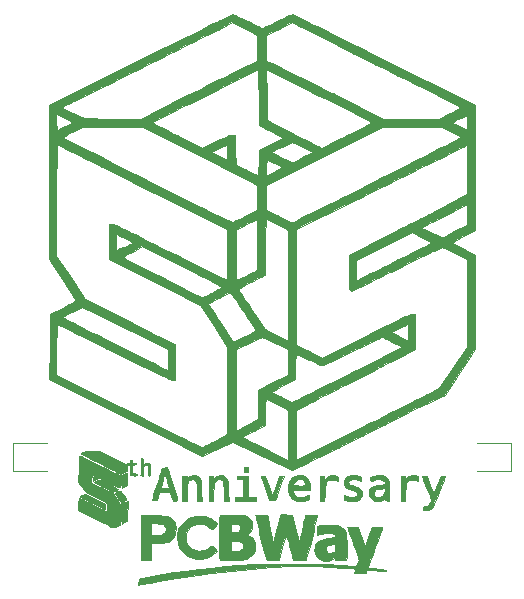
<source format=gbr>
G04 #@! TF.GenerationSoftware,KiCad,Pcbnew,5.0.2+dfsg1-1*
G04 #@! TF.CreationDate,2019-05-16T07:21:41+02:00*
G04 #@! TF.ProjectId,5thpcbway,35746870-6362-4776-9179-2e6b69636164,rev?*
G04 #@! TF.SameCoordinates,Original*
G04 #@! TF.FileFunction,Legend,Top*
G04 #@! TF.FilePolarity,Positive*
%FSLAX46Y46*%
G04 Gerber Fmt 4.6, Leading zero omitted, Abs format (unit mm)*
G04 Created by KiCad (PCBNEW 5.0.2+dfsg1-1) date jue 16 may 2019 07:21:41 CEST*
%MOMM*%
%LPD*%
G01*
G04 APERTURE LIST*
%ADD10C,0.120000*%
%ADD11C,0.010000*%
%ADD12C,0.150000*%
G04 APERTURE END LIST*
D10*
G04 #@! TO.C,D2*
X204800000Y-92160000D02*
X207660000Y-92160000D01*
X207660000Y-92160000D02*
X207660000Y-89800000D01*
X207660000Y-89800000D02*
X204800000Y-89800000D01*
G04 #@! TO.C,D1*
X165540000Y-92200000D02*
X168400000Y-92200000D01*
X165540000Y-89840000D02*
X165540000Y-92200000D01*
X168400000Y-89840000D02*
X165540000Y-89840000D01*
D11*
G04 #@! TO.C,*
G36*
X189176570Y-53526562D02*
X189290898Y-53580845D01*
X189472460Y-53668747D01*
X189716998Y-53788164D01*
X190020257Y-53936993D01*
X190377980Y-54113131D01*
X190785908Y-54314475D01*
X191239786Y-54538921D01*
X191735356Y-54784366D01*
X192268362Y-55048707D01*
X192834546Y-55329842D01*
X193429652Y-55625666D01*
X194049422Y-55934077D01*
X194681801Y-56249084D01*
X195367747Y-56590866D01*
X196062080Y-56936675D01*
X196757991Y-57283127D01*
X197448667Y-57626836D01*
X198127299Y-57964417D01*
X198787076Y-58292486D01*
X199421187Y-58607658D01*
X200022821Y-58906548D01*
X200585169Y-59185772D01*
X201101419Y-59441943D01*
X201564761Y-59671679D01*
X201968384Y-59871593D01*
X202305477Y-60038301D01*
X202408053Y-60088953D01*
X204634327Y-61187739D01*
X204623580Y-66474990D01*
X204612834Y-71762242D01*
X203652814Y-72296121D01*
X203395717Y-72440516D01*
X203165962Y-72572284D01*
X202973088Y-72685730D01*
X202826637Y-72775159D01*
X202736146Y-72834876D01*
X202710517Y-72858676D01*
X202751357Y-72885415D01*
X202857049Y-72945715D01*
X203017370Y-73033995D01*
X203222097Y-73144674D01*
X203461004Y-73272173D01*
X203681120Y-73388449D01*
X204634000Y-73889547D01*
X204634000Y-81892647D01*
X203348865Y-83820067D01*
X202063729Y-85747487D01*
X200459615Y-86525428D01*
X200209151Y-86647486D01*
X199889912Y-86804030D01*
X199508821Y-86991627D01*
X199072804Y-87206843D01*
X198588784Y-87446243D01*
X198063685Y-87706394D01*
X197504433Y-87983861D01*
X196917951Y-88275211D01*
X196311163Y-88577009D01*
X195690995Y-88885823D01*
X195064370Y-89198217D01*
X194438212Y-89510757D01*
X194200836Y-89629346D01*
X193609134Y-89924925D01*
X193035742Y-90211163D01*
X192485517Y-90485644D01*
X191963319Y-90745954D01*
X191474005Y-90989676D01*
X191022435Y-91214396D01*
X190613466Y-91417697D01*
X190251957Y-91597165D01*
X189942766Y-91750384D01*
X189690751Y-91874939D01*
X189500771Y-91968415D01*
X189377685Y-92028396D01*
X189330171Y-92050850D01*
X189114169Y-92146376D01*
X186618835Y-90939875D01*
X186189142Y-90732413D01*
X185781585Y-90536215D01*
X185402608Y-90354344D01*
X185058652Y-90189864D01*
X184756161Y-90045841D01*
X184501576Y-89925339D01*
X184301342Y-89831421D01*
X184161899Y-89767153D01*
X184089691Y-89735599D01*
X184081167Y-89732822D01*
X184034067Y-89750345D01*
X183919992Y-89800322D01*
X183748239Y-89878457D01*
X183528108Y-89980452D01*
X183268896Y-90102010D01*
X182979902Y-90238835D01*
X182782155Y-90333126D01*
X181525477Y-90933981D01*
X168607723Y-84446285D01*
X168618612Y-81692184D01*
X168628565Y-79174539D01*
X169709000Y-79174539D01*
X169745952Y-79197876D01*
X169853000Y-79256047D01*
X170024432Y-79346183D01*
X170254536Y-79465416D01*
X170537599Y-79610875D01*
X170867911Y-79779692D01*
X171239758Y-79968998D01*
X171647429Y-80175922D01*
X172085212Y-80397596D01*
X172547394Y-80631150D01*
X173028264Y-80873715D01*
X173522110Y-81122422D01*
X174023220Y-81374401D01*
X174525881Y-81626783D01*
X175024382Y-81876699D01*
X175513010Y-82121279D01*
X175986054Y-82357655D01*
X176437801Y-82582956D01*
X176862540Y-82794314D01*
X177254559Y-82988860D01*
X177608145Y-83163723D01*
X177917586Y-83316034D01*
X178177171Y-83442925D01*
X178381187Y-83541527D01*
X178523922Y-83608968D01*
X178599665Y-83642381D01*
X178609584Y-83645547D01*
X178619053Y-83606453D01*
X178627397Y-83495053D01*
X178634167Y-83323704D01*
X178638917Y-83104763D01*
X178641198Y-82850588D01*
X178641334Y-82769109D01*
X178641334Y-81888884D01*
X175007822Y-80087739D01*
X171374311Y-78286594D01*
X170541656Y-78703339D01*
X170299078Y-78827121D01*
X170084324Y-78941244D01*
X169908294Y-79039540D01*
X169781888Y-79115841D01*
X169716006Y-79163978D01*
X169709000Y-79174539D01*
X168628565Y-79174539D01*
X168629500Y-78938083D01*
X169722760Y-78363511D01*
X170042018Y-78194992D01*
X170293372Y-78060256D01*
X170484371Y-77954666D01*
X170622559Y-77873587D01*
X170715485Y-77812386D01*
X170770694Y-77766427D01*
X170795734Y-77731075D01*
X170798408Y-77702886D01*
X170772450Y-77650780D01*
X170704948Y-77535063D01*
X170600500Y-77363112D01*
X170463707Y-77142303D01*
X170299169Y-76880013D01*
X170111484Y-76583617D01*
X169905252Y-76260492D01*
X169694564Y-75932725D01*
X168608334Y-74248616D01*
X168609083Y-69278513D01*
X169201000Y-69278513D01*
X169201000Y-74000026D01*
X170424875Y-75809167D01*
X171648749Y-77618308D01*
X174689958Y-79171718D01*
X175183976Y-79424076D01*
X175672101Y-79673462D01*
X176146734Y-79915993D01*
X176600279Y-80147784D01*
X177025137Y-80364951D01*
X177413712Y-80563610D01*
X177758405Y-80739879D01*
X178051619Y-80889871D01*
X178285757Y-81009705D01*
X178453221Y-81095494D01*
X178472000Y-81105125D01*
X179212834Y-81485124D01*
X179212834Y-84474834D01*
X179040030Y-84487503D01*
X179008752Y-84486521D01*
X178965994Y-84478382D01*
X178907796Y-84461208D01*
X178830201Y-84433120D01*
X178729251Y-84392240D01*
X178600989Y-84336689D01*
X178441456Y-84264588D01*
X178246695Y-84174059D01*
X178012748Y-84063221D01*
X177735657Y-83930198D01*
X177411465Y-83773110D01*
X177036213Y-83590078D01*
X176605944Y-83379223D01*
X176116700Y-83138667D01*
X175564523Y-82866532D01*
X174945456Y-82560937D01*
X174255540Y-82220005D01*
X174068269Y-82127420D01*
X173470798Y-81832143D01*
X172894232Y-81547453D01*
X172343129Y-81275589D01*
X171822049Y-81018789D01*
X171335551Y-80779290D01*
X170888192Y-80559331D01*
X170484532Y-80361150D01*
X170129130Y-80186985D01*
X169826543Y-80039074D01*
X169581331Y-79919655D01*
X169398053Y-79830966D01*
X169281267Y-79775245D01*
X169235532Y-79754729D01*
X169235156Y-79754667D01*
X169228518Y-79795674D01*
X169222306Y-79913392D01*
X169216646Y-80099864D01*
X169211664Y-80347136D01*
X169207487Y-80647252D01*
X169204242Y-80992256D01*
X169202054Y-81374193D01*
X169201051Y-81785107D01*
X169201000Y-81903151D01*
X169201000Y-84051636D01*
X175349917Y-87129020D01*
X176026889Y-87467506D01*
X176683766Y-87795312D01*
X177316521Y-88110457D01*
X177921127Y-88410961D01*
X178493557Y-88694843D01*
X179029784Y-88960121D01*
X179525780Y-89204815D01*
X179977518Y-89426944D01*
X180380972Y-89624527D01*
X180732115Y-89795583D01*
X181026918Y-89938131D01*
X181261356Y-90050191D01*
X181431401Y-90129781D01*
X181533026Y-90174920D01*
X181562334Y-90184903D01*
X181615562Y-90160433D01*
X181733534Y-90102305D01*
X181905809Y-90015793D01*
X182121944Y-89906169D01*
X182371500Y-89778708D01*
X182644034Y-89638682D01*
X182652417Y-89634362D01*
X183254137Y-89324271D01*
X184906667Y-89324271D01*
X184943162Y-89345533D01*
X185046875Y-89400035D01*
X185209150Y-89483448D01*
X185421329Y-89591443D01*
X185674754Y-89719691D01*
X185960769Y-89863864D01*
X186270717Y-90019634D01*
X186595940Y-90182672D01*
X186927780Y-90348650D01*
X187257582Y-90513238D01*
X187576687Y-90672109D01*
X187876439Y-90820934D01*
X188148180Y-90955385D01*
X188383253Y-91071132D01*
X188573000Y-91163848D01*
X188708766Y-91229204D01*
X188781891Y-91262871D01*
X188790750Y-91266274D01*
X188792812Y-91225879D01*
X188794741Y-91108778D01*
X188796498Y-90922931D01*
X188798043Y-90676299D01*
X188799337Y-90376843D01*
X188800341Y-90032524D01*
X188801015Y-89651301D01*
X188801320Y-89241135D01*
X188801334Y-89131684D01*
X188801334Y-87000272D01*
X189521000Y-87000272D01*
X189521000Y-91269398D01*
X195056084Y-88492232D01*
X195706751Y-88165698D01*
X196342507Y-87846514D01*
X196958645Y-87537049D01*
X197550457Y-87239673D01*
X198113236Y-86956756D01*
X198642273Y-86690668D01*
X199132861Y-86443777D01*
X199580293Y-86218456D01*
X199979860Y-86017072D01*
X200326856Y-85841996D01*
X200616572Y-85695598D01*
X200844301Y-85580247D01*
X201005335Y-85498314D01*
X201089968Y-85454783D01*
X201588769Y-85194500D01*
X203957133Y-81665374D01*
X203946317Y-77977419D01*
X203935500Y-74289464D01*
X201843524Y-73220592D01*
X201175012Y-73532527D01*
X201030815Y-73600906D01*
X200818114Y-73703326D01*
X200544243Y-73836194D01*
X200216542Y-73995915D01*
X199842346Y-74178896D01*
X199428993Y-74381544D01*
X198983820Y-74600264D01*
X198514163Y-74831463D01*
X198027360Y-75071547D01*
X197530747Y-75316921D01*
X197400409Y-75381398D01*
X196919787Y-75618640D01*
X196459574Y-75844690D01*
X196025608Y-76056745D01*
X195623729Y-76252005D01*
X195259776Y-76427668D01*
X194939587Y-76580933D01*
X194669001Y-76708998D01*
X194453858Y-76809061D01*
X194299995Y-76878321D01*
X194213252Y-76913977D01*
X194197121Y-76918334D01*
X194136804Y-76918917D01*
X194087990Y-76915281D01*
X194049469Y-76899343D01*
X194020032Y-76863025D01*
X193998469Y-76798245D01*
X193983570Y-76696922D01*
X193974125Y-76550976D01*
X193968924Y-76352326D01*
X193966758Y-76092892D01*
X193966416Y-75764593D01*
X193966680Y-75379221D01*
X193967176Y-74293311D01*
X194558667Y-74293311D01*
X194558667Y-76072232D01*
X195140750Y-75780676D01*
X195279476Y-75711396D01*
X195485998Y-75608543D01*
X195752246Y-75476125D01*
X196070147Y-75318152D01*
X196431629Y-75138632D01*
X196828620Y-74941572D01*
X197253049Y-74730981D01*
X197696842Y-74510868D01*
X198151928Y-74285241D01*
X198336917Y-74193551D01*
X198774867Y-73976039D01*
X199189810Y-73769063D01*
X199575620Y-73575734D01*
X199926170Y-73399165D01*
X200235333Y-73242469D01*
X200496983Y-73108759D01*
X200704992Y-73001147D01*
X200853235Y-72922745D01*
X200935585Y-72876666D01*
X200950878Y-72865574D01*
X200932313Y-72839010D01*
X200872548Y-72795114D01*
X200765258Y-72730333D01*
X200604122Y-72641110D01*
X200382814Y-72523890D01*
X200095013Y-72375119D01*
X199913834Y-72282505D01*
X199278834Y-71958837D01*
X196918750Y-73126074D01*
X194558667Y-74293311D01*
X193967176Y-74293311D01*
X193967360Y-73891500D01*
X197258097Y-72223532D01*
X197751262Y-71973351D01*
X198223469Y-71733389D01*
X198537634Y-71573453D01*
X200157349Y-71573453D01*
X200183975Y-71616769D01*
X200272691Y-71677922D01*
X200386920Y-71736132D01*
X200514461Y-71795265D01*
X200696895Y-71881671D01*
X200913128Y-71985274D01*
X201142067Y-72096002D01*
X201226167Y-72136954D01*
X201430693Y-72236057D01*
X201607444Y-72320397D01*
X201742928Y-72383639D01*
X201823651Y-72419449D01*
X201840000Y-72425156D01*
X201881661Y-72406209D01*
X201988620Y-72353224D01*
X202151043Y-72271194D01*
X202359096Y-72165117D01*
X202602947Y-72039986D01*
X202872760Y-71900797D01*
X202898334Y-71887569D01*
X203935500Y-71350950D01*
X203946960Y-70493975D01*
X203949884Y-70235167D01*
X203951426Y-70007910D01*
X203951585Y-69824760D01*
X203950360Y-69698273D01*
X203947753Y-69641005D01*
X203946960Y-69638944D01*
X203895722Y-69660075D01*
X203779177Y-69715169D01*
X203606094Y-69799750D01*
X203385243Y-69909340D01*
X203125395Y-70039462D01*
X202835320Y-70185640D01*
X202523787Y-70343397D01*
X202199566Y-70508256D01*
X201871429Y-70675739D01*
X201548144Y-70841371D01*
X201238482Y-71000673D01*
X200951213Y-71149170D01*
X200695107Y-71282384D01*
X200478934Y-71395838D01*
X200311464Y-71485056D01*
X200201467Y-71545560D01*
X200157713Y-71572874D01*
X200157349Y-71573453D01*
X198537634Y-71573453D01*
X198669158Y-71506497D01*
X199082769Y-71295523D01*
X199458743Y-71103317D01*
X199791519Y-70932729D01*
X200075538Y-70786606D01*
X200305240Y-70667800D01*
X200475066Y-70579158D01*
X200579456Y-70523530D01*
X200612334Y-70504543D01*
X200662505Y-70475089D01*
X200780148Y-70411607D01*
X200957190Y-70318292D01*
X201185553Y-70199339D01*
X201457164Y-70058944D01*
X201763947Y-69901301D01*
X202097826Y-69730605D01*
X202316250Y-69619370D01*
X203956667Y-68785218D01*
X203956667Y-66692276D01*
X203956248Y-66280323D01*
X203955047Y-65895245D01*
X203953146Y-65545102D01*
X203950626Y-65237957D01*
X203947572Y-64981867D01*
X203944064Y-64784896D01*
X203940185Y-64655102D01*
X203936018Y-64600546D01*
X203935289Y-64599333D01*
X203894146Y-64617671D01*
X203785126Y-64670115D01*
X203616031Y-64752813D01*
X203394666Y-64861911D01*
X203128834Y-64993558D01*
X202826337Y-65143901D01*
X202494979Y-65309086D01*
X202263164Y-65424918D01*
X201916916Y-65597690D01*
X201594244Y-65757936D01*
X201302963Y-65901828D01*
X201050888Y-66025542D01*
X200845835Y-66125252D01*
X200695619Y-66197132D01*
X200608057Y-66237358D01*
X200588365Y-66244705D01*
X200548348Y-66262552D01*
X200436775Y-66316067D01*
X200257875Y-66403159D01*
X200015873Y-66521739D01*
X199714998Y-66669718D01*
X199359475Y-66845006D01*
X198953532Y-67045515D01*
X198501396Y-67269154D01*
X198007293Y-67513834D01*
X197475452Y-67777465D01*
X196910097Y-68057959D01*
X196315458Y-68353226D01*
X195695760Y-68661177D01*
X195055231Y-68979721D01*
X195043207Y-68985703D01*
X189522101Y-71732500D01*
X189522839Y-81511500D01*
X190600579Y-82061834D01*
X191678319Y-82612167D01*
X195393909Y-80756287D01*
X196007388Y-80449929D01*
X196022108Y-80442584D01*
X197501860Y-80442584D01*
X198199847Y-80794888D01*
X198422645Y-80906631D01*
X198619508Y-81004013D01*
X198777972Y-81080978D01*
X198885573Y-81131471D01*
X198929584Y-81149430D01*
X198940146Y-81110196D01*
X198949221Y-81000192D01*
X198956174Y-80833309D01*
X198960372Y-80623441D01*
X198961334Y-80453167D01*
X198958795Y-80173041D01*
X198951395Y-79960173D01*
X198939462Y-79819880D01*
X198923319Y-79757477D01*
X198918502Y-79754667D01*
X198868540Y-79772824D01*
X198755937Y-79823256D01*
X198593543Y-79899907D01*
X198394211Y-79996718D01*
X198188766Y-80098625D01*
X197501860Y-80442584D01*
X196022108Y-80442584D01*
X196549825Y-80179280D01*
X197025889Y-79942152D01*
X197440250Y-79736354D01*
X197797576Y-79559698D01*
X198102538Y-79409993D01*
X198359803Y-79285051D01*
X198574042Y-79182683D01*
X198749922Y-79100698D01*
X198892115Y-79036907D01*
X199005288Y-78989122D01*
X199094110Y-78955152D01*
X199163252Y-78932809D01*
X199217381Y-78919903D01*
X199261167Y-78914244D01*
X199299280Y-78913644D01*
X199321167Y-78914787D01*
X199532834Y-78929167D01*
X199543699Y-80410834D01*
X199554564Y-81892500D01*
X198866365Y-82240611D01*
X198674562Y-82337756D01*
X198419982Y-82466890D01*
X198115292Y-82621575D01*
X197773162Y-82795376D01*
X197406259Y-82981858D01*
X197027252Y-83174583D01*
X196648809Y-83367117D01*
X196548334Y-83418252D01*
X196133125Y-83629513D01*
X195662602Y-83868805D01*
X195156959Y-84125864D01*
X194636393Y-84390427D01*
X194121100Y-84652228D01*
X193631276Y-84901006D01*
X193187117Y-85126494D01*
X193161667Y-85139411D01*
X192760768Y-85343030D01*
X192346727Y-85553607D01*
X191933315Y-85764117D01*
X191534307Y-85967538D01*
X191163477Y-86156845D01*
X190834597Y-86325014D01*
X190561443Y-86465021D01*
X190462917Y-86515656D01*
X189521000Y-87000272D01*
X188801334Y-87000272D01*
X188801334Y-86994035D01*
X187870368Y-86528184D01*
X187612539Y-86399588D01*
X187380368Y-86284592D01*
X187184379Y-86188343D01*
X187035092Y-86115986D01*
X186943030Y-86072669D01*
X186917868Y-86062334D01*
X186912083Y-86102823D01*
X186906814Y-86216917D01*
X186902286Y-86393552D01*
X186898721Y-86621668D01*
X186896344Y-86890203D01*
X186895389Y-87173584D01*
X186894444Y-88284834D01*
X185900556Y-88791588D01*
X185635340Y-88927757D01*
X185396795Y-89052042D01*
X185194793Y-89159153D01*
X185039201Y-89243799D01*
X184939892Y-89300692D01*
X184906667Y-89324271D01*
X183254137Y-89324271D01*
X183679000Y-89105322D01*
X183679000Y-88771423D01*
X184398667Y-88771423D01*
X186303667Y-87820041D01*
X186304593Y-86570771D01*
X186305388Y-85496919D01*
X187375400Y-85496919D01*
X187421109Y-85523687D01*
X187529301Y-85580241D01*
X187686672Y-85660061D01*
X187879919Y-85756627D01*
X188095739Y-85863418D01*
X188320830Y-85973913D01*
X188541889Y-86081592D01*
X188745613Y-86179934D01*
X188918699Y-86262418D01*
X189047845Y-86322524D01*
X189119747Y-86353731D01*
X189129366Y-86356659D01*
X189173227Y-86338327D01*
X189288127Y-86284345D01*
X189469420Y-86197009D01*
X189712458Y-86078614D01*
X190012592Y-85931456D01*
X190365175Y-85757831D01*
X190765559Y-85560033D01*
X191209097Y-85340359D01*
X191691142Y-85101103D01*
X192207044Y-84844562D01*
X192752157Y-84573032D01*
X193321833Y-84288807D01*
X193817782Y-84041007D01*
X194403698Y-83747862D01*
X194968192Y-83465040D01*
X195506679Y-83194858D01*
X196014575Y-82939633D01*
X196487294Y-82701684D01*
X196920252Y-82483327D01*
X197308864Y-82286879D01*
X197648545Y-82114657D01*
X197934710Y-81968980D01*
X198162773Y-81852164D01*
X198328151Y-81766527D01*
X198426258Y-81714386D01*
X198453334Y-81698123D01*
X198417223Y-81673984D01*
X198317660Y-81620198D01*
X198167799Y-81543171D01*
X197980796Y-81449310D01*
X197769805Y-81345019D01*
X197547980Y-81236707D01*
X197328476Y-81130779D01*
X197124448Y-81033642D01*
X196949049Y-80951701D01*
X196815436Y-80891364D01*
X196736762Y-80859036D01*
X196722767Y-80855334D01*
X196679699Y-80873343D01*
X196566971Y-80925310D01*
X196391054Y-81008137D01*
X196158416Y-81118729D01*
X195875526Y-81253991D01*
X195548855Y-81410827D01*
X195184871Y-81586141D01*
X194790045Y-81776839D01*
X194370845Y-81979824D01*
X194237143Y-82044670D01*
X193810677Y-82251406D01*
X193405819Y-82447324D01*
X193029142Y-82629265D01*
X192687220Y-82794069D01*
X192386626Y-82938579D01*
X192133932Y-83059635D01*
X191935713Y-83154079D01*
X191798541Y-83218752D01*
X191728990Y-83250496D01*
X191722334Y-83253113D01*
X191668164Y-83241343D01*
X191547937Y-83198405D01*
X191372429Y-83128704D01*
X191152415Y-83036643D01*
X190898669Y-82926625D01*
X190630436Y-82806887D01*
X190352584Y-82681572D01*
X190096935Y-82567046D01*
X189874576Y-82468214D01*
X189696594Y-82389980D01*
X189574074Y-82337250D01*
X189519186Y-82315258D01*
X189493638Y-82309917D01*
X189473966Y-82318488D01*
X189459402Y-82350499D01*
X189449179Y-82415474D01*
X189442530Y-82522941D01*
X189438688Y-82682425D01*
X189436887Y-82903452D01*
X189436360Y-83195549D01*
X189436334Y-83344394D01*
X189436334Y-84399826D01*
X188401983Y-84944618D01*
X188132731Y-85086835D01*
X187890140Y-85215743D01*
X187683670Y-85326251D01*
X187522783Y-85413269D01*
X187416942Y-85471706D01*
X187375607Y-85496473D01*
X187375400Y-85496919D01*
X186305388Y-85496919D01*
X186305519Y-85321500D01*
X187553104Y-84686500D01*
X188800688Y-84051500D01*
X188800710Y-81892500D01*
X186638472Y-80840338D01*
X186460486Y-80923920D01*
X186372256Y-80965382D01*
X186220538Y-81036711D01*
X186018458Y-81131733D01*
X185779142Y-81244277D01*
X185515715Y-81368171D01*
X185341736Y-81450001D01*
X184400972Y-81892500D01*
X184399820Y-85331962D01*
X184398667Y-88771423D01*
X183679000Y-88771423D01*
X183679000Y-81708880D01*
X182525417Y-79947375D01*
X181371834Y-78185871D01*
X181013210Y-78004941D01*
X182028000Y-78004941D01*
X182050587Y-78040890D01*
X182115283Y-78140456D01*
X182217485Y-78296639D01*
X182352595Y-78502439D01*
X182516012Y-78750856D01*
X182703136Y-79034890D01*
X182909367Y-79347542D01*
X183106862Y-79646631D01*
X184185724Y-81279674D01*
X185128279Y-80808774D01*
X185387732Y-80678863D01*
X185621252Y-80561384D01*
X185818411Y-80461628D01*
X185968786Y-80384885D01*
X186061952Y-80336443D01*
X186088213Y-80321697D01*
X186076978Y-80282553D01*
X186035296Y-80227843D01*
X185980038Y-80139899D01*
X185965000Y-80080091D01*
X185940326Y-80018753D01*
X185873741Y-79908868D01*
X185776403Y-79767860D01*
X185696041Y-79660091D01*
X185567331Y-79488872D01*
X185444514Y-79318984D01*
X185345960Y-79176113D01*
X185309559Y-79119667D01*
X185235909Y-79005616D01*
X185128701Y-78846260D01*
X185003842Y-78665010D01*
X184906914Y-78527000D01*
X184759004Y-78311290D01*
X184598705Y-78066183D01*
X184450931Y-77830197D01*
X184386604Y-77722667D01*
X184276147Y-77542963D01*
X184165274Y-77378124D01*
X184069307Y-77250194D01*
X184019742Y-77194917D01*
X183888066Y-77069335D01*
X182958033Y-77532815D01*
X182701481Y-77661004D01*
X182472034Y-77776295D01*
X182279943Y-77873484D01*
X182135459Y-77947367D01*
X182048833Y-77992741D01*
X182028000Y-78004941D01*
X181013210Y-78004941D01*
X173644924Y-74287565D01*
X173646310Y-74101859D01*
X174844621Y-74101859D01*
X174887048Y-74141175D01*
X174985441Y-74203711D01*
X175119226Y-74276491D01*
X175130807Y-74282350D01*
X175210964Y-74322783D01*
X175360349Y-74398245D01*
X175572642Y-74505541D01*
X175841523Y-74641476D01*
X176160674Y-74802853D01*
X176523775Y-74986478D01*
X176924508Y-75189155D01*
X177356552Y-75407688D01*
X177813589Y-75638882D01*
X178289300Y-75879540D01*
X178450834Y-75961263D01*
X178923651Y-76200457D01*
X179374268Y-76428388D01*
X179797031Y-76642198D01*
X180186284Y-76839027D01*
X180536372Y-77016018D01*
X180841640Y-77170312D01*
X181096433Y-77299051D01*
X181295097Y-77399376D01*
X181431975Y-77468428D01*
X181501414Y-77503350D01*
X181509136Y-77507163D01*
X181548274Y-77490247D01*
X181652065Y-77440753D01*
X181809484Y-77364067D01*
X182009505Y-77265574D01*
X182241103Y-77150660D01*
X182345220Y-77098754D01*
X182651205Y-76942975D01*
X182889067Y-76815289D01*
X182949542Y-76779797D01*
X184621947Y-76779797D01*
X184627999Y-76854475D01*
X184658489Y-76912590D01*
X184693468Y-76963023D01*
X184770541Y-77076324D01*
X184884671Y-77245022D01*
X185030824Y-77461648D01*
X185203964Y-77718732D01*
X185399054Y-78008805D01*
X185611060Y-78324398D01*
X185781887Y-78578939D01*
X186847606Y-80167575D01*
X187792720Y-80657773D01*
X188052288Y-80791843D01*
X188287128Y-80912074D01*
X188486776Y-81013196D01*
X188640768Y-81089939D01*
X188738639Y-81137030D01*
X188769584Y-81149818D01*
X188773793Y-81108630D01*
X188777840Y-80988153D01*
X188781686Y-80793762D01*
X188785297Y-80530834D01*
X188788635Y-80204748D01*
X188791664Y-79820878D01*
X188794348Y-79384602D01*
X188796650Y-78901297D01*
X188798534Y-78376339D01*
X188799965Y-77815106D01*
X188800904Y-77222973D01*
X188801317Y-76605318D01*
X188801334Y-76452851D01*
X188801334Y-71754035D01*
X187870368Y-71288184D01*
X187612539Y-71159588D01*
X187380368Y-71044592D01*
X187184379Y-70948343D01*
X187035092Y-70875986D01*
X186943030Y-70832669D01*
X186917868Y-70822334D01*
X186913874Y-70863403D01*
X186910121Y-70981557D01*
X186906676Y-71169214D01*
X186903610Y-71418791D01*
X186900992Y-71722707D01*
X186898890Y-72073380D01*
X186897373Y-72463228D01*
X186896511Y-72884668D01*
X186896334Y-73187817D01*
X186895935Y-73720054D01*
X186894660Y-74173058D01*
X186892389Y-74552260D01*
X186889003Y-74863091D01*
X186884381Y-75110981D01*
X186878406Y-75301361D01*
X186870958Y-75439661D01*
X186861916Y-75531312D01*
X186851162Y-75581745D01*
X186843417Y-75594828D01*
X186793119Y-75624123D01*
X186677339Y-75686241D01*
X186506209Y-75775914D01*
X186289862Y-75887875D01*
X186038428Y-76016856D01*
X185762042Y-76157590D01*
X185716792Y-76180537D01*
X185439032Y-76322819D01*
X185186477Y-76455076D01*
X184968912Y-76571952D01*
X184796122Y-76668092D01*
X184677893Y-76738139D01*
X184624008Y-76776738D01*
X184621947Y-76779797D01*
X182949542Y-76779797D01*
X183056241Y-76717178D01*
X183150164Y-76650124D01*
X183171000Y-76621495D01*
X183134644Y-76590148D01*
X183025325Y-76523510D01*
X182842667Y-76421383D01*
X182586294Y-76283571D01*
X182255829Y-76109876D01*
X181850896Y-75900102D01*
X181371119Y-75654052D01*
X180816122Y-75371529D01*
X180185528Y-75052337D01*
X179826442Y-74871206D01*
X176481883Y-73185930D01*
X175656172Y-73622074D01*
X175417012Y-73750611D01*
X175206320Y-73868091D01*
X175034612Y-73968298D01*
X174912406Y-74045015D01*
X174850216Y-74092025D01*
X174844621Y-74101859D01*
X173646310Y-74101859D01*
X173655943Y-72812000D01*
X174238667Y-72812000D01*
X174240890Y-73040692D01*
X174247033Y-73236404D01*
X174256309Y-73384967D01*
X174267930Y-73472214D01*
X174276337Y-73489334D01*
X174325911Y-73472464D01*
X174438235Y-73425891D01*
X174599313Y-73355671D01*
X174795152Y-73267860D01*
X174921921Y-73209983D01*
X175136536Y-73110978D01*
X175328869Y-73021536D01*
X175483493Y-72948887D01*
X175584978Y-72900259D01*
X175612455Y-72886425D01*
X175632769Y-72866171D01*
X175621025Y-72837768D01*
X175568919Y-72795862D01*
X175468143Y-72735098D01*
X175310392Y-72650121D01*
X175087361Y-72535576D01*
X174998621Y-72490678D01*
X174776075Y-72379062D01*
X174579471Y-72281814D01*
X174421289Y-72204995D01*
X174314009Y-72154670D01*
X174270417Y-72136904D01*
X174259700Y-72176090D01*
X174250529Y-72285833D01*
X174243565Y-72452026D01*
X174239473Y-72660565D01*
X174238667Y-72812000D01*
X173655943Y-72812000D01*
X173656045Y-72798366D01*
X173667167Y-71309167D01*
X173858392Y-71296667D01*
X173908150Y-71296284D01*
X173964966Y-71303543D01*
X174035870Y-71321528D01*
X174127895Y-71353323D01*
X174248071Y-71402013D01*
X174403429Y-71470682D01*
X174601001Y-71562414D01*
X174847818Y-71680294D01*
X175150910Y-71827407D01*
X175517310Y-72006835D01*
X175848059Y-72169479D01*
X176191228Y-72338719D01*
X176598889Y-72540292D01*
X177059824Y-72768625D01*
X177562819Y-73018146D01*
X178096656Y-73283281D01*
X178650120Y-73558459D01*
X179211994Y-73838105D01*
X179771062Y-74116649D01*
X180316108Y-74388516D01*
X180662750Y-74561605D01*
X183679000Y-76068420D01*
X183678768Y-73900460D01*
X183678538Y-71754517D01*
X184398667Y-71754517D01*
X184398667Y-76066133D01*
X185001917Y-75778693D01*
X185239507Y-75664907D01*
X185478515Y-75549438D01*
X185695632Y-75443611D01*
X185867549Y-75358753D01*
X185912084Y-75336428D01*
X186219000Y-75181602D01*
X186219000Y-70870202D01*
X185700417Y-71115498D01*
X185461688Y-71229385D01*
X185206124Y-71352890D01*
X184966014Y-71470330D01*
X184790250Y-71557655D01*
X184398667Y-71754517D01*
X183678538Y-71754517D01*
X183678535Y-71732500D01*
X176471518Y-68143982D01*
X175737962Y-67778815D01*
X175024627Y-67423883D01*
X174335212Y-67081019D01*
X173673417Y-66752057D01*
X173042941Y-66438829D01*
X172447484Y-66143170D01*
X171890745Y-65866913D01*
X171376423Y-65611892D01*
X170908219Y-65379940D01*
X170489831Y-65172891D01*
X170124958Y-64992579D01*
X169817302Y-64840836D01*
X169570560Y-64719497D01*
X169388432Y-64630395D01*
X169274618Y-64575363D01*
X169232817Y-64556236D01*
X169232750Y-64556232D01*
X169228550Y-64597774D01*
X169224512Y-64718615D01*
X169220674Y-64913386D01*
X169217070Y-65176721D01*
X169213737Y-65503252D01*
X169210710Y-65887610D01*
X169208027Y-66324428D01*
X169205723Y-66808338D01*
X169203835Y-67333972D01*
X169202397Y-67895963D01*
X169201447Y-68488942D01*
X169201021Y-69107542D01*
X169201000Y-69278513D01*
X168609083Y-69278513D01*
X168609318Y-67720058D01*
X168609886Y-63951716D01*
X169740694Y-63951716D01*
X169743363Y-63957282D01*
X169752301Y-63965635D01*
X169770519Y-63978305D01*
X169801027Y-63996822D01*
X169846835Y-64022716D01*
X169910956Y-64057518D01*
X169996398Y-64102758D01*
X170106173Y-64159966D01*
X170243291Y-64230673D01*
X170410763Y-64316409D01*
X170611599Y-64418703D01*
X170848809Y-64539087D01*
X171125405Y-64679091D01*
X171444397Y-64840245D01*
X171808795Y-65024078D01*
X172221610Y-65232123D01*
X172685853Y-65465908D01*
X173204533Y-65726964D01*
X173780663Y-66016822D01*
X174417251Y-66337011D01*
X175117309Y-66689063D01*
X175883848Y-67074506D01*
X176719877Y-67494872D01*
X177628408Y-67951691D01*
X177667667Y-67971431D01*
X178354659Y-68316571D01*
X179021836Y-68651185D01*
X179665220Y-68973304D01*
X180280829Y-69280957D01*
X180864684Y-69572172D01*
X181412803Y-69844981D01*
X181921206Y-70097411D01*
X182385914Y-70327492D01*
X182802946Y-70533254D01*
X183168321Y-70712725D01*
X183478060Y-70863936D01*
X183728181Y-70984916D01*
X183914705Y-71073693D01*
X184033652Y-71128298D01*
X184081040Y-71146759D01*
X184081167Y-71146752D01*
X184140170Y-71126205D01*
X184263609Y-71071773D01*
X184440772Y-70988579D01*
X184660950Y-70881747D01*
X184913432Y-70756401D01*
X185187509Y-70617664D01*
X185192417Y-70615156D01*
X186219000Y-70090479D01*
X186219000Y-67964542D01*
X186981000Y-67964542D01*
X186981000Y-70084113D01*
X188028750Y-70621696D01*
X188303772Y-70761934D01*
X188555424Y-70888594D01*
X188773556Y-70996700D01*
X188948013Y-71081273D01*
X189068644Y-71137337D01*
X189125297Y-71159915D01*
X189127077Y-71160140D01*
X189170050Y-71141556D01*
X189284484Y-71086990D01*
X189466209Y-70998517D01*
X189711055Y-70878211D01*
X190014851Y-70728148D01*
X190373428Y-70550402D01*
X190782615Y-70347050D01*
X191238243Y-70120165D01*
X191736141Y-69871824D01*
X192272140Y-69604101D01*
X192842068Y-69319071D01*
X193441756Y-69018810D01*
X194067035Y-68705392D01*
X194713733Y-68380893D01*
X194884411Y-68295194D01*
X195536156Y-67967766D01*
X196167506Y-67650318D01*
X196774291Y-67344958D01*
X197352338Y-67053797D01*
X197897477Y-66778945D01*
X198405536Y-66522511D01*
X198872343Y-66286607D01*
X199293727Y-66073342D01*
X199665516Y-65884825D01*
X199983539Y-65723167D01*
X200243626Y-65590478D01*
X200441603Y-65488867D01*
X200573300Y-65420445D01*
X200634545Y-65387322D01*
X200638387Y-65384778D01*
X200685962Y-65356299D01*
X200800695Y-65294786D01*
X200973840Y-65204718D01*
X201196653Y-65090575D01*
X201460389Y-64956835D01*
X201756301Y-64807978D01*
X202075646Y-64648483D01*
X202085844Y-64643408D01*
X203486080Y-63946649D01*
X202680833Y-63528155D01*
X201875586Y-63109660D01*
X199331298Y-63085890D01*
X196787009Y-63062120D01*
X191884005Y-65513331D01*
X186981000Y-67964542D01*
X186219000Y-67964542D01*
X186219000Y-67954780D01*
X180727387Y-65195567D01*
X182303905Y-65195567D01*
X182980869Y-65547484D01*
X183657834Y-65899400D01*
X183669522Y-65243417D01*
X183672459Y-65016892D01*
X183672899Y-64821911D01*
X183670975Y-64673387D01*
X183666818Y-64586230D01*
X183663560Y-64569783D01*
X183621625Y-64581444D01*
X183516160Y-64624702D01*
X183359723Y-64694014D01*
X183164869Y-64783836D01*
X182974908Y-64873850D01*
X182303905Y-65195567D01*
X180727387Y-65195567D01*
X176507524Y-63075334D01*
X173923179Y-63076121D01*
X171338834Y-63076909D01*
X170540323Y-63490235D01*
X170303972Y-63614349D01*
X170095421Y-63727259D01*
X169925660Y-63822733D01*
X169805677Y-63894541D01*
X169746461Y-63936452D01*
X169742122Y-63942822D01*
X169741284Y-63947406D01*
X169740694Y-63951716D01*
X168609886Y-63951716D01*
X168610082Y-62652165D01*
X169201000Y-62652165D01*
X169203479Y-62910744D01*
X169210551Y-63114958D01*
X169221666Y-63255777D01*
X169236278Y-63324175D01*
X169242140Y-63329334D01*
X169292470Y-63312403D01*
X169406060Y-63265499D01*
X169569447Y-63194451D01*
X169769168Y-63105091D01*
X169940640Y-63026831D01*
X170156147Y-62926206D01*
X170341989Y-62836657D01*
X170485652Y-62764443D01*
X170574618Y-62715820D01*
X170598000Y-62698152D01*
X170593089Y-62694573D01*
X177244334Y-62694573D01*
X177281122Y-62716909D01*
X177386992Y-62773484D01*
X177555201Y-62860865D01*
X177779007Y-62975619D01*
X178051667Y-63114313D01*
X178366438Y-63273515D01*
X178716578Y-63449791D01*
X179095344Y-63639710D01*
X179392750Y-63788340D01*
X181541167Y-64860515D01*
X182714917Y-64283177D01*
X183046430Y-64120481D01*
X183311620Y-63991697D01*
X183519953Y-63892997D01*
X183680899Y-63820557D01*
X183803923Y-63770551D01*
X183898496Y-63739153D01*
X183974083Y-63722537D01*
X184040153Y-63716877D01*
X184106174Y-63718348D01*
X184111917Y-63718670D01*
X184335167Y-63731500D01*
X184356334Y-64993687D01*
X184377500Y-66255873D01*
X185308834Y-66738941D01*
X185566398Y-66871950D01*
X185799145Y-66991026D01*
X185996538Y-67090868D01*
X186148040Y-67166177D01*
X186243115Y-67211653D01*
X186271214Y-67223005D01*
X186279944Y-67182796D01*
X186288585Y-67069006D01*
X186296712Y-66892721D01*
X186303898Y-66665024D01*
X186307851Y-66482992D01*
X186981000Y-66482992D01*
X186981000Y-67181317D01*
X187637167Y-66854042D01*
X187851330Y-66744293D01*
X188036218Y-66643948D01*
X188179515Y-66560152D01*
X188268902Y-66500048D01*
X188293334Y-66473482D01*
X188257941Y-66442860D01*
X188161741Y-66382455D01*
X188019702Y-66300255D01*
X187846789Y-66204246D01*
X187657971Y-66102418D01*
X187468215Y-66002758D01*
X187292488Y-65913254D01*
X187145756Y-65841894D01*
X187042988Y-65796667D01*
X187002696Y-65784667D01*
X186995475Y-65824673D01*
X186989271Y-65935391D01*
X186984520Y-66102865D01*
X186981653Y-66313142D01*
X186981000Y-66482992D01*
X186307851Y-66482992D01*
X186309719Y-66397002D01*
X186313547Y-66120034D01*
X186323035Y-65192005D01*
X187404334Y-65192005D01*
X187440089Y-65215296D01*
X187538732Y-65269668D01*
X187687324Y-65348530D01*
X187872930Y-65445291D01*
X188082613Y-65553360D01*
X188303435Y-65666145D01*
X188522461Y-65777054D01*
X188726752Y-65879498D01*
X188903374Y-65966884D01*
X189039388Y-66032620D01*
X189121858Y-66070117D01*
X189140000Y-66076328D01*
X189182238Y-66058138D01*
X189289111Y-66007045D01*
X189449723Y-65928407D01*
X189653178Y-65827579D01*
X189888580Y-65709917D01*
X190028590Y-65639531D01*
X190896014Y-65202580D01*
X189119486Y-64313510D01*
X188261910Y-64741692D01*
X188015901Y-64865456D01*
X187797457Y-64977141D01*
X187617270Y-65071131D01*
X187486034Y-65141812D01*
X187414441Y-65183569D01*
X187404334Y-65192005D01*
X186323035Y-65192005D01*
X186324834Y-65016068D01*
X187335151Y-64495089D01*
X188345469Y-63974111D01*
X187991318Y-63781987D01*
X187830158Y-63694534D01*
X187616715Y-63578673D01*
X187373103Y-63446410D01*
X187121438Y-63309751D01*
X186981000Y-63233480D01*
X186324834Y-62877095D01*
X186313895Y-60520881D01*
X186311500Y-60083052D01*
X186308550Y-59671635D01*
X186305145Y-59294226D01*
X186301388Y-58958422D01*
X186297381Y-58671820D01*
X186293226Y-58442017D01*
X186289027Y-58276610D01*
X186284884Y-58183196D01*
X186282197Y-58164667D01*
X186240745Y-58183180D01*
X186129545Y-58236828D01*
X185954263Y-58322771D01*
X185720561Y-58438171D01*
X185434103Y-58580189D01*
X185100554Y-58745986D01*
X184725575Y-58932725D01*
X184314831Y-59137565D01*
X183873987Y-59357669D01*
X183408704Y-59590198D01*
X182924647Y-59832313D01*
X182427480Y-60081175D01*
X181922865Y-60333946D01*
X181416468Y-60587787D01*
X180913950Y-60839859D01*
X180420977Y-61087324D01*
X179943211Y-61327343D01*
X179486316Y-61557077D01*
X179055956Y-61773687D01*
X178657794Y-61974336D01*
X178297494Y-62156184D01*
X177980720Y-62316392D01*
X177713135Y-62452123D01*
X177500403Y-62560536D01*
X177348187Y-62638794D01*
X177262151Y-62684058D01*
X177244334Y-62694573D01*
X170593089Y-62694573D01*
X170561972Y-62671897D01*
X170461801Y-62614718D01*
X170309356Y-62532981D01*
X170116505Y-62433053D01*
X169899500Y-62323486D01*
X169201000Y-61974996D01*
X169201000Y-62652165D01*
X168610082Y-62652165D01*
X168610269Y-61413246D01*
X169709000Y-61413246D01*
X169746280Y-61450331D01*
X169853176Y-61518443D01*
X170022278Y-61613467D01*
X170246171Y-61731289D01*
X170517445Y-61867794D01*
X170608584Y-61912569D01*
X171508167Y-62352183D01*
X173925000Y-62353925D01*
X176341832Y-62355667D01*
X179745833Y-60657165D01*
X180291417Y-60385078D01*
X180847153Y-60108200D01*
X181403952Y-59831044D01*
X181952725Y-59558123D01*
X182484385Y-59293949D01*
X182989842Y-59043036D01*
X183460008Y-58809896D01*
X183885796Y-58599042D01*
X184258116Y-58414986D01*
X184567880Y-58262242D01*
X184684417Y-58204938D01*
X184780670Y-58157662D01*
X186980228Y-58157662D01*
X186991197Y-60326188D01*
X187002167Y-62494714D01*
X189330500Y-63673229D01*
X189742494Y-63881694D01*
X190131550Y-64078414D01*
X190491190Y-64260124D01*
X190814936Y-64423557D01*
X191096312Y-64565447D01*
X191328839Y-64682528D01*
X191506039Y-64771534D01*
X191621436Y-64829197D01*
X191668551Y-64852253D01*
X191669306Y-64852539D01*
X191708012Y-64834304D01*
X191815641Y-64781548D01*
X191985407Y-64697646D01*
X192210520Y-64585972D01*
X192484193Y-64449901D01*
X192799638Y-64292805D01*
X193150065Y-64118061D01*
X193528687Y-63929041D01*
X193817723Y-63784612D01*
X194212394Y-63586952D01*
X194583451Y-63400399D01*
X194924141Y-63228397D01*
X195227711Y-63074390D01*
X195487406Y-62941824D01*
X195696472Y-62834141D01*
X195848155Y-62754788D01*
X195935702Y-62707208D01*
X195955231Y-62694529D01*
X195918118Y-62673141D01*
X195913277Y-62670588D01*
X202771805Y-62670588D01*
X202777111Y-62723953D01*
X202844967Y-62780353D01*
X202973333Y-62849057D01*
X203160166Y-62939330D01*
X203265225Y-62990673D01*
X203471189Y-63091164D01*
X203652521Y-63176968D01*
X203794763Y-63241448D01*
X203883460Y-63277971D01*
X203903750Y-63283720D01*
X203925362Y-63263716D01*
X203940671Y-63194422D01*
X203950460Y-63066565D01*
X203955511Y-62870876D01*
X203956667Y-62656671D01*
X203956667Y-62026342D01*
X203416917Y-62302156D01*
X203151605Y-62436043D01*
X202957010Y-62535900D01*
X202831091Y-62610992D01*
X202771805Y-62670588D01*
X195913277Y-62670588D01*
X195809990Y-62616125D01*
X195635501Y-62525843D01*
X195399302Y-62404656D01*
X195106043Y-62254926D01*
X194760376Y-62079017D01*
X194366953Y-61879290D01*
X193930424Y-61658108D01*
X193455441Y-61417832D01*
X192946656Y-61160825D01*
X192408719Y-60889449D01*
X191846283Y-60606066D01*
X191467512Y-60415414D01*
X186980228Y-58157662D01*
X184780670Y-58157662D01*
X186219000Y-57451214D01*
X186219000Y-55257409D01*
X186218198Y-55257017D01*
X186981000Y-55257017D01*
X186981000Y-57449494D01*
X187668917Y-57781220D01*
X187799697Y-57844908D01*
X188000361Y-57943487D01*
X188265038Y-58074045D01*
X188587856Y-58233668D01*
X188962941Y-58419441D01*
X189384421Y-58628451D01*
X189846425Y-58857784D01*
X190343079Y-59104527D01*
X190868511Y-59365766D01*
X191416849Y-59638586D01*
X191982220Y-59920075D01*
X192558752Y-60207319D01*
X192611334Y-60233526D01*
X196865834Y-62354107D01*
X199236500Y-62355730D01*
X201607167Y-62357353D01*
X202549084Y-61904561D01*
X202808413Y-61778834D01*
X203040424Y-61664312D01*
X203234795Y-61566256D01*
X203381208Y-61489929D01*
X203469342Y-61440591D01*
X203491000Y-61424336D01*
X203453894Y-61403309D01*
X203345611Y-61346708D01*
X203170705Y-61256818D01*
X202933730Y-61135925D01*
X202639238Y-60986316D01*
X202291783Y-60810275D01*
X201895920Y-60610088D01*
X201456201Y-60388042D01*
X200977179Y-60146422D01*
X200463409Y-59887513D01*
X199919445Y-59613602D01*
X199349838Y-59326974D01*
X198759143Y-59029915D01*
X198151914Y-58724711D01*
X197532704Y-58413647D01*
X196906066Y-58099010D01*
X196276555Y-57783084D01*
X195648722Y-57468156D01*
X195027123Y-57156512D01*
X194416310Y-56850437D01*
X193820837Y-56552216D01*
X193245258Y-56264137D01*
X192694126Y-55988484D01*
X192171994Y-55727543D01*
X191683416Y-55483601D01*
X191232946Y-55258942D01*
X190825137Y-55055852D01*
X190464543Y-54876618D01*
X190155716Y-54723525D01*
X189903211Y-54598858D01*
X189711582Y-54504904D01*
X189585380Y-54443949D01*
X189581757Y-54442229D01*
X189113346Y-54220114D01*
X188047173Y-54738566D01*
X186981000Y-55257017D01*
X186218198Y-55257017D01*
X184085970Y-54216015D01*
X183025235Y-54740383D01*
X182859740Y-54822366D01*
X182623890Y-54939457D01*
X182323089Y-55088965D01*
X181962742Y-55268198D01*
X181548253Y-55474465D01*
X181085027Y-55705073D01*
X180578469Y-55957332D01*
X180033983Y-56228550D01*
X179456974Y-56516035D01*
X178852847Y-56817095D01*
X178227005Y-57129038D01*
X177584855Y-57449174D01*
X176931800Y-57774810D01*
X176524667Y-57977853D01*
X175875377Y-58301602D01*
X175238525Y-58618987D01*
X174619086Y-58927538D01*
X174022034Y-59224783D01*
X173452345Y-59508251D01*
X172914991Y-59775469D01*
X172414949Y-60023967D01*
X171957192Y-60251274D01*
X171546695Y-60454917D01*
X171188432Y-60632426D01*
X170887377Y-60781328D01*
X170648507Y-60899153D01*
X170476793Y-60983429D01*
X170396917Y-61022246D01*
X170153919Y-61142499D01*
X169954958Y-61247473D01*
X169809149Y-61331989D01*
X169725604Y-61390866D01*
X169709000Y-61413246D01*
X168610269Y-61413246D01*
X168610303Y-61191500D01*
X176333295Y-57344962D01*
X177237242Y-56894795D01*
X178068516Y-56480965D01*
X178830189Y-56101980D01*
X179525334Y-55756350D01*
X180157025Y-55442584D01*
X180728335Y-55159192D01*
X181242337Y-54904683D01*
X181702104Y-54677567D01*
X182110709Y-54476353D01*
X182471226Y-54299551D01*
X182786727Y-54145669D01*
X183060286Y-54013218D01*
X183294976Y-53900707D01*
X183493870Y-53806645D01*
X183660041Y-53729542D01*
X183796562Y-53667907D01*
X183906507Y-53620250D01*
X183992948Y-53585080D01*
X184058960Y-53560906D01*
X184107614Y-53546238D01*
X184141984Y-53539586D01*
X184165144Y-53539459D01*
X184174560Y-53541754D01*
X184241804Y-53570663D01*
X184374688Y-53631434D01*
X184562625Y-53719092D01*
X184795022Y-53828658D01*
X185061292Y-53955157D01*
X185350843Y-54093610D01*
X185445817Y-54139209D01*
X185735629Y-54277926D01*
X186001173Y-54403940D01*
X186232773Y-54512746D01*
X186420755Y-54599839D01*
X186555444Y-54660714D01*
X186627164Y-54690866D01*
X186635790Y-54693334D01*
X186681520Y-54675310D01*
X186793759Y-54624221D01*
X186963126Y-54544537D01*
X187180238Y-54440731D01*
X187435715Y-54317274D01*
X187720174Y-54178638D01*
X187879213Y-54100667D01*
X188175787Y-53955693D01*
X188448915Y-53823556D01*
X188689108Y-53708741D01*
X188886876Y-53615730D01*
X189032732Y-53549005D01*
X189117187Y-53513049D01*
X189133733Y-53508000D01*
X189176570Y-53526562D01*
X189176570Y-53526562D01*
G37*
X189176570Y-53526562D02*
X189290898Y-53580845D01*
X189472460Y-53668747D01*
X189716998Y-53788164D01*
X190020257Y-53936993D01*
X190377980Y-54113131D01*
X190785908Y-54314475D01*
X191239786Y-54538921D01*
X191735356Y-54784366D01*
X192268362Y-55048707D01*
X192834546Y-55329842D01*
X193429652Y-55625666D01*
X194049422Y-55934077D01*
X194681801Y-56249084D01*
X195367747Y-56590866D01*
X196062080Y-56936675D01*
X196757991Y-57283127D01*
X197448667Y-57626836D01*
X198127299Y-57964417D01*
X198787076Y-58292486D01*
X199421187Y-58607658D01*
X200022821Y-58906548D01*
X200585169Y-59185772D01*
X201101419Y-59441943D01*
X201564761Y-59671679D01*
X201968384Y-59871593D01*
X202305477Y-60038301D01*
X202408053Y-60088953D01*
X204634327Y-61187739D01*
X204623580Y-66474990D01*
X204612834Y-71762242D01*
X203652814Y-72296121D01*
X203395717Y-72440516D01*
X203165962Y-72572284D01*
X202973088Y-72685730D01*
X202826637Y-72775159D01*
X202736146Y-72834876D01*
X202710517Y-72858676D01*
X202751357Y-72885415D01*
X202857049Y-72945715D01*
X203017370Y-73033995D01*
X203222097Y-73144674D01*
X203461004Y-73272173D01*
X203681120Y-73388449D01*
X204634000Y-73889547D01*
X204634000Y-81892647D01*
X203348865Y-83820067D01*
X202063729Y-85747487D01*
X200459615Y-86525428D01*
X200209151Y-86647486D01*
X199889912Y-86804030D01*
X199508821Y-86991627D01*
X199072804Y-87206843D01*
X198588784Y-87446243D01*
X198063685Y-87706394D01*
X197504433Y-87983861D01*
X196917951Y-88275211D01*
X196311163Y-88577009D01*
X195690995Y-88885823D01*
X195064370Y-89198217D01*
X194438212Y-89510757D01*
X194200836Y-89629346D01*
X193609134Y-89924925D01*
X193035742Y-90211163D01*
X192485517Y-90485644D01*
X191963319Y-90745954D01*
X191474005Y-90989676D01*
X191022435Y-91214396D01*
X190613466Y-91417697D01*
X190251957Y-91597165D01*
X189942766Y-91750384D01*
X189690751Y-91874939D01*
X189500771Y-91968415D01*
X189377685Y-92028396D01*
X189330171Y-92050850D01*
X189114169Y-92146376D01*
X186618835Y-90939875D01*
X186189142Y-90732413D01*
X185781585Y-90536215D01*
X185402608Y-90354344D01*
X185058652Y-90189864D01*
X184756161Y-90045841D01*
X184501576Y-89925339D01*
X184301342Y-89831421D01*
X184161899Y-89767153D01*
X184089691Y-89735599D01*
X184081167Y-89732822D01*
X184034067Y-89750345D01*
X183919992Y-89800322D01*
X183748239Y-89878457D01*
X183528108Y-89980452D01*
X183268896Y-90102010D01*
X182979902Y-90238835D01*
X182782155Y-90333126D01*
X181525477Y-90933981D01*
X168607723Y-84446285D01*
X168618612Y-81692184D01*
X168628565Y-79174539D01*
X169709000Y-79174539D01*
X169745952Y-79197876D01*
X169853000Y-79256047D01*
X170024432Y-79346183D01*
X170254536Y-79465416D01*
X170537599Y-79610875D01*
X170867911Y-79779692D01*
X171239758Y-79968998D01*
X171647429Y-80175922D01*
X172085212Y-80397596D01*
X172547394Y-80631150D01*
X173028264Y-80873715D01*
X173522110Y-81122422D01*
X174023220Y-81374401D01*
X174525881Y-81626783D01*
X175024382Y-81876699D01*
X175513010Y-82121279D01*
X175986054Y-82357655D01*
X176437801Y-82582956D01*
X176862540Y-82794314D01*
X177254559Y-82988860D01*
X177608145Y-83163723D01*
X177917586Y-83316034D01*
X178177171Y-83442925D01*
X178381187Y-83541527D01*
X178523922Y-83608968D01*
X178599665Y-83642381D01*
X178609584Y-83645547D01*
X178619053Y-83606453D01*
X178627397Y-83495053D01*
X178634167Y-83323704D01*
X178638917Y-83104763D01*
X178641198Y-82850588D01*
X178641334Y-82769109D01*
X178641334Y-81888884D01*
X175007822Y-80087739D01*
X171374311Y-78286594D01*
X170541656Y-78703339D01*
X170299078Y-78827121D01*
X170084324Y-78941244D01*
X169908294Y-79039540D01*
X169781888Y-79115841D01*
X169716006Y-79163978D01*
X169709000Y-79174539D01*
X168628565Y-79174539D01*
X168629500Y-78938083D01*
X169722760Y-78363511D01*
X170042018Y-78194992D01*
X170293372Y-78060256D01*
X170484371Y-77954666D01*
X170622559Y-77873587D01*
X170715485Y-77812386D01*
X170770694Y-77766427D01*
X170795734Y-77731075D01*
X170798408Y-77702886D01*
X170772450Y-77650780D01*
X170704948Y-77535063D01*
X170600500Y-77363112D01*
X170463707Y-77142303D01*
X170299169Y-76880013D01*
X170111484Y-76583617D01*
X169905252Y-76260492D01*
X169694564Y-75932725D01*
X168608334Y-74248616D01*
X168609083Y-69278513D01*
X169201000Y-69278513D01*
X169201000Y-74000026D01*
X170424875Y-75809167D01*
X171648749Y-77618308D01*
X174689958Y-79171718D01*
X175183976Y-79424076D01*
X175672101Y-79673462D01*
X176146734Y-79915993D01*
X176600279Y-80147784D01*
X177025137Y-80364951D01*
X177413712Y-80563610D01*
X177758405Y-80739879D01*
X178051619Y-80889871D01*
X178285757Y-81009705D01*
X178453221Y-81095494D01*
X178472000Y-81105125D01*
X179212834Y-81485124D01*
X179212834Y-84474834D01*
X179040030Y-84487503D01*
X179008752Y-84486521D01*
X178965994Y-84478382D01*
X178907796Y-84461208D01*
X178830201Y-84433120D01*
X178729251Y-84392240D01*
X178600989Y-84336689D01*
X178441456Y-84264588D01*
X178246695Y-84174059D01*
X178012748Y-84063221D01*
X177735657Y-83930198D01*
X177411465Y-83773110D01*
X177036213Y-83590078D01*
X176605944Y-83379223D01*
X176116700Y-83138667D01*
X175564523Y-82866532D01*
X174945456Y-82560937D01*
X174255540Y-82220005D01*
X174068269Y-82127420D01*
X173470798Y-81832143D01*
X172894232Y-81547453D01*
X172343129Y-81275589D01*
X171822049Y-81018789D01*
X171335551Y-80779290D01*
X170888192Y-80559331D01*
X170484532Y-80361150D01*
X170129130Y-80186985D01*
X169826543Y-80039074D01*
X169581331Y-79919655D01*
X169398053Y-79830966D01*
X169281267Y-79775245D01*
X169235532Y-79754729D01*
X169235156Y-79754667D01*
X169228518Y-79795674D01*
X169222306Y-79913392D01*
X169216646Y-80099864D01*
X169211664Y-80347136D01*
X169207487Y-80647252D01*
X169204242Y-80992256D01*
X169202054Y-81374193D01*
X169201051Y-81785107D01*
X169201000Y-81903151D01*
X169201000Y-84051636D01*
X175349917Y-87129020D01*
X176026889Y-87467506D01*
X176683766Y-87795312D01*
X177316521Y-88110457D01*
X177921127Y-88410961D01*
X178493557Y-88694843D01*
X179029784Y-88960121D01*
X179525780Y-89204815D01*
X179977518Y-89426944D01*
X180380972Y-89624527D01*
X180732115Y-89795583D01*
X181026918Y-89938131D01*
X181261356Y-90050191D01*
X181431401Y-90129781D01*
X181533026Y-90174920D01*
X181562334Y-90184903D01*
X181615562Y-90160433D01*
X181733534Y-90102305D01*
X181905809Y-90015793D01*
X182121944Y-89906169D01*
X182371500Y-89778708D01*
X182644034Y-89638682D01*
X182652417Y-89634362D01*
X183254137Y-89324271D01*
X184906667Y-89324271D01*
X184943162Y-89345533D01*
X185046875Y-89400035D01*
X185209150Y-89483448D01*
X185421329Y-89591443D01*
X185674754Y-89719691D01*
X185960769Y-89863864D01*
X186270717Y-90019634D01*
X186595940Y-90182672D01*
X186927780Y-90348650D01*
X187257582Y-90513238D01*
X187576687Y-90672109D01*
X187876439Y-90820934D01*
X188148180Y-90955385D01*
X188383253Y-91071132D01*
X188573000Y-91163848D01*
X188708766Y-91229204D01*
X188781891Y-91262871D01*
X188790750Y-91266274D01*
X188792812Y-91225879D01*
X188794741Y-91108778D01*
X188796498Y-90922931D01*
X188798043Y-90676299D01*
X188799337Y-90376843D01*
X188800341Y-90032524D01*
X188801015Y-89651301D01*
X188801320Y-89241135D01*
X188801334Y-89131684D01*
X188801334Y-87000272D01*
X189521000Y-87000272D01*
X189521000Y-91269398D01*
X195056084Y-88492232D01*
X195706751Y-88165698D01*
X196342507Y-87846514D01*
X196958645Y-87537049D01*
X197550457Y-87239673D01*
X198113236Y-86956756D01*
X198642273Y-86690668D01*
X199132861Y-86443777D01*
X199580293Y-86218456D01*
X199979860Y-86017072D01*
X200326856Y-85841996D01*
X200616572Y-85695598D01*
X200844301Y-85580247D01*
X201005335Y-85498314D01*
X201089968Y-85454783D01*
X201588769Y-85194500D01*
X203957133Y-81665374D01*
X203946317Y-77977419D01*
X203935500Y-74289464D01*
X201843524Y-73220592D01*
X201175012Y-73532527D01*
X201030815Y-73600906D01*
X200818114Y-73703326D01*
X200544243Y-73836194D01*
X200216542Y-73995915D01*
X199842346Y-74178896D01*
X199428993Y-74381544D01*
X198983820Y-74600264D01*
X198514163Y-74831463D01*
X198027360Y-75071547D01*
X197530747Y-75316921D01*
X197400409Y-75381398D01*
X196919787Y-75618640D01*
X196459574Y-75844690D01*
X196025608Y-76056745D01*
X195623729Y-76252005D01*
X195259776Y-76427668D01*
X194939587Y-76580933D01*
X194669001Y-76708998D01*
X194453858Y-76809061D01*
X194299995Y-76878321D01*
X194213252Y-76913977D01*
X194197121Y-76918334D01*
X194136804Y-76918917D01*
X194087990Y-76915281D01*
X194049469Y-76899343D01*
X194020032Y-76863025D01*
X193998469Y-76798245D01*
X193983570Y-76696922D01*
X193974125Y-76550976D01*
X193968924Y-76352326D01*
X193966758Y-76092892D01*
X193966416Y-75764593D01*
X193966680Y-75379221D01*
X193967176Y-74293311D01*
X194558667Y-74293311D01*
X194558667Y-76072232D01*
X195140750Y-75780676D01*
X195279476Y-75711396D01*
X195485998Y-75608543D01*
X195752246Y-75476125D01*
X196070147Y-75318152D01*
X196431629Y-75138632D01*
X196828620Y-74941572D01*
X197253049Y-74730981D01*
X197696842Y-74510868D01*
X198151928Y-74285241D01*
X198336917Y-74193551D01*
X198774867Y-73976039D01*
X199189810Y-73769063D01*
X199575620Y-73575734D01*
X199926170Y-73399165D01*
X200235333Y-73242469D01*
X200496983Y-73108759D01*
X200704992Y-73001147D01*
X200853235Y-72922745D01*
X200935585Y-72876666D01*
X200950878Y-72865574D01*
X200932313Y-72839010D01*
X200872548Y-72795114D01*
X200765258Y-72730333D01*
X200604122Y-72641110D01*
X200382814Y-72523890D01*
X200095013Y-72375119D01*
X199913834Y-72282505D01*
X199278834Y-71958837D01*
X196918750Y-73126074D01*
X194558667Y-74293311D01*
X193967176Y-74293311D01*
X193967360Y-73891500D01*
X197258097Y-72223532D01*
X197751262Y-71973351D01*
X198223469Y-71733389D01*
X198537634Y-71573453D01*
X200157349Y-71573453D01*
X200183975Y-71616769D01*
X200272691Y-71677922D01*
X200386920Y-71736132D01*
X200514461Y-71795265D01*
X200696895Y-71881671D01*
X200913128Y-71985274D01*
X201142067Y-72096002D01*
X201226167Y-72136954D01*
X201430693Y-72236057D01*
X201607444Y-72320397D01*
X201742928Y-72383639D01*
X201823651Y-72419449D01*
X201840000Y-72425156D01*
X201881661Y-72406209D01*
X201988620Y-72353224D01*
X202151043Y-72271194D01*
X202359096Y-72165117D01*
X202602947Y-72039986D01*
X202872760Y-71900797D01*
X202898334Y-71887569D01*
X203935500Y-71350950D01*
X203946960Y-70493975D01*
X203949884Y-70235167D01*
X203951426Y-70007910D01*
X203951585Y-69824760D01*
X203950360Y-69698273D01*
X203947753Y-69641005D01*
X203946960Y-69638944D01*
X203895722Y-69660075D01*
X203779177Y-69715169D01*
X203606094Y-69799750D01*
X203385243Y-69909340D01*
X203125395Y-70039462D01*
X202835320Y-70185640D01*
X202523787Y-70343397D01*
X202199566Y-70508256D01*
X201871429Y-70675739D01*
X201548144Y-70841371D01*
X201238482Y-71000673D01*
X200951213Y-71149170D01*
X200695107Y-71282384D01*
X200478934Y-71395838D01*
X200311464Y-71485056D01*
X200201467Y-71545560D01*
X200157713Y-71572874D01*
X200157349Y-71573453D01*
X198537634Y-71573453D01*
X198669158Y-71506497D01*
X199082769Y-71295523D01*
X199458743Y-71103317D01*
X199791519Y-70932729D01*
X200075538Y-70786606D01*
X200305240Y-70667800D01*
X200475066Y-70579158D01*
X200579456Y-70523530D01*
X200612334Y-70504543D01*
X200662505Y-70475089D01*
X200780148Y-70411607D01*
X200957190Y-70318292D01*
X201185553Y-70199339D01*
X201457164Y-70058944D01*
X201763947Y-69901301D01*
X202097826Y-69730605D01*
X202316250Y-69619370D01*
X203956667Y-68785218D01*
X203956667Y-66692276D01*
X203956248Y-66280323D01*
X203955047Y-65895245D01*
X203953146Y-65545102D01*
X203950626Y-65237957D01*
X203947572Y-64981867D01*
X203944064Y-64784896D01*
X203940185Y-64655102D01*
X203936018Y-64600546D01*
X203935289Y-64599333D01*
X203894146Y-64617671D01*
X203785126Y-64670115D01*
X203616031Y-64752813D01*
X203394666Y-64861911D01*
X203128834Y-64993558D01*
X202826337Y-65143901D01*
X202494979Y-65309086D01*
X202263164Y-65424918D01*
X201916916Y-65597690D01*
X201594244Y-65757936D01*
X201302963Y-65901828D01*
X201050888Y-66025542D01*
X200845835Y-66125252D01*
X200695619Y-66197132D01*
X200608057Y-66237358D01*
X200588365Y-66244705D01*
X200548348Y-66262552D01*
X200436775Y-66316067D01*
X200257875Y-66403159D01*
X200015873Y-66521739D01*
X199714998Y-66669718D01*
X199359475Y-66845006D01*
X198953532Y-67045515D01*
X198501396Y-67269154D01*
X198007293Y-67513834D01*
X197475452Y-67777465D01*
X196910097Y-68057959D01*
X196315458Y-68353226D01*
X195695760Y-68661177D01*
X195055231Y-68979721D01*
X195043207Y-68985703D01*
X189522101Y-71732500D01*
X189522839Y-81511500D01*
X190600579Y-82061834D01*
X191678319Y-82612167D01*
X195393909Y-80756287D01*
X196007388Y-80449929D01*
X196022108Y-80442584D01*
X197501860Y-80442584D01*
X198199847Y-80794888D01*
X198422645Y-80906631D01*
X198619508Y-81004013D01*
X198777972Y-81080978D01*
X198885573Y-81131471D01*
X198929584Y-81149430D01*
X198940146Y-81110196D01*
X198949221Y-81000192D01*
X198956174Y-80833309D01*
X198960372Y-80623441D01*
X198961334Y-80453167D01*
X198958795Y-80173041D01*
X198951395Y-79960173D01*
X198939462Y-79819880D01*
X198923319Y-79757477D01*
X198918502Y-79754667D01*
X198868540Y-79772824D01*
X198755937Y-79823256D01*
X198593543Y-79899907D01*
X198394211Y-79996718D01*
X198188766Y-80098625D01*
X197501860Y-80442584D01*
X196022108Y-80442584D01*
X196549825Y-80179280D01*
X197025889Y-79942152D01*
X197440250Y-79736354D01*
X197797576Y-79559698D01*
X198102538Y-79409993D01*
X198359803Y-79285051D01*
X198574042Y-79182683D01*
X198749922Y-79100698D01*
X198892115Y-79036907D01*
X199005288Y-78989122D01*
X199094110Y-78955152D01*
X199163252Y-78932809D01*
X199217381Y-78919903D01*
X199261167Y-78914244D01*
X199299280Y-78913644D01*
X199321167Y-78914787D01*
X199532834Y-78929167D01*
X199543699Y-80410834D01*
X199554564Y-81892500D01*
X198866365Y-82240611D01*
X198674562Y-82337756D01*
X198419982Y-82466890D01*
X198115292Y-82621575D01*
X197773162Y-82795376D01*
X197406259Y-82981858D01*
X197027252Y-83174583D01*
X196648809Y-83367117D01*
X196548334Y-83418252D01*
X196133125Y-83629513D01*
X195662602Y-83868805D01*
X195156959Y-84125864D01*
X194636393Y-84390427D01*
X194121100Y-84652228D01*
X193631276Y-84901006D01*
X193187117Y-85126494D01*
X193161667Y-85139411D01*
X192760768Y-85343030D01*
X192346727Y-85553607D01*
X191933315Y-85764117D01*
X191534307Y-85967538D01*
X191163477Y-86156845D01*
X190834597Y-86325014D01*
X190561443Y-86465021D01*
X190462917Y-86515656D01*
X189521000Y-87000272D01*
X188801334Y-87000272D01*
X188801334Y-86994035D01*
X187870368Y-86528184D01*
X187612539Y-86399588D01*
X187380368Y-86284592D01*
X187184379Y-86188343D01*
X187035092Y-86115986D01*
X186943030Y-86072669D01*
X186917868Y-86062334D01*
X186912083Y-86102823D01*
X186906814Y-86216917D01*
X186902286Y-86393552D01*
X186898721Y-86621668D01*
X186896344Y-86890203D01*
X186895389Y-87173584D01*
X186894444Y-88284834D01*
X185900556Y-88791588D01*
X185635340Y-88927757D01*
X185396795Y-89052042D01*
X185194793Y-89159153D01*
X185039201Y-89243799D01*
X184939892Y-89300692D01*
X184906667Y-89324271D01*
X183254137Y-89324271D01*
X183679000Y-89105322D01*
X183679000Y-88771423D01*
X184398667Y-88771423D01*
X186303667Y-87820041D01*
X186304593Y-86570771D01*
X186305388Y-85496919D01*
X187375400Y-85496919D01*
X187421109Y-85523687D01*
X187529301Y-85580241D01*
X187686672Y-85660061D01*
X187879919Y-85756627D01*
X188095739Y-85863418D01*
X188320830Y-85973913D01*
X188541889Y-86081592D01*
X188745613Y-86179934D01*
X188918699Y-86262418D01*
X189047845Y-86322524D01*
X189119747Y-86353731D01*
X189129366Y-86356659D01*
X189173227Y-86338327D01*
X189288127Y-86284345D01*
X189469420Y-86197009D01*
X189712458Y-86078614D01*
X190012592Y-85931456D01*
X190365175Y-85757831D01*
X190765559Y-85560033D01*
X191209097Y-85340359D01*
X191691142Y-85101103D01*
X192207044Y-84844562D01*
X192752157Y-84573032D01*
X193321833Y-84288807D01*
X193817782Y-84041007D01*
X194403698Y-83747862D01*
X194968192Y-83465040D01*
X195506679Y-83194858D01*
X196014575Y-82939633D01*
X196487294Y-82701684D01*
X196920252Y-82483327D01*
X197308864Y-82286879D01*
X197648545Y-82114657D01*
X197934710Y-81968980D01*
X198162773Y-81852164D01*
X198328151Y-81766527D01*
X198426258Y-81714386D01*
X198453334Y-81698123D01*
X198417223Y-81673984D01*
X198317660Y-81620198D01*
X198167799Y-81543171D01*
X197980796Y-81449310D01*
X197769805Y-81345019D01*
X197547980Y-81236707D01*
X197328476Y-81130779D01*
X197124448Y-81033642D01*
X196949049Y-80951701D01*
X196815436Y-80891364D01*
X196736762Y-80859036D01*
X196722767Y-80855334D01*
X196679699Y-80873343D01*
X196566971Y-80925310D01*
X196391054Y-81008137D01*
X196158416Y-81118729D01*
X195875526Y-81253991D01*
X195548855Y-81410827D01*
X195184871Y-81586141D01*
X194790045Y-81776839D01*
X194370845Y-81979824D01*
X194237143Y-82044670D01*
X193810677Y-82251406D01*
X193405819Y-82447324D01*
X193029142Y-82629265D01*
X192687220Y-82794069D01*
X192386626Y-82938579D01*
X192133932Y-83059635D01*
X191935713Y-83154079D01*
X191798541Y-83218752D01*
X191728990Y-83250496D01*
X191722334Y-83253113D01*
X191668164Y-83241343D01*
X191547937Y-83198405D01*
X191372429Y-83128704D01*
X191152415Y-83036643D01*
X190898669Y-82926625D01*
X190630436Y-82806887D01*
X190352584Y-82681572D01*
X190096935Y-82567046D01*
X189874576Y-82468214D01*
X189696594Y-82389980D01*
X189574074Y-82337250D01*
X189519186Y-82315258D01*
X189493638Y-82309917D01*
X189473966Y-82318488D01*
X189459402Y-82350499D01*
X189449179Y-82415474D01*
X189442530Y-82522941D01*
X189438688Y-82682425D01*
X189436887Y-82903452D01*
X189436360Y-83195549D01*
X189436334Y-83344394D01*
X189436334Y-84399826D01*
X188401983Y-84944618D01*
X188132731Y-85086835D01*
X187890140Y-85215743D01*
X187683670Y-85326251D01*
X187522783Y-85413269D01*
X187416942Y-85471706D01*
X187375607Y-85496473D01*
X187375400Y-85496919D01*
X186305388Y-85496919D01*
X186305519Y-85321500D01*
X187553104Y-84686500D01*
X188800688Y-84051500D01*
X188800710Y-81892500D01*
X186638472Y-80840338D01*
X186460486Y-80923920D01*
X186372256Y-80965382D01*
X186220538Y-81036711D01*
X186018458Y-81131733D01*
X185779142Y-81244277D01*
X185515715Y-81368171D01*
X185341736Y-81450001D01*
X184400972Y-81892500D01*
X184399820Y-85331962D01*
X184398667Y-88771423D01*
X183679000Y-88771423D01*
X183679000Y-81708880D01*
X182525417Y-79947375D01*
X181371834Y-78185871D01*
X181013210Y-78004941D01*
X182028000Y-78004941D01*
X182050587Y-78040890D01*
X182115283Y-78140456D01*
X182217485Y-78296639D01*
X182352595Y-78502439D01*
X182516012Y-78750856D01*
X182703136Y-79034890D01*
X182909367Y-79347542D01*
X183106862Y-79646631D01*
X184185724Y-81279674D01*
X185128279Y-80808774D01*
X185387732Y-80678863D01*
X185621252Y-80561384D01*
X185818411Y-80461628D01*
X185968786Y-80384885D01*
X186061952Y-80336443D01*
X186088213Y-80321697D01*
X186076978Y-80282553D01*
X186035296Y-80227843D01*
X185980038Y-80139899D01*
X185965000Y-80080091D01*
X185940326Y-80018753D01*
X185873741Y-79908868D01*
X185776403Y-79767860D01*
X185696041Y-79660091D01*
X185567331Y-79488872D01*
X185444514Y-79318984D01*
X185345960Y-79176113D01*
X185309559Y-79119667D01*
X185235909Y-79005616D01*
X185128701Y-78846260D01*
X185003842Y-78665010D01*
X184906914Y-78527000D01*
X184759004Y-78311290D01*
X184598705Y-78066183D01*
X184450931Y-77830197D01*
X184386604Y-77722667D01*
X184276147Y-77542963D01*
X184165274Y-77378124D01*
X184069307Y-77250194D01*
X184019742Y-77194917D01*
X183888066Y-77069335D01*
X182958033Y-77532815D01*
X182701481Y-77661004D01*
X182472034Y-77776295D01*
X182279943Y-77873484D01*
X182135459Y-77947367D01*
X182048833Y-77992741D01*
X182028000Y-78004941D01*
X181013210Y-78004941D01*
X173644924Y-74287565D01*
X173646310Y-74101859D01*
X174844621Y-74101859D01*
X174887048Y-74141175D01*
X174985441Y-74203711D01*
X175119226Y-74276491D01*
X175130807Y-74282350D01*
X175210964Y-74322783D01*
X175360349Y-74398245D01*
X175572642Y-74505541D01*
X175841523Y-74641476D01*
X176160674Y-74802853D01*
X176523775Y-74986478D01*
X176924508Y-75189155D01*
X177356552Y-75407688D01*
X177813589Y-75638882D01*
X178289300Y-75879540D01*
X178450834Y-75961263D01*
X178923651Y-76200457D01*
X179374268Y-76428388D01*
X179797031Y-76642198D01*
X180186284Y-76839027D01*
X180536372Y-77016018D01*
X180841640Y-77170312D01*
X181096433Y-77299051D01*
X181295097Y-77399376D01*
X181431975Y-77468428D01*
X181501414Y-77503350D01*
X181509136Y-77507163D01*
X181548274Y-77490247D01*
X181652065Y-77440753D01*
X181809484Y-77364067D01*
X182009505Y-77265574D01*
X182241103Y-77150660D01*
X182345220Y-77098754D01*
X182651205Y-76942975D01*
X182889067Y-76815289D01*
X182949542Y-76779797D01*
X184621947Y-76779797D01*
X184627999Y-76854475D01*
X184658489Y-76912590D01*
X184693468Y-76963023D01*
X184770541Y-77076324D01*
X184884671Y-77245022D01*
X185030824Y-77461648D01*
X185203964Y-77718732D01*
X185399054Y-78008805D01*
X185611060Y-78324398D01*
X185781887Y-78578939D01*
X186847606Y-80167575D01*
X187792720Y-80657773D01*
X188052288Y-80791843D01*
X188287128Y-80912074D01*
X188486776Y-81013196D01*
X188640768Y-81089939D01*
X188738639Y-81137030D01*
X188769584Y-81149818D01*
X188773793Y-81108630D01*
X188777840Y-80988153D01*
X188781686Y-80793762D01*
X188785297Y-80530834D01*
X188788635Y-80204748D01*
X188791664Y-79820878D01*
X188794348Y-79384602D01*
X188796650Y-78901297D01*
X188798534Y-78376339D01*
X188799965Y-77815106D01*
X188800904Y-77222973D01*
X188801317Y-76605318D01*
X188801334Y-76452851D01*
X188801334Y-71754035D01*
X187870368Y-71288184D01*
X187612539Y-71159588D01*
X187380368Y-71044592D01*
X187184379Y-70948343D01*
X187035092Y-70875986D01*
X186943030Y-70832669D01*
X186917868Y-70822334D01*
X186913874Y-70863403D01*
X186910121Y-70981557D01*
X186906676Y-71169214D01*
X186903610Y-71418791D01*
X186900992Y-71722707D01*
X186898890Y-72073380D01*
X186897373Y-72463228D01*
X186896511Y-72884668D01*
X186896334Y-73187817D01*
X186895935Y-73720054D01*
X186894660Y-74173058D01*
X186892389Y-74552260D01*
X186889003Y-74863091D01*
X186884381Y-75110981D01*
X186878406Y-75301361D01*
X186870958Y-75439661D01*
X186861916Y-75531312D01*
X186851162Y-75581745D01*
X186843417Y-75594828D01*
X186793119Y-75624123D01*
X186677339Y-75686241D01*
X186506209Y-75775914D01*
X186289862Y-75887875D01*
X186038428Y-76016856D01*
X185762042Y-76157590D01*
X185716792Y-76180537D01*
X185439032Y-76322819D01*
X185186477Y-76455076D01*
X184968912Y-76571952D01*
X184796122Y-76668092D01*
X184677893Y-76738139D01*
X184624008Y-76776738D01*
X184621947Y-76779797D01*
X182949542Y-76779797D01*
X183056241Y-76717178D01*
X183150164Y-76650124D01*
X183171000Y-76621495D01*
X183134644Y-76590148D01*
X183025325Y-76523510D01*
X182842667Y-76421383D01*
X182586294Y-76283571D01*
X182255829Y-76109876D01*
X181850896Y-75900102D01*
X181371119Y-75654052D01*
X180816122Y-75371529D01*
X180185528Y-75052337D01*
X179826442Y-74871206D01*
X176481883Y-73185930D01*
X175656172Y-73622074D01*
X175417012Y-73750611D01*
X175206320Y-73868091D01*
X175034612Y-73968298D01*
X174912406Y-74045015D01*
X174850216Y-74092025D01*
X174844621Y-74101859D01*
X173646310Y-74101859D01*
X173655943Y-72812000D01*
X174238667Y-72812000D01*
X174240890Y-73040692D01*
X174247033Y-73236404D01*
X174256309Y-73384967D01*
X174267930Y-73472214D01*
X174276337Y-73489334D01*
X174325911Y-73472464D01*
X174438235Y-73425891D01*
X174599313Y-73355671D01*
X174795152Y-73267860D01*
X174921921Y-73209983D01*
X175136536Y-73110978D01*
X175328869Y-73021536D01*
X175483493Y-72948887D01*
X175584978Y-72900259D01*
X175612455Y-72886425D01*
X175632769Y-72866171D01*
X175621025Y-72837768D01*
X175568919Y-72795862D01*
X175468143Y-72735098D01*
X175310392Y-72650121D01*
X175087361Y-72535576D01*
X174998621Y-72490678D01*
X174776075Y-72379062D01*
X174579471Y-72281814D01*
X174421289Y-72204995D01*
X174314009Y-72154670D01*
X174270417Y-72136904D01*
X174259700Y-72176090D01*
X174250529Y-72285833D01*
X174243565Y-72452026D01*
X174239473Y-72660565D01*
X174238667Y-72812000D01*
X173655943Y-72812000D01*
X173656045Y-72798366D01*
X173667167Y-71309167D01*
X173858392Y-71296667D01*
X173908150Y-71296284D01*
X173964966Y-71303543D01*
X174035870Y-71321528D01*
X174127895Y-71353323D01*
X174248071Y-71402013D01*
X174403429Y-71470682D01*
X174601001Y-71562414D01*
X174847818Y-71680294D01*
X175150910Y-71827407D01*
X175517310Y-72006835D01*
X175848059Y-72169479D01*
X176191228Y-72338719D01*
X176598889Y-72540292D01*
X177059824Y-72768625D01*
X177562819Y-73018146D01*
X178096656Y-73283281D01*
X178650120Y-73558459D01*
X179211994Y-73838105D01*
X179771062Y-74116649D01*
X180316108Y-74388516D01*
X180662750Y-74561605D01*
X183679000Y-76068420D01*
X183678768Y-73900460D01*
X183678538Y-71754517D01*
X184398667Y-71754517D01*
X184398667Y-76066133D01*
X185001917Y-75778693D01*
X185239507Y-75664907D01*
X185478515Y-75549438D01*
X185695632Y-75443611D01*
X185867549Y-75358753D01*
X185912084Y-75336428D01*
X186219000Y-75181602D01*
X186219000Y-70870202D01*
X185700417Y-71115498D01*
X185461688Y-71229385D01*
X185206124Y-71352890D01*
X184966014Y-71470330D01*
X184790250Y-71557655D01*
X184398667Y-71754517D01*
X183678538Y-71754517D01*
X183678535Y-71732500D01*
X176471518Y-68143982D01*
X175737962Y-67778815D01*
X175024627Y-67423883D01*
X174335212Y-67081019D01*
X173673417Y-66752057D01*
X173042941Y-66438829D01*
X172447484Y-66143170D01*
X171890745Y-65866913D01*
X171376423Y-65611892D01*
X170908219Y-65379940D01*
X170489831Y-65172891D01*
X170124958Y-64992579D01*
X169817302Y-64840836D01*
X169570560Y-64719497D01*
X169388432Y-64630395D01*
X169274618Y-64575363D01*
X169232817Y-64556236D01*
X169232750Y-64556232D01*
X169228550Y-64597774D01*
X169224512Y-64718615D01*
X169220674Y-64913386D01*
X169217070Y-65176721D01*
X169213737Y-65503252D01*
X169210710Y-65887610D01*
X169208027Y-66324428D01*
X169205723Y-66808338D01*
X169203835Y-67333972D01*
X169202397Y-67895963D01*
X169201447Y-68488942D01*
X169201021Y-69107542D01*
X169201000Y-69278513D01*
X168609083Y-69278513D01*
X168609318Y-67720058D01*
X168609886Y-63951716D01*
X169740694Y-63951716D01*
X169743363Y-63957282D01*
X169752301Y-63965635D01*
X169770519Y-63978305D01*
X169801027Y-63996822D01*
X169846835Y-64022716D01*
X169910956Y-64057518D01*
X169996398Y-64102758D01*
X170106173Y-64159966D01*
X170243291Y-64230673D01*
X170410763Y-64316409D01*
X170611599Y-64418703D01*
X170848809Y-64539087D01*
X171125405Y-64679091D01*
X171444397Y-64840245D01*
X171808795Y-65024078D01*
X172221610Y-65232123D01*
X172685853Y-65465908D01*
X173204533Y-65726964D01*
X173780663Y-66016822D01*
X174417251Y-66337011D01*
X175117309Y-66689063D01*
X175883848Y-67074506D01*
X176719877Y-67494872D01*
X177628408Y-67951691D01*
X177667667Y-67971431D01*
X178354659Y-68316571D01*
X179021836Y-68651185D01*
X179665220Y-68973304D01*
X180280829Y-69280957D01*
X180864684Y-69572172D01*
X181412803Y-69844981D01*
X181921206Y-70097411D01*
X182385914Y-70327492D01*
X182802946Y-70533254D01*
X183168321Y-70712725D01*
X183478060Y-70863936D01*
X183728181Y-70984916D01*
X183914705Y-71073693D01*
X184033652Y-71128298D01*
X184081040Y-71146759D01*
X184081167Y-71146752D01*
X184140170Y-71126205D01*
X184263609Y-71071773D01*
X184440772Y-70988579D01*
X184660950Y-70881747D01*
X184913432Y-70756401D01*
X185187509Y-70617664D01*
X185192417Y-70615156D01*
X186219000Y-70090479D01*
X186219000Y-67964542D01*
X186981000Y-67964542D01*
X186981000Y-70084113D01*
X188028750Y-70621696D01*
X188303772Y-70761934D01*
X188555424Y-70888594D01*
X188773556Y-70996700D01*
X188948013Y-71081273D01*
X189068644Y-71137337D01*
X189125297Y-71159915D01*
X189127077Y-71160140D01*
X189170050Y-71141556D01*
X189284484Y-71086990D01*
X189466209Y-70998517D01*
X189711055Y-70878211D01*
X190014851Y-70728148D01*
X190373428Y-70550402D01*
X190782615Y-70347050D01*
X191238243Y-70120165D01*
X191736141Y-69871824D01*
X192272140Y-69604101D01*
X192842068Y-69319071D01*
X193441756Y-69018810D01*
X194067035Y-68705392D01*
X194713733Y-68380893D01*
X194884411Y-68295194D01*
X195536156Y-67967766D01*
X196167506Y-67650318D01*
X196774291Y-67344958D01*
X197352338Y-67053797D01*
X197897477Y-66778945D01*
X198405536Y-66522511D01*
X198872343Y-66286607D01*
X199293727Y-66073342D01*
X199665516Y-65884825D01*
X199983539Y-65723167D01*
X200243626Y-65590478D01*
X200441603Y-65488867D01*
X200573300Y-65420445D01*
X200634545Y-65387322D01*
X200638387Y-65384778D01*
X200685962Y-65356299D01*
X200800695Y-65294786D01*
X200973840Y-65204718D01*
X201196653Y-65090575D01*
X201460389Y-64956835D01*
X201756301Y-64807978D01*
X202075646Y-64648483D01*
X202085844Y-64643408D01*
X203486080Y-63946649D01*
X202680833Y-63528155D01*
X201875586Y-63109660D01*
X199331298Y-63085890D01*
X196787009Y-63062120D01*
X191884005Y-65513331D01*
X186981000Y-67964542D01*
X186219000Y-67964542D01*
X186219000Y-67954780D01*
X180727387Y-65195567D01*
X182303905Y-65195567D01*
X182980869Y-65547484D01*
X183657834Y-65899400D01*
X183669522Y-65243417D01*
X183672459Y-65016892D01*
X183672899Y-64821911D01*
X183670975Y-64673387D01*
X183666818Y-64586230D01*
X183663560Y-64569783D01*
X183621625Y-64581444D01*
X183516160Y-64624702D01*
X183359723Y-64694014D01*
X183164869Y-64783836D01*
X182974908Y-64873850D01*
X182303905Y-65195567D01*
X180727387Y-65195567D01*
X176507524Y-63075334D01*
X173923179Y-63076121D01*
X171338834Y-63076909D01*
X170540323Y-63490235D01*
X170303972Y-63614349D01*
X170095421Y-63727259D01*
X169925660Y-63822733D01*
X169805677Y-63894541D01*
X169746461Y-63936452D01*
X169742122Y-63942822D01*
X169741284Y-63947406D01*
X169740694Y-63951716D01*
X168609886Y-63951716D01*
X168610082Y-62652165D01*
X169201000Y-62652165D01*
X169203479Y-62910744D01*
X169210551Y-63114958D01*
X169221666Y-63255777D01*
X169236278Y-63324175D01*
X169242140Y-63329334D01*
X169292470Y-63312403D01*
X169406060Y-63265499D01*
X169569447Y-63194451D01*
X169769168Y-63105091D01*
X169940640Y-63026831D01*
X170156147Y-62926206D01*
X170341989Y-62836657D01*
X170485652Y-62764443D01*
X170574618Y-62715820D01*
X170598000Y-62698152D01*
X170593089Y-62694573D01*
X177244334Y-62694573D01*
X177281122Y-62716909D01*
X177386992Y-62773484D01*
X177555201Y-62860865D01*
X177779007Y-62975619D01*
X178051667Y-63114313D01*
X178366438Y-63273515D01*
X178716578Y-63449791D01*
X179095344Y-63639710D01*
X179392750Y-63788340D01*
X181541167Y-64860515D01*
X182714917Y-64283177D01*
X183046430Y-64120481D01*
X183311620Y-63991697D01*
X183519953Y-63892997D01*
X183680899Y-63820557D01*
X183803923Y-63770551D01*
X183898496Y-63739153D01*
X183974083Y-63722537D01*
X184040153Y-63716877D01*
X184106174Y-63718348D01*
X184111917Y-63718670D01*
X184335167Y-63731500D01*
X184356334Y-64993687D01*
X184377500Y-66255873D01*
X185308834Y-66738941D01*
X185566398Y-66871950D01*
X185799145Y-66991026D01*
X185996538Y-67090868D01*
X186148040Y-67166177D01*
X186243115Y-67211653D01*
X186271214Y-67223005D01*
X186279944Y-67182796D01*
X186288585Y-67069006D01*
X186296712Y-66892721D01*
X186303898Y-66665024D01*
X186307851Y-66482992D01*
X186981000Y-66482992D01*
X186981000Y-67181317D01*
X187637167Y-66854042D01*
X187851330Y-66744293D01*
X188036218Y-66643948D01*
X188179515Y-66560152D01*
X188268902Y-66500048D01*
X188293334Y-66473482D01*
X188257941Y-66442860D01*
X188161741Y-66382455D01*
X188019702Y-66300255D01*
X187846789Y-66204246D01*
X187657971Y-66102418D01*
X187468215Y-66002758D01*
X187292488Y-65913254D01*
X187145756Y-65841894D01*
X187042988Y-65796667D01*
X187002696Y-65784667D01*
X186995475Y-65824673D01*
X186989271Y-65935391D01*
X186984520Y-66102865D01*
X186981653Y-66313142D01*
X186981000Y-66482992D01*
X186307851Y-66482992D01*
X186309719Y-66397002D01*
X186313547Y-66120034D01*
X186323035Y-65192005D01*
X187404334Y-65192005D01*
X187440089Y-65215296D01*
X187538732Y-65269668D01*
X187687324Y-65348530D01*
X187872930Y-65445291D01*
X188082613Y-65553360D01*
X188303435Y-65666145D01*
X188522461Y-65777054D01*
X188726752Y-65879498D01*
X188903374Y-65966884D01*
X189039388Y-66032620D01*
X189121858Y-66070117D01*
X189140000Y-66076328D01*
X189182238Y-66058138D01*
X189289111Y-66007045D01*
X189449723Y-65928407D01*
X189653178Y-65827579D01*
X189888580Y-65709917D01*
X190028590Y-65639531D01*
X190896014Y-65202580D01*
X189119486Y-64313510D01*
X188261910Y-64741692D01*
X188015901Y-64865456D01*
X187797457Y-64977141D01*
X187617270Y-65071131D01*
X187486034Y-65141812D01*
X187414441Y-65183569D01*
X187404334Y-65192005D01*
X186323035Y-65192005D01*
X186324834Y-65016068D01*
X187335151Y-64495089D01*
X188345469Y-63974111D01*
X187991318Y-63781987D01*
X187830158Y-63694534D01*
X187616715Y-63578673D01*
X187373103Y-63446410D01*
X187121438Y-63309751D01*
X186981000Y-63233480D01*
X186324834Y-62877095D01*
X186313895Y-60520881D01*
X186311500Y-60083052D01*
X186308550Y-59671635D01*
X186305145Y-59294226D01*
X186301388Y-58958422D01*
X186297381Y-58671820D01*
X186293226Y-58442017D01*
X186289027Y-58276610D01*
X186284884Y-58183196D01*
X186282197Y-58164667D01*
X186240745Y-58183180D01*
X186129545Y-58236828D01*
X185954263Y-58322771D01*
X185720561Y-58438171D01*
X185434103Y-58580189D01*
X185100554Y-58745986D01*
X184725575Y-58932725D01*
X184314831Y-59137565D01*
X183873987Y-59357669D01*
X183408704Y-59590198D01*
X182924647Y-59832313D01*
X182427480Y-60081175D01*
X181922865Y-60333946D01*
X181416468Y-60587787D01*
X180913950Y-60839859D01*
X180420977Y-61087324D01*
X179943211Y-61327343D01*
X179486316Y-61557077D01*
X179055956Y-61773687D01*
X178657794Y-61974336D01*
X178297494Y-62156184D01*
X177980720Y-62316392D01*
X177713135Y-62452123D01*
X177500403Y-62560536D01*
X177348187Y-62638794D01*
X177262151Y-62684058D01*
X177244334Y-62694573D01*
X170593089Y-62694573D01*
X170561972Y-62671897D01*
X170461801Y-62614718D01*
X170309356Y-62532981D01*
X170116505Y-62433053D01*
X169899500Y-62323486D01*
X169201000Y-61974996D01*
X169201000Y-62652165D01*
X168610082Y-62652165D01*
X168610269Y-61413246D01*
X169709000Y-61413246D01*
X169746280Y-61450331D01*
X169853176Y-61518443D01*
X170022278Y-61613467D01*
X170246171Y-61731289D01*
X170517445Y-61867794D01*
X170608584Y-61912569D01*
X171508167Y-62352183D01*
X173925000Y-62353925D01*
X176341832Y-62355667D01*
X179745833Y-60657165D01*
X180291417Y-60385078D01*
X180847153Y-60108200D01*
X181403952Y-59831044D01*
X181952725Y-59558123D01*
X182484385Y-59293949D01*
X182989842Y-59043036D01*
X183460008Y-58809896D01*
X183885796Y-58599042D01*
X184258116Y-58414986D01*
X184567880Y-58262242D01*
X184684417Y-58204938D01*
X184780670Y-58157662D01*
X186980228Y-58157662D01*
X186991197Y-60326188D01*
X187002167Y-62494714D01*
X189330500Y-63673229D01*
X189742494Y-63881694D01*
X190131550Y-64078414D01*
X190491190Y-64260124D01*
X190814936Y-64423557D01*
X191096312Y-64565447D01*
X191328839Y-64682528D01*
X191506039Y-64771534D01*
X191621436Y-64829197D01*
X191668551Y-64852253D01*
X191669306Y-64852539D01*
X191708012Y-64834304D01*
X191815641Y-64781548D01*
X191985407Y-64697646D01*
X192210520Y-64585972D01*
X192484193Y-64449901D01*
X192799638Y-64292805D01*
X193150065Y-64118061D01*
X193528687Y-63929041D01*
X193817723Y-63784612D01*
X194212394Y-63586952D01*
X194583451Y-63400399D01*
X194924141Y-63228397D01*
X195227711Y-63074390D01*
X195487406Y-62941824D01*
X195696472Y-62834141D01*
X195848155Y-62754788D01*
X195935702Y-62707208D01*
X195955231Y-62694529D01*
X195918118Y-62673141D01*
X195913277Y-62670588D01*
X202771805Y-62670588D01*
X202777111Y-62723953D01*
X202844967Y-62780353D01*
X202973333Y-62849057D01*
X203160166Y-62939330D01*
X203265225Y-62990673D01*
X203471189Y-63091164D01*
X203652521Y-63176968D01*
X203794763Y-63241448D01*
X203883460Y-63277971D01*
X203903750Y-63283720D01*
X203925362Y-63263716D01*
X203940671Y-63194422D01*
X203950460Y-63066565D01*
X203955511Y-62870876D01*
X203956667Y-62656671D01*
X203956667Y-62026342D01*
X203416917Y-62302156D01*
X203151605Y-62436043D01*
X202957010Y-62535900D01*
X202831091Y-62610992D01*
X202771805Y-62670588D01*
X195913277Y-62670588D01*
X195809990Y-62616125D01*
X195635501Y-62525843D01*
X195399302Y-62404656D01*
X195106043Y-62254926D01*
X194760376Y-62079017D01*
X194366953Y-61879290D01*
X193930424Y-61658108D01*
X193455441Y-61417832D01*
X192946656Y-61160825D01*
X192408719Y-60889449D01*
X191846283Y-60606066D01*
X191467512Y-60415414D01*
X186980228Y-58157662D01*
X184780670Y-58157662D01*
X186219000Y-57451214D01*
X186219000Y-55257409D01*
X186218198Y-55257017D01*
X186981000Y-55257017D01*
X186981000Y-57449494D01*
X187668917Y-57781220D01*
X187799697Y-57844908D01*
X188000361Y-57943487D01*
X188265038Y-58074045D01*
X188587856Y-58233668D01*
X188962941Y-58419441D01*
X189384421Y-58628451D01*
X189846425Y-58857784D01*
X190343079Y-59104527D01*
X190868511Y-59365766D01*
X191416849Y-59638586D01*
X191982220Y-59920075D01*
X192558752Y-60207319D01*
X192611334Y-60233526D01*
X196865834Y-62354107D01*
X199236500Y-62355730D01*
X201607167Y-62357353D01*
X202549084Y-61904561D01*
X202808413Y-61778834D01*
X203040424Y-61664312D01*
X203234795Y-61566256D01*
X203381208Y-61489929D01*
X203469342Y-61440591D01*
X203491000Y-61424336D01*
X203453894Y-61403309D01*
X203345611Y-61346708D01*
X203170705Y-61256818D01*
X202933730Y-61135925D01*
X202639238Y-60986316D01*
X202291783Y-60810275D01*
X201895920Y-60610088D01*
X201456201Y-60388042D01*
X200977179Y-60146422D01*
X200463409Y-59887513D01*
X199919445Y-59613602D01*
X199349838Y-59326974D01*
X198759143Y-59029915D01*
X198151914Y-58724711D01*
X197532704Y-58413647D01*
X196906066Y-58099010D01*
X196276555Y-57783084D01*
X195648722Y-57468156D01*
X195027123Y-57156512D01*
X194416310Y-56850437D01*
X193820837Y-56552216D01*
X193245258Y-56264137D01*
X192694126Y-55988484D01*
X192171994Y-55727543D01*
X191683416Y-55483601D01*
X191232946Y-55258942D01*
X190825137Y-55055852D01*
X190464543Y-54876618D01*
X190155716Y-54723525D01*
X189903211Y-54598858D01*
X189711582Y-54504904D01*
X189585380Y-54443949D01*
X189581757Y-54442229D01*
X189113346Y-54220114D01*
X188047173Y-54738566D01*
X186981000Y-55257017D01*
X186218198Y-55257017D01*
X184085970Y-54216015D01*
X183025235Y-54740383D01*
X182859740Y-54822366D01*
X182623890Y-54939457D01*
X182323089Y-55088965D01*
X181962742Y-55268198D01*
X181548253Y-55474465D01*
X181085027Y-55705073D01*
X180578469Y-55957332D01*
X180033983Y-56228550D01*
X179456974Y-56516035D01*
X178852847Y-56817095D01*
X178227005Y-57129038D01*
X177584855Y-57449174D01*
X176931800Y-57774810D01*
X176524667Y-57977853D01*
X175875377Y-58301602D01*
X175238525Y-58618987D01*
X174619086Y-58927538D01*
X174022034Y-59224783D01*
X173452345Y-59508251D01*
X172914991Y-59775469D01*
X172414949Y-60023967D01*
X171957192Y-60251274D01*
X171546695Y-60454917D01*
X171188432Y-60632426D01*
X170887377Y-60781328D01*
X170648507Y-60899153D01*
X170476793Y-60983429D01*
X170396917Y-61022246D01*
X170153919Y-61142499D01*
X169954958Y-61247473D01*
X169809149Y-61331989D01*
X169725604Y-61390866D01*
X169709000Y-61413246D01*
X168610269Y-61413246D01*
X168610303Y-61191500D01*
X176333295Y-57344962D01*
X177237242Y-56894795D01*
X178068516Y-56480965D01*
X178830189Y-56101980D01*
X179525334Y-55756350D01*
X180157025Y-55442584D01*
X180728335Y-55159192D01*
X181242337Y-54904683D01*
X181702104Y-54677567D01*
X182110709Y-54476353D01*
X182471226Y-54299551D01*
X182786727Y-54145669D01*
X183060286Y-54013218D01*
X183294976Y-53900707D01*
X183493870Y-53806645D01*
X183660041Y-53729542D01*
X183796562Y-53667907D01*
X183906507Y-53620250D01*
X183992948Y-53585080D01*
X184058960Y-53560906D01*
X184107614Y-53546238D01*
X184141984Y-53539586D01*
X184165144Y-53539459D01*
X184174560Y-53541754D01*
X184241804Y-53570663D01*
X184374688Y-53631434D01*
X184562625Y-53719092D01*
X184795022Y-53828658D01*
X185061292Y-53955157D01*
X185350843Y-54093610D01*
X185445817Y-54139209D01*
X185735629Y-54277926D01*
X186001173Y-54403940D01*
X186232773Y-54512746D01*
X186420755Y-54599839D01*
X186555444Y-54660714D01*
X186627164Y-54690866D01*
X186635790Y-54693334D01*
X186681520Y-54675310D01*
X186793759Y-54624221D01*
X186963126Y-54544537D01*
X187180238Y-54440731D01*
X187435715Y-54317274D01*
X187720174Y-54178638D01*
X187879213Y-54100667D01*
X188175787Y-53955693D01*
X188448915Y-53823556D01*
X188689108Y-53708741D01*
X188886876Y-53615730D01*
X189032732Y-53549005D01*
X189117187Y-53513049D01*
X189133733Y-53508000D01*
X189176570Y-53526562D01*
G36*
X185414667Y-92243000D02*
X185076000Y-92243000D01*
X185076000Y-91819667D01*
X185414667Y-91819667D01*
X185414667Y-92243000D01*
X185414667Y-92243000D01*
G37*
X185414667Y-92243000D02*
X185076000Y-92243000D01*
X185076000Y-91819667D01*
X185414667Y-91819667D01*
X185414667Y-92243000D01*
G36*
X173984959Y-91100146D02*
X175170000Y-91692959D01*
X175170000Y-92157115D01*
X174905417Y-92295003D01*
X174770401Y-92365190D01*
X174666100Y-92419080D01*
X174614144Y-92445501D01*
X174613317Y-92445896D01*
X174575204Y-92428477D01*
X174570984Y-92419684D01*
X174531147Y-92393095D01*
X174423255Y-92332987D01*
X174255125Y-92243415D01*
X174034573Y-92128434D01*
X173769417Y-91992100D01*
X173467472Y-91838467D01*
X173136557Y-91671591D01*
X172915750Y-91560998D01*
X172571274Y-91388365D01*
X172251370Y-91226984D01*
X171963759Y-91080828D01*
X171716159Y-90953868D01*
X171516290Y-90850076D01*
X171371870Y-90773425D01*
X171290619Y-90727886D01*
X171275334Y-90716893D01*
X171308775Y-90683254D01*
X171393167Y-90627048D01*
X171439847Y-90599795D01*
X171514049Y-90562553D01*
X171592598Y-90536814D01*
X171692599Y-90520505D01*
X171831155Y-90511550D01*
X172025372Y-90507875D01*
X172202139Y-90507334D01*
X172799917Y-90507334D01*
X173984959Y-91100146D01*
X173984959Y-91100146D01*
G37*
X173984959Y-91100146D02*
X175170000Y-91692959D01*
X175170000Y-92157115D01*
X174905417Y-92295003D01*
X174770401Y-92365190D01*
X174666100Y-92419080D01*
X174614144Y-92445501D01*
X174613317Y-92445896D01*
X174575204Y-92428477D01*
X174570984Y-92419684D01*
X174531147Y-92393095D01*
X174423255Y-92332987D01*
X174255125Y-92243415D01*
X174034573Y-92128434D01*
X173769417Y-91992100D01*
X173467472Y-91838467D01*
X173136557Y-91671591D01*
X172915750Y-91560998D01*
X172571274Y-91388365D01*
X172251370Y-91226984D01*
X171963759Y-91080828D01*
X171716159Y-90953868D01*
X171516290Y-90850076D01*
X171371870Y-90773425D01*
X171290619Y-90727886D01*
X171275334Y-90716893D01*
X171308775Y-90683254D01*
X171393167Y-90627048D01*
X171439847Y-90599795D01*
X171514049Y-90562553D01*
X171592598Y-90536814D01*
X171692599Y-90520505D01*
X171831155Y-90511550D01*
X172025372Y-90507875D01*
X172202139Y-90507334D01*
X172799917Y-90507334D01*
X173984959Y-91100146D01*
G36*
X176485623Y-91108487D02*
X176511164Y-91146361D01*
X176522289Y-91232240D01*
X176524667Y-91378191D01*
X176526484Y-91524571D01*
X176534801Y-91600014D01*
X176553919Y-91618219D01*
X176588139Y-91592886D01*
X176591127Y-91589921D01*
X176720599Y-91509406D01*
X176865080Y-91492383D01*
X176999448Y-91534858D01*
X177098579Y-91632834D01*
X177118183Y-91673736D01*
X177136579Y-91763798D01*
X177150790Y-91912708D01*
X177158713Y-92094670D01*
X177159667Y-92182256D01*
X177158800Y-92367834D01*
X177153530Y-92484651D01*
X177139854Y-92548614D01*
X177113769Y-92575628D01*
X177071273Y-92581598D01*
X177059148Y-92581667D01*
X177011399Y-92578633D01*
X176982944Y-92558592D01*
X176970304Y-92505132D01*
X176970000Y-92401842D01*
X176978551Y-92232312D01*
X176979932Y-92208067D01*
X176986296Y-91974640D01*
X176971623Y-91813161D01*
X176931970Y-91712656D01*
X176863394Y-91662149D01*
X176779578Y-91650334D01*
X176671779Y-91669467D01*
X176597160Y-91733744D01*
X176551023Y-91853473D01*
X176528674Y-92038966D01*
X176524667Y-92210086D01*
X176524667Y-92581667D01*
X176413542Y-92581667D01*
X176338586Y-92573316D01*
X176317209Y-92531114D01*
X176328875Y-92449375D01*
X176338487Y-92359520D01*
X176346539Y-92204602D01*
X176352332Y-92004221D01*
X176355165Y-91777977D01*
X176355334Y-91708542D01*
X176355932Y-91470406D01*
X176358920Y-91304092D01*
X176366084Y-91196755D01*
X176379211Y-91135553D01*
X176400088Y-91107641D01*
X176430501Y-91100176D01*
X176440000Y-91100000D01*
X176485623Y-91108487D01*
X176485623Y-91108487D01*
G37*
X176485623Y-91108487D02*
X176511164Y-91146361D01*
X176522289Y-91232240D01*
X176524667Y-91378191D01*
X176526484Y-91524571D01*
X176534801Y-91600014D01*
X176553919Y-91618219D01*
X176588139Y-91592886D01*
X176591127Y-91589921D01*
X176720599Y-91509406D01*
X176865080Y-91492383D01*
X176999448Y-91534858D01*
X177098579Y-91632834D01*
X177118183Y-91673736D01*
X177136579Y-91763798D01*
X177150790Y-91912708D01*
X177158713Y-92094670D01*
X177159667Y-92182256D01*
X177158800Y-92367834D01*
X177153530Y-92484651D01*
X177139854Y-92548614D01*
X177113769Y-92575628D01*
X177071273Y-92581598D01*
X177059148Y-92581667D01*
X177011399Y-92578633D01*
X176982944Y-92558592D01*
X176970304Y-92505132D01*
X176970000Y-92401842D01*
X176978551Y-92232312D01*
X176979932Y-92208067D01*
X176986296Y-91974640D01*
X176971623Y-91813161D01*
X176931970Y-91712656D01*
X176863394Y-91662149D01*
X176779578Y-91650334D01*
X176671779Y-91669467D01*
X176597160Y-91733744D01*
X176551023Y-91853473D01*
X176528674Y-92038966D01*
X176524667Y-92210086D01*
X176524667Y-92581667D01*
X176413542Y-92581667D01*
X176338586Y-92573316D01*
X176317209Y-92531114D01*
X176328875Y-92449375D01*
X176338487Y-92359520D01*
X176346539Y-92204602D01*
X176352332Y-92004221D01*
X176355165Y-91777977D01*
X176355334Y-91708542D01*
X176355932Y-91470406D01*
X176358920Y-91304092D01*
X176366084Y-91196755D01*
X176379211Y-91135553D01*
X176400088Y-91107641D01*
X176430501Y-91100176D01*
X176440000Y-91100000D01*
X176485623Y-91108487D01*
G36*
X175568106Y-91244673D02*
X175590895Y-91312251D01*
X175593334Y-91375167D01*
X175597400Y-91466207D01*
X175624962Y-91509317D01*
X175699060Y-91522420D01*
X175783834Y-91523334D01*
X175909395Y-91531644D01*
X175966588Y-91559901D01*
X175974334Y-91586834D01*
X175949603Y-91628525D01*
X175865376Y-91647636D01*
X175782185Y-91650334D01*
X175590037Y-91650334D01*
X175602269Y-92020750D01*
X175614500Y-92391167D01*
X175815584Y-92404070D01*
X175939971Y-92417975D01*
X176000181Y-92445182D01*
X176016626Y-92495360D01*
X176016667Y-92499320D01*
X176005528Y-92547792D01*
X175958590Y-92572286D01*
X175855573Y-92580199D01*
X175794417Y-92580380D01*
X175652411Y-92571664D01*
X175537225Y-92550872D01*
X175498084Y-92535943D01*
X175463430Y-92503662D01*
X175441366Y-92444535D01*
X175429258Y-92342047D01*
X175424471Y-92179684D01*
X175424000Y-92071563D01*
X175424000Y-91650334D01*
X175275834Y-91650334D01*
X175163933Y-91631923D01*
X175123755Y-91590000D01*
X175156866Y-91544529D01*
X175264832Y-91515473D01*
X175265250Y-91515432D01*
X175362232Y-91494908D01*
X175404005Y-91439717D01*
X175416099Y-91364584D01*
X175439927Y-91264211D01*
X175493284Y-91228160D01*
X175511349Y-91227000D01*
X175568106Y-91244673D01*
X175568106Y-91244673D01*
G37*
X175568106Y-91244673D02*
X175590895Y-91312251D01*
X175593334Y-91375167D01*
X175597400Y-91466207D01*
X175624962Y-91509317D01*
X175699060Y-91522420D01*
X175783834Y-91523334D01*
X175909395Y-91531644D01*
X175966588Y-91559901D01*
X175974334Y-91586834D01*
X175949603Y-91628525D01*
X175865376Y-91647636D01*
X175782185Y-91650334D01*
X175590037Y-91650334D01*
X175602269Y-92020750D01*
X175614500Y-92391167D01*
X175815584Y-92404070D01*
X175939971Y-92417975D01*
X176000181Y-92445182D01*
X176016626Y-92495360D01*
X176016667Y-92499320D01*
X176005528Y-92547792D01*
X175958590Y-92572286D01*
X175855573Y-92580199D01*
X175794417Y-92580380D01*
X175652411Y-92571664D01*
X175537225Y-92550872D01*
X175498084Y-92535943D01*
X175463430Y-92503662D01*
X175441366Y-92444535D01*
X175429258Y-92342047D01*
X175424471Y-92179684D01*
X175424000Y-92071563D01*
X175424000Y-91650334D01*
X175275834Y-91650334D01*
X175163933Y-91631923D01*
X175123755Y-91590000D01*
X175156866Y-91544529D01*
X175264832Y-91515473D01*
X175265250Y-91515432D01*
X175362232Y-91494908D01*
X175404005Y-91439717D01*
X175416099Y-91364584D01*
X175439927Y-91264211D01*
X175493284Y-91228160D01*
X175511349Y-91227000D01*
X175568106Y-91244673D01*
G36*
X172368078Y-92684164D02*
X172458672Y-92726736D01*
X172551997Y-92777670D01*
X172617205Y-92820590D01*
X172630000Y-92835667D01*
X172596417Y-92865938D01*
X172516234Y-92914037D01*
X172420299Y-92963586D01*
X172339461Y-92998207D01*
X172311064Y-93005000D01*
X172298703Y-92967402D01*
X172291833Y-92873489D01*
X172291334Y-92835667D01*
X172295714Y-92729577D01*
X172306657Y-92670620D01*
X172311064Y-92666334D01*
X172368078Y-92684164D01*
X172368078Y-92684164D01*
G37*
X172368078Y-92684164D02*
X172458672Y-92726736D01*
X172551997Y-92777670D01*
X172617205Y-92820590D01*
X172630000Y-92835667D01*
X172596417Y-92865938D01*
X172516234Y-92914037D01*
X172420299Y-92963586D01*
X172339461Y-92998207D01*
X172311064Y-93005000D01*
X172298703Y-92967402D01*
X172291833Y-92873489D01*
X172291334Y-92835667D01*
X172295714Y-92729577D01*
X172306657Y-92670620D01*
X172311064Y-92666334D01*
X172368078Y-92684164D01*
G36*
X175155220Y-92409638D02*
X175162738Y-92517780D01*
X175167908Y-92678267D01*
X175169989Y-92874941D01*
X175170000Y-92890731D01*
X175170000Y-93411462D01*
X174978368Y-93504565D01*
X174859825Y-93558440D01*
X174771137Y-93592056D01*
X174745534Y-93597667D01*
X174728307Y-93557302D01*
X174715096Y-93443968D01*
X174706815Y-93269305D01*
X174704334Y-93073713D01*
X174704334Y-92549760D01*
X174913265Y-92459880D01*
X175034068Y-92409677D01*
X175120444Y-92377054D01*
X175146098Y-92370000D01*
X175155220Y-92409638D01*
X175155220Y-92409638D01*
G37*
X175155220Y-92409638D02*
X175162738Y-92517780D01*
X175167908Y-92678267D01*
X175169989Y-92874941D01*
X175170000Y-92890731D01*
X175170000Y-93411462D01*
X174978368Y-93504565D01*
X174859825Y-93558440D01*
X174771137Y-93592056D01*
X174745534Y-93597667D01*
X174728307Y-93557302D01*
X174715096Y-93443968D01*
X174706815Y-93269305D01*
X174704334Y-93073713D01*
X174704334Y-92549760D01*
X174913265Y-92459880D01*
X175034068Y-92409677D01*
X175120444Y-92377054D01*
X175146098Y-92370000D01*
X175155220Y-92409638D01*
G36*
X172894945Y-92958367D02*
X173014274Y-92997532D01*
X173171717Y-93067392D01*
X173379810Y-93170848D01*
X173634093Y-93301992D01*
X173865492Y-93422548D01*
X174071345Y-93530962D01*
X174239726Y-93620856D01*
X174358710Y-93685856D01*
X174416371Y-93719584D01*
X174419226Y-93721758D01*
X174405663Y-93754551D01*
X174336264Y-93804162D01*
X174234759Y-93858467D01*
X174124877Y-93905339D01*
X174030347Y-93932652D01*
X174001197Y-93935378D01*
X173940489Y-93916101D01*
X173817823Y-93862893D01*
X173645887Y-93781770D01*
X173437373Y-93678749D01*
X173204970Y-93559850D01*
X173161873Y-93537379D01*
X172402580Y-93140336D01*
X172548040Y-93050624D01*
X172640278Y-92996025D01*
X172720484Y-92960515D01*
X172801194Y-92946995D01*
X172894945Y-92958367D01*
X172894945Y-92958367D01*
G37*
X172894945Y-92958367D02*
X173014274Y-92997532D01*
X173171717Y-93067392D01*
X173379810Y-93170848D01*
X173634093Y-93301992D01*
X173865492Y-93422548D01*
X174071345Y-93530962D01*
X174239726Y-93620856D01*
X174358710Y-93685856D01*
X174416371Y-93719584D01*
X174419226Y-93721758D01*
X174405663Y-93754551D01*
X174336264Y-93804162D01*
X174234759Y-93858467D01*
X174124877Y-93905339D01*
X174030347Y-93932652D01*
X174001197Y-93935378D01*
X173940489Y-93916101D01*
X173817823Y-93862893D01*
X173645887Y-93781770D01*
X173437373Y-93678749D01*
X173204970Y-93559850D01*
X173161873Y-93537379D01*
X172402580Y-93140336D01*
X172548040Y-93050624D01*
X172640278Y-92996025D01*
X172720484Y-92960515D01*
X172801194Y-92946995D01*
X172894945Y-92958367D01*
G36*
X199543409Y-92557794D02*
X199560679Y-92561288D01*
X199714932Y-92602533D01*
X199802687Y-92655379D01*
X199841843Y-92738182D01*
X199850334Y-92858323D01*
X199845674Y-92971456D01*
X199833895Y-93038974D01*
X199827065Y-93047334D01*
X199777301Y-93029710D01*
X199686544Y-92986647D01*
X199674178Y-92980306D01*
X199494725Y-92925371D01*
X199290533Y-92919248D01*
X199101293Y-92961274D01*
X199039573Y-92990889D01*
X198939259Y-93060143D01*
X198864612Y-93142227D01*
X198812026Y-93250072D01*
X198777897Y-93396609D01*
X198758621Y-93594769D01*
X198750594Y-93857483D01*
X198749667Y-94030923D01*
X198749667Y-94698334D01*
X198368667Y-94698334D01*
X198368667Y-92581667D01*
X198559167Y-92581667D01*
X198676274Y-92585230D01*
X198731736Y-92606495D01*
X198748554Y-92661326D01*
X198749667Y-92713052D01*
X198749667Y-92844438D01*
X198896047Y-92715914D01*
X199083104Y-92603592D01*
X199308701Y-92548603D01*
X199543409Y-92557794D01*
X199543409Y-92557794D01*
G37*
X199543409Y-92557794D02*
X199560679Y-92561288D01*
X199714932Y-92602533D01*
X199802687Y-92655379D01*
X199841843Y-92738182D01*
X199850334Y-92858323D01*
X199845674Y-92971456D01*
X199833895Y-93038974D01*
X199827065Y-93047334D01*
X199777301Y-93029710D01*
X199686544Y-92986647D01*
X199674178Y-92980306D01*
X199494725Y-92925371D01*
X199290533Y-92919248D01*
X199101293Y-92961274D01*
X199039573Y-92990889D01*
X198939259Y-93060143D01*
X198864612Y-93142227D01*
X198812026Y-93250072D01*
X198777897Y-93396609D01*
X198758621Y-93594769D01*
X198750594Y-93857483D01*
X198749667Y-94030923D01*
X198749667Y-94698334D01*
X198368667Y-94698334D01*
X198368667Y-92581667D01*
X198559167Y-92581667D01*
X198676274Y-92585230D01*
X198731736Y-92606495D01*
X198748554Y-92661326D01*
X198749667Y-92713052D01*
X198749667Y-92844438D01*
X198896047Y-92715914D01*
X199083104Y-92603592D01*
X199308701Y-92548603D01*
X199543409Y-92557794D01*
G36*
X192686686Y-92555561D02*
X192860693Y-92588152D01*
X192966018Y-92636612D01*
X193018624Y-92714828D01*
X193034473Y-92836688D01*
X193034667Y-92858323D01*
X193030007Y-92971456D01*
X193018228Y-93038974D01*
X193011398Y-93047334D01*
X192961635Y-93029710D01*
X192870877Y-92986647D01*
X192858512Y-92980306D01*
X192675628Y-92924799D01*
X192467544Y-92920027D01*
X192274500Y-92965249D01*
X192219118Y-92992067D01*
X192116920Y-93064423D01*
X192039488Y-93156473D01*
X191983086Y-93280599D01*
X191943980Y-93449181D01*
X191918434Y-93674601D01*
X191902714Y-93969239D01*
X191900045Y-94049776D01*
X191880333Y-94698334D01*
X191510667Y-94698334D01*
X191510667Y-92581667D01*
X191891667Y-92581667D01*
X191891667Y-92923280D01*
X192022534Y-92774230D01*
X192200631Y-92633361D01*
X192422858Y-92558362D01*
X192674734Y-92553999D01*
X192686686Y-92555561D01*
X192686686Y-92555561D01*
G37*
X192686686Y-92555561D02*
X192860693Y-92588152D01*
X192966018Y-92636612D01*
X193018624Y-92714828D01*
X193034473Y-92836688D01*
X193034667Y-92858323D01*
X193030007Y-92971456D01*
X193018228Y-93038974D01*
X193011398Y-93047334D01*
X192961635Y-93029710D01*
X192870877Y-92986647D01*
X192858512Y-92980306D01*
X192675628Y-92924799D01*
X192467544Y-92920027D01*
X192274500Y-92965249D01*
X192219118Y-92992067D01*
X192116920Y-93064423D01*
X192039488Y-93156473D01*
X191983086Y-93280599D01*
X191943980Y-93449181D01*
X191918434Y-93674601D01*
X191902714Y-93969239D01*
X191900045Y-94049776D01*
X191880333Y-94698334D01*
X191510667Y-94698334D01*
X191510667Y-92581667D01*
X191891667Y-92581667D01*
X191891667Y-92923280D01*
X192022534Y-92774230D01*
X192200631Y-92633361D01*
X192422858Y-92558362D01*
X192674734Y-92553999D01*
X192686686Y-92555561D01*
G36*
X187178885Y-93427410D02*
X187471031Y-94273154D01*
X187762377Y-93427410D01*
X188053723Y-92581667D01*
X188460423Y-92581667D01*
X188232887Y-93227250D01*
X188141191Y-93486989D01*
X188045650Y-93756891D01*
X187955835Y-94009966D01*
X187881313Y-94219226D01*
X187861374Y-94275000D01*
X187717397Y-94677167D01*
X187475687Y-94689878D01*
X187317844Y-94690216D01*
X187233056Y-94669457D01*
X187213823Y-94647545D01*
X187127992Y-94411057D01*
X187034587Y-94150195D01*
X186937800Y-93877043D01*
X186841821Y-93603684D01*
X186750844Y-93342202D01*
X186669059Y-93104681D01*
X186600659Y-92903203D01*
X186549835Y-92749854D01*
X186520779Y-92656717D01*
X186515535Y-92634584D01*
X186555545Y-92597580D01*
X186672063Y-92582053D01*
X186701037Y-92581667D01*
X186886740Y-92581667D01*
X187178885Y-93427410D01*
X187178885Y-93427410D01*
G37*
X187178885Y-93427410D02*
X187471031Y-94273154D01*
X187762377Y-93427410D01*
X188053723Y-92581667D01*
X188460423Y-92581667D01*
X188232887Y-93227250D01*
X188141191Y-93486989D01*
X188045650Y-93756891D01*
X187955835Y-94009966D01*
X187881313Y-94219226D01*
X187861374Y-94275000D01*
X187717397Y-94677167D01*
X187475687Y-94689878D01*
X187317844Y-94690216D01*
X187233056Y-94669457D01*
X187213823Y-94647545D01*
X187127992Y-94411057D01*
X187034587Y-94150195D01*
X186937800Y-93877043D01*
X186841821Y-93603684D01*
X186750844Y-93342202D01*
X186669059Y-93104681D01*
X186600659Y-92903203D01*
X186549835Y-92749854D01*
X186520779Y-92656717D01*
X186515535Y-92634584D01*
X186555545Y-92597580D01*
X186672063Y-92582053D01*
X186701037Y-92581667D01*
X186886740Y-92581667D01*
X187178885Y-93427410D01*
G36*
X185414667Y-94402000D02*
X186092000Y-94402000D01*
X186092000Y-94698334D01*
X184356334Y-94698334D01*
X184356334Y-94402000D01*
X185033667Y-94402000D01*
X185033667Y-92878000D01*
X184525667Y-92878000D01*
X184525667Y-92581667D01*
X185414667Y-92581667D01*
X185414667Y-94402000D01*
X185414667Y-94402000D01*
G37*
X185414667Y-94402000D02*
X186092000Y-94402000D01*
X186092000Y-94698334D01*
X184356334Y-94698334D01*
X184356334Y-94402000D01*
X185033667Y-94402000D01*
X185033667Y-92878000D01*
X184525667Y-92878000D01*
X184525667Y-92581667D01*
X185414667Y-92581667D01*
X185414667Y-94402000D01*
G36*
X183252375Y-92563659D02*
X183423689Y-92620719D01*
X183496592Y-92672014D01*
X183573151Y-92750848D01*
X183631956Y-92836546D01*
X183675674Y-92941620D01*
X183706973Y-93078580D01*
X183728522Y-93259938D01*
X183742987Y-93498205D01*
X183753037Y-93805892D01*
X183754903Y-93883417D01*
X183773702Y-94698334D01*
X183392108Y-94698334D01*
X183373618Y-93946917D01*
X183361850Y-93608014D01*
X183345259Y-93349315D01*
X183323971Y-93172300D01*
X183299906Y-93081945D01*
X183200257Y-92963363D01*
X183059199Y-92900797D01*
X182900910Y-92896719D01*
X182749567Y-92953601D01*
X182672374Y-93017779D01*
X182606651Y-93110116D01*
X182558082Y-93232731D01*
X182524639Y-93397625D01*
X182504295Y-93616795D01*
X182495022Y-93902241D01*
X182493903Y-94073917D01*
X182493667Y-94698334D01*
X182112667Y-94698334D01*
X182112667Y-92581667D01*
X182303167Y-92581667D01*
X182420247Y-92585102D01*
X182475692Y-92606397D01*
X182492525Y-92662039D01*
X182493667Y-92718086D01*
X182496195Y-92807855D01*
X182512011Y-92821892D01*
X182553467Y-92769125D01*
X182557096Y-92763948D01*
X182680422Y-92654684D01*
X182854744Y-92583186D01*
X183054061Y-92551996D01*
X183252375Y-92563659D01*
X183252375Y-92563659D01*
G37*
X183252375Y-92563659D02*
X183423689Y-92620719D01*
X183496592Y-92672014D01*
X183573151Y-92750848D01*
X183631956Y-92836546D01*
X183675674Y-92941620D01*
X183706973Y-93078580D01*
X183728522Y-93259938D01*
X183742987Y-93498205D01*
X183753037Y-93805892D01*
X183754903Y-93883417D01*
X183773702Y-94698334D01*
X183392108Y-94698334D01*
X183373618Y-93946917D01*
X183361850Y-93608014D01*
X183345259Y-93349315D01*
X183323971Y-93172300D01*
X183299906Y-93081945D01*
X183200257Y-92963363D01*
X183059199Y-92900797D01*
X182900910Y-92896719D01*
X182749567Y-92953601D01*
X182672374Y-93017779D01*
X182606651Y-93110116D01*
X182558082Y-93232731D01*
X182524639Y-93397625D01*
X182504295Y-93616795D01*
X182495022Y-93902241D01*
X182493903Y-94073917D01*
X182493667Y-94698334D01*
X182112667Y-94698334D01*
X182112667Y-92581667D01*
X182303167Y-92581667D01*
X182420247Y-92585102D01*
X182475692Y-92606397D01*
X182492525Y-92662039D01*
X182493667Y-92718086D01*
X182496195Y-92807855D01*
X182512011Y-92821892D01*
X182553467Y-92769125D01*
X182557096Y-92763948D01*
X182680422Y-92654684D01*
X182854744Y-92583186D01*
X183054061Y-92551996D01*
X183252375Y-92563659D01*
G36*
X180942672Y-92550533D02*
X181136028Y-92619989D01*
X181295132Y-92748002D01*
X181368928Y-92856834D01*
X181399557Y-92923621D01*
X181422616Y-92998108D01*
X181439459Y-93093735D01*
X181451442Y-93223942D01*
X181459918Y-93402170D01*
X181466243Y-93641857D01*
X181470261Y-93862250D01*
X181484022Y-94698334D01*
X181096667Y-94698334D01*
X181096667Y-93977307D01*
X181094202Y-93671319D01*
X181086330Y-93439514D01*
X181072332Y-93271542D01*
X181051491Y-93157049D01*
X181036751Y-93112881D01*
X180938299Y-92963419D01*
X180803050Y-92888681D01*
X180637903Y-92890871D01*
X180502614Y-92942217D01*
X180417660Y-92994467D01*
X180353923Y-93059433D01*
X180308446Y-93149223D01*
X180278273Y-93275944D01*
X180260447Y-93451704D01*
X180252011Y-93688608D01*
X180250000Y-93976565D01*
X180250000Y-94698334D01*
X179869000Y-94698334D01*
X179869000Y-92581667D01*
X180059500Y-92581667D01*
X180176847Y-92585776D01*
X180232440Y-92607151D01*
X180249112Y-92659360D01*
X180250000Y-92694879D01*
X180250000Y-92808092D01*
X180345250Y-92718866D01*
X180528467Y-92597436D01*
X180733880Y-92542170D01*
X180942672Y-92550533D01*
X180942672Y-92550533D01*
G37*
X180942672Y-92550533D02*
X181136028Y-92619989D01*
X181295132Y-92748002D01*
X181368928Y-92856834D01*
X181399557Y-92923621D01*
X181422616Y-92998108D01*
X181439459Y-93093735D01*
X181451442Y-93223942D01*
X181459918Y-93402170D01*
X181466243Y-93641857D01*
X181470261Y-93862250D01*
X181484022Y-94698334D01*
X181096667Y-94698334D01*
X181096667Y-93977307D01*
X181094202Y-93671319D01*
X181086330Y-93439514D01*
X181072332Y-93271542D01*
X181051491Y-93157049D01*
X181036751Y-93112881D01*
X180938299Y-92963419D01*
X180803050Y-92888681D01*
X180637903Y-92890871D01*
X180502614Y-92942217D01*
X180417660Y-92994467D01*
X180353923Y-93059433D01*
X180308446Y-93149223D01*
X180278273Y-93275944D01*
X180260447Y-93451704D01*
X180252011Y-93688608D01*
X180250000Y-93976565D01*
X180250000Y-94698334D01*
X179869000Y-94698334D01*
X179869000Y-92581667D01*
X180059500Y-92581667D01*
X180176847Y-92585776D01*
X180232440Y-92607151D01*
X180249112Y-92659360D01*
X180250000Y-92694879D01*
X180250000Y-92808092D01*
X180345250Y-92718866D01*
X180528467Y-92597436D01*
X180733880Y-92542170D01*
X180942672Y-92550533D01*
G36*
X178718802Y-92272763D02*
X178769662Y-92420996D01*
X178835052Y-92620039D01*
X178911127Y-92857342D01*
X178994041Y-93120351D01*
X179079947Y-93396516D01*
X179165000Y-93673283D01*
X179245354Y-93938102D01*
X179317161Y-94178420D01*
X179376576Y-94381685D01*
X179419753Y-94535345D01*
X179442845Y-94626848D01*
X179445667Y-94644885D01*
X179405101Y-94681881D01*
X179283097Y-94697681D01*
X179240017Y-94698334D01*
X179034367Y-94698334D01*
X178937310Y-94337173D01*
X178840253Y-93976013D01*
X178372931Y-93987923D01*
X177905609Y-93999834D01*
X177814672Y-94338500D01*
X177723736Y-94677167D01*
X177501607Y-94690087D01*
X177373072Y-94694408D01*
X177310645Y-94684039D01*
X177296244Y-94653229D01*
X177301917Y-94626587D01*
X177348799Y-94469767D01*
X177413261Y-94258163D01*
X177490945Y-94005713D01*
X177577491Y-93726351D01*
X177620866Y-93587084D01*
X178027489Y-93587084D01*
X178040650Y-93614250D01*
X178110323Y-93630936D01*
X178247224Y-93638811D01*
X178367495Y-93640000D01*
X178529780Y-93637352D01*
X178653780Y-93630287D01*
X178720023Y-93620125D01*
X178726000Y-93615709D01*
X178715136Y-93567976D01*
X178685464Y-93455079D01*
X178641359Y-93293283D01*
X178587201Y-93098856D01*
X178580261Y-93074199D01*
X178522434Y-92865658D01*
X178471730Y-92676675D01*
X178433503Y-92527621D01*
X178413110Y-92438869D01*
X178412789Y-92437129D01*
X178387059Y-92334115D01*
X178362670Y-92293929D01*
X178347121Y-92324432D01*
X178345000Y-92366069D01*
X178334278Y-92432463D01*
X178305381Y-92561466D01*
X178263210Y-92734227D01*
X178212667Y-92931895D01*
X178158655Y-93135619D01*
X178106075Y-93326548D01*
X178059830Y-93485829D01*
X178027489Y-93587084D01*
X177620866Y-93587084D01*
X177668541Y-93434015D01*
X177759734Y-93142642D01*
X177846713Y-92866167D01*
X177925118Y-92618527D01*
X177990590Y-92413658D01*
X178038771Y-92265497D01*
X178060691Y-92200667D01*
X178157865Y-91925500D01*
X178585993Y-91900360D01*
X178718802Y-92272763D01*
X178718802Y-92272763D01*
G37*
X178718802Y-92272763D02*
X178769662Y-92420996D01*
X178835052Y-92620039D01*
X178911127Y-92857342D01*
X178994041Y-93120351D01*
X179079947Y-93396516D01*
X179165000Y-93673283D01*
X179245354Y-93938102D01*
X179317161Y-94178420D01*
X179376576Y-94381685D01*
X179419753Y-94535345D01*
X179442845Y-94626848D01*
X179445667Y-94644885D01*
X179405101Y-94681881D01*
X179283097Y-94697681D01*
X179240017Y-94698334D01*
X179034367Y-94698334D01*
X178937310Y-94337173D01*
X178840253Y-93976013D01*
X178372931Y-93987923D01*
X177905609Y-93999834D01*
X177814672Y-94338500D01*
X177723736Y-94677167D01*
X177501607Y-94690087D01*
X177373072Y-94694408D01*
X177310645Y-94684039D01*
X177296244Y-94653229D01*
X177301917Y-94626587D01*
X177348799Y-94469767D01*
X177413261Y-94258163D01*
X177490945Y-94005713D01*
X177577491Y-93726351D01*
X177620866Y-93587084D01*
X178027489Y-93587084D01*
X178040650Y-93614250D01*
X178110323Y-93630936D01*
X178247224Y-93638811D01*
X178367495Y-93640000D01*
X178529780Y-93637352D01*
X178653780Y-93630287D01*
X178720023Y-93620125D01*
X178726000Y-93615709D01*
X178715136Y-93567976D01*
X178685464Y-93455079D01*
X178641359Y-93293283D01*
X178587201Y-93098856D01*
X178580261Y-93074199D01*
X178522434Y-92865658D01*
X178471730Y-92676675D01*
X178433503Y-92527621D01*
X178413110Y-92438869D01*
X178412789Y-92437129D01*
X178387059Y-92334115D01*
X178362670Y-92293929D01*
X178347121Y-92324432D01*
X178345000Y-92366069D01*
X178334278Y-92432463D01*
X178305381Y-92561466D01*
X178263210Y-92734227D01*
X178212667Y-92931895D01*
X178158655Y-93135619D01*
X178106075Y-93326548D01*
X178059830Y-93485829D01*
X178027489Y-93587084D01*
X177620866Y-93587084D01*
X177668541Y-93434015D01*
X177759734Y-93142642D01*
X177846713Y-92866167D01*
X177925118Y-92618527D01*
X177990590Y-92413658D01*
X178038771Y-92265497D01*
X178060691Y-92200667D01*
X178157865Y-91925500D01*
X178585993Y-91900360D01*
X178718802Y-92272763D01*
G36*
X196736639Y-92564226D02*
X196983195Y-92633857D01*
X197176230Y-92759482D01*
X197309240Y-92939252D01*
X197310330Y-92941492D01*
X197340586Y-93012030D01*
X197362725Y-93089563D01*
X197377981Y-93188173D01*
X197387589Y-93321943D01*
X197392783Y-93504957D01*
X197394799Y-93751296D01*
X197395000Y-93907366D01*
X197395000Y-94698334D01*
X197204500Y-94698334D01*
X197087153Y-94694224D01*
X197031560Y-94672849D01*
X197014889Y-94620641D01*
X197014000Y-94585121D01*
X197014000Y-94471908D01*
X196918750Y-94561134D01*
X196766457Y-94666421D01*
X196576265Y-94724098D01*
X196344494Y-94740509D01*
X196124282Y-94719008D01*
X195965863Y-94656229D01*
X195794207Y-94505456D01*
X195691194Y-94306762D01*
X195667206Y-94138227D01*
X196052509Y-94138227D01*
X196125844Y-94287624D01*
X196253841Y-94386648D01*
X196420364Y-94424548D01*
X196603835Y-94399829D01*
X196752964Y-94331044D01*
X196844137Y-94238015D01*
X196928638Y-94094157D01*
X196990321Y-93932773D01*
X197013070Y-93794538D01*
X197014000Y-93673909D01*
X196629306Y-93688705D01*
X196444471Y-93697566D01*
X196323328Y-93710779D01*
X196244914Y-93734096D01*
X196188267Y-93773267D01*
X196142473Y-93822277D01*
X196056911Y-93976834D01*
X196052509Y-94138227D01*
X195667206Y-94138227D01*
X195659558Y-94084500D01*
X195686587Y-93850026D01*
X195770872Y-93664789D01*
X195916870Y-93525376D01*
X196129038Y-93428377D01*
X196411831Y-93370380D01*
X196615110Y-93352995D01*
X196800645Y-93342175D01*
X196917443Y-93330133D01*
X196981360Y-93312153D01*
X197008254Y-93283523D01*
X197013981Y-93239529D01*
X197014000Y-93234426D01*
X196987035Y-93136128D01*
X196921503Y-93029377D01*
X196915340Y-93022022D01*
X196780318Y-92927421D01*
X196590516Y-92884355D01*
X196359102Y-92893843D01*
X196099242Y-92956904D01*
X196094586Y-92958468D01*
X195956874Y-93003882D01*
X195853669Y-93035913D01*
X195808836Y-93047334D01*
X195795325Y-93009500D01*
X195787297Y-92913938D01*
X195786334Y-92859721D01*
X195786334Y-92672109D01*
X196108971Y-92600329D01*
X196443063Y-92552434D01*
X196736639Y-92564226D01*
X196736639Y-92564226D01*
G37*
X196736639Y-92564226D02*
X196983195Y-92633857D01*
X197176230Y-92759482D01*
X197309240Y-92939252D01*
X197310330Y-92941492D01*
X197340586Y-93012030D01*
X197362725Y-93089563D01*
X197377981Y-93188173D01*
X197387589Y-93321943D01*
X197392783Y-93504957D01*
X197394799Y-93751296D01*
X197395000Y-93907366D01*
X197395000Y-94698334D01*
X197204500Y-94698334D01*
X197087153Y-94694224D01*
X197031560Y-94672849D01*
X197014889Y-94620641D01*
X197014000Y-94585121D01*
X197014000Y-94471908D01*
X196918750Y-94561134D01*
X196766457Y-94666421D01*
X196576265Y-94724098D01*
X196344494Y-94740509D01*
X196124282Y-94719008D01*
X195965863Y-94656229D01*
X195794207Y-94505456D01*
X195691194Y-94306762D01*
X195667206Y-94138227D01*
X196052509Y-94138227D01*
X196125844Y-94287624D01*
X196253841Y-94386648D01*
X196420364Y-94424548D01*
X196603835Y-94399829D01*
X196752964Y-94331044D01*
X196844137Y-94238015D01*
X196928638Y-94094157D01*
X196990321Y-93932773D01*
X197013070Y-93794538D01*
X197014000Y-93673909D01*
X196629306Y-93688705D01*
X196444471Y-93697566D01*
X196323328Y-93710779D01*
X196244914Y-93734096D01*
X196188267Y-93773267D01*
X196142473Y-93822277D01*
X196056911Y-93976834D01*
X196052509Y-94138227D01*
X195667206Y-94138227D01*
X195659558Y-94084500D01*
X195686587Y-93850026D01*
X195770872Y-93664789D01*
X195916870Y-93525376D01*
X196129038Y-93428377D01*
X196411831Y-93370380D01*
X196615110Y-93352995D01*
X196800645Y-93342175D01*
X196917443Y-93330133D01*
X196981360Y-93312153D01*
X197008254Y-93283523D01*
X197013981Y-93239529D01*
X197014000Y-93234426D01*
X196987035Y-93136128D01*
X196921503Y-93029377D01*
X196915340Y-93022022D01*
X196780318Y-92927421D01*
X196590516Y-92884355D01*
X196359102Y-92893843D01*
X196099242Y-92956904D01*
X196094586Y-92958468D01*
X195956874Y-93003882D01*
X195853669Y-93035913D01*
X195808836Y-93047334D01*
X195795325Y-93009500D01*
X195787297Y-92913938D01*
X195786334Y-92859721D01*
X195786334Y-92672109D01*
X196108971Y-92600329D01*
X196443063Y-92552434D01*
X196736639Y-92564226D01*
G36*
X194591716Y-92571937D02*
X194772852Y-92602319D01*
X194823250Y-92617392D01*
X194922052Y-92658159D01*
X194968061Y-92708689D01*
X194981349Y-92799667D01*
X194982000Y-92860117D01*
X194978657Y-92972633D01*
X194970214Y-93039395D01*
X194965456Y-93047334D01*
X194920605Y-93031377D01*
X194825276Y-92990822D01*
X194764373Y-92963597D01*
X194571927Y-92901995D01*
X194371506Y-92880387D01*
X194185456Y-92897157D01*
X194036126Y-92950696D01*
X193956065Y-93021921D01*
X193925053Y-93135370D01*
X193954564Y-93256023D01*
X193997750Y-93312488D01*
X194071629Y-93352724D01*
X194203988Y-93401958D01*
X194370505Y-93451520D01*
X194431667Y-93467171D01*
X194622826Y-93518725D01*
X194754607Y-93568989D01*
X194851324Y-93629483D01*
X194929084Y-93702834D01*
X195013754Y-93806458D01*
X195054479Y-93904798D01*
X195066292Y-94038385D01*
X195066509Y-94073295D01*
X195034530Y-94311962D01*
X194938439Y-94496822D01*
X194777435Y-94628501D01*
X194550716Y-94707625D01*
X194257483Y-94734820D01*
X194220000Y-94734653D01*
X194033850Y-94726522D01*
X193854007Y-94709257D01*
X193722584Y-94687235D01*
X193542667Y-94643971D01*
X193542667Y-94438319D01*
X193545587Y-94319517D01*
X193553031Y-94245235D01*
X193558452Y-94232667D01*
X193602833Y-94248318D01*
X193699032Y-94288343D01*
X193771269Y-94319823D01*
X193988507Y-94390157D01*
X194206223Y-94415978D01*
X194400376Y-94396846D01*
X194544794Y-94333932D01*
X194641649Y-94224321D01*
X194662520Y-94107030D01*
X194614047Y-93992848D01*
X194502874Y-93892565D01*
X194335642Y-93816972D01*
X194208431Y-93787511D01*
X193969416Y-93728034D01*
X193775116Y-93638025D01*
X193641903Y-93525981D01*
X193609172Y-93476479D01*
X193546261Y-93272680D01*
X193553065Y-93061702D01*
X193623452Y-92865122D01*
X193751290Y-92704516D01*
X193847711Y-92637230D01*
X193980033Y-92594034D01*
X194167008Y-92568370D01*
X194380335Y-92560812D01*
X194591716Y-92571937D01*
X194591716Y-92571937D01*
G37*
X194591716Y-92571937D02*
X194772852Y-92602319D01*
X194823250Y-92617392D01*
X194922052Y-92658159D01*
X194968061Y-92708689D01*
X194981349Y-92799667D01*
X194982000Y-92860117D01*
X194978657Y-92972633D01*
X194970214Y-93039395D01*
X194965456Y-93047334D01*
X194920605Y-93031377D01*
X194825276Y-92990822D01*
X194764373Y-92963597D01*
X194571927Y-92901995D01*
X194371506Y-92880387D01*
X194185456Y-92897157D01*
X194036126Y-92950696D01*
X193956065Y-93021921D01*
X193925053Y-93135370D01*
X193954564Y-93256023D01*
X193997750Y-93312488D01*
X194071629Y-93352724D01*
X194203988Y-93401958D01*
X194370505Y-93451520D01*
X194431667Y-93467171D01*
X194622826Y-93518725D01*
X194754607Y-93568989D01*
X194851324Y-93629483D01*
X194929084Y-93702834D01*
X195013754Y-93806458D01*
X195054479Y-93904798D01*
X195066292Y-94038385D01*
X195066509Y-94073295D01*
X195034530Y-94311962D01*
X194938439Y-94496822D01*
X194777435Y-94628501D01*
X194550716Y-94707625D01*
X194257483Y-94734820D01*
X194220000Y-94734653D01*
X194033850Y-94726522D01*
X193854007Y-94709257D01*
X193722584Y-94687235D01*
X193542667Y-94643971D01*
X193542667Y-94438319D01*
X193545587Y-94319517D01*
X193553031Y-94245235D01*
X193558452Y-94232667D01*
X193602833Y-94248318D01*
X193699032Y-94288343D01*
X193771269Y-94319823D01*
X193988507Y-94390157D01*
X194206223Y-94415978D01*
X194400376Y-94396846D01*
X194544794Y-94333932D01*
X194641649Y-94224321D01*
X194662520Y-94107030D01*
X194614047Y-93992848D01*
X194502874Y-93892565D01*
X194335642Y-93816972D01*
X194208431Y-93787511D01*
X193969416Y-93728034D01*
X193775116Y-93638025D01*
X193641903Y-93525981D01*
X193609172Y-93476479D01*
X193546261Y-93272680D01*
X193553065Y-93061702D01*
X193623452Y-92865122D01*
X193751290Y-92704516D01*
X193847711Y-92637230D01*
X193980033Y-92594034D01*
X194167008Y-92568370D01*
X194380335Y-92560812D01*
X194591716Y-92571937D01*
G36*
X190004407Y-92562248D02*
X190236766Y-92645817D01*
X190424365Y-92795487D01*
X190561621Y-93005447D01*
X190642952Y-93269892D01*
X190664000Y-93519317D01*
X190664000Y-93767000D01*
X189213589Y-93767000D01*
X189238360Y-93919644D01*
X189308661Y-94124870D01*
X189438968Y-94277392D01*
X189620604Y-94374019D01*
X189844892Y-94411558D01*
X190103157Y-94386817D01*
X190327505Y-94320379D01*
X190457767Y-94272945D01*
X190555677Y-94241101D01*
X190592351Y-94232688D01*
X190610469Y-94270195D01*
X190615747Y-94364598D01*
X190613518Y-94412584D01*
X190601293Y-94518958D01*
X190569915Y-94581710D01*
X190497740Y-94625124D01*
X190388834Y-94664731D01*
X190175225Y-94714898D01*
X189931464Y-94736890D01*
X189687989Y-94730796D01*
X189475237Y-94696707D01*
X189372470Y-94661716D01*
X189176179Y-94533348D01*
X189005733Y-94349922D01*
X188888026Y-94141039D01*
X188880188Y-94119881D01*
X188837164Y-93924560D01*
X188823105Y-93689512D01*
X188836590Y-93446534D01*
X188843951Y-93405807D01*
X189224667Y-93405807D01*
X189264327Y-93414341D01*
X189372620Y-93421391D01*
X189533518Y-93426276D01*
X189730990Y-93428313D01*
X189753834Y-93428334D01*
X189973075Y-93427791D01*
X190121465Y-93424506D01*
X190212822Y-93415991D01*
X190260960Y-93399757D01*
X190279695Y-93373317D01*
X190282843Y-93334185D01*
X190282842Y-93333084D01*
X190249507Y-93197640D01*
X190165950Y-93057726D01*
X190056236Y-92948511D01*
X189997231Y-92915679D01*
X189825116Y-92886461D01*
X189640031Y-92912002D01*
X189480811Y-92985483D01*
X189447883Y-93012113D01*
X189371192Y-93103110D01*
X189296049Y-93222778D01*
X189241246Y-93337973D01*
X189224667Y-93405807D01*
X188843951Y-93405807D01*
X188876195Y-93227420D01*
X188926244Y-93089667D01*
X188997517Y-92960589D01*
X189066780Y-92852997D01*
X189092016Y-92820579D01*
X189233710Y-92708566D01*
X189430943Y-92617826D01*
X189655087Y-92560418D01*
X189732871Y-92550588D01*
X190004407Y-92562248D01*
X190004407Y-92562248D01*
G37*
X190004407Y-92562248D02*
X190236766Y-92645817D01*
X190424365Y-92795487D01*
X190561621Y-93005447D01*
X190642952Y-93269892D01*
X190664000Y-93519317D01*
X190664000Y-93767000D01*
X189213589Y-93767000D01*
X189238360Y-93919644D01*
X189308661Y-94124870D01*
X189438968Y-94277392D01*
X189620604Y-94374019D01*
X189844892Y-94411558D01*
X190103157Y-94386817D01*
X190327505Y-94320379D01*
X190457767Y-94272945D01*
X190555677Y-94241101D01*
X190592351Y-94232688D01*
X190610469Y-94270195D01*
X190615747Y-94364598D01*
X190613518Y-94412584D01*
X190601293Y-94518958D01*
X190569915Y-94581710D01*
X190497740Y-94625124D01*
X190388834Y-94664731D01*
X190175225Y-94714898D01*
X189931464Y-94736890D01*
X189687989Y-94730796D01*
X189475237Y-94696707D01*
X189372470Y-94661716D01*
X189176179Y-94533348D01*
X189005733Y-94349922D01*
X188888026Y-94141039D01*
X188880188Y-94119881D01*
X188837164Y-93924560D01*
X188823105Y-93689512D01*
X188836590Y-93446534D01*
X188843951Y-93405807D01*
X189224667Y-93405807D01*
X189264327Y-93414341D01*
X189372620Y-93421391D01*
X189533518Y-93426276D01*
X189730990Y-93428313D01*
X189753834Y-93428334D01*
X189973075Y-93427791D01*
X190121465Y-93424506D01*
X190212822Y-93415991D01*
X190260960Y-93399757D01*
X190279695Y-93373317D01*
X190282843Y-93334185D01*
X190282842Y-93333084D01*
X190249507Y-93197640D01*
X190165950Y-93057726D01*
X190056236Y-92948511D01*
X189997231Y-92915679D01*
X189825116Y-92886461D01*
X189640031Y-92912002D01*
X189480811Y-92985483D01*
X189447883Y-93012113D01*
X189371192Y-93103110D01*
X189296049Y-93222778D01*
X189241246Y-93337973D01*
X189224667Y-93405807D01*
X188843951Y-93405807D01*
X188876195Y-93227420D01*
X188926244Y-93089667D01*
X188997517Y-92960589D01*
X189066780Y-92852997D01*
X189092016Y-92820579D01*
X189233710Y-92708566D01*
X189430943Y-92617826D01*
X189655087Y-92560418D01*
X189732871Y-92550588D01*
X190004407Y-92562248D01*
G36*
X174629466Y-93885505D02*
X174701628Y-93972563D01*
X174792894Y-94095158D01*
X174890623Y-94235013D01*
X174982174Y-94373846D01*
X175054904Y-94493377D01*
X175096174Y-94575326D01*
X175100944Y-94592500D01*
X175069809Y-94628947D01*
X174988350Y-94689246D01*
X174881262Y-94758010D01*
X174773245Y-94819846D01*
X174688995Y-94859368D01*
X174662000Y-94866014D01*
X174631591Y-94832982D01*
X174565963Y-94743431D01*
X174475611Y-94612108D01*
X174397417Y-94494280D01*
X174296684Y-94336508D01*
X174216270Y-94203320D01*
X174166005Y-94111449D01*
X174154000Y-94080046D01*
X174188925Y-94040421D01*
X174275826Y-93983837D01*
X174387890Y-93924331D01*
X174498303Y-93875943D01*
X174580254Y-93852710D01*
X174589049Y-93852267D01*
X174629466Y-93885505D01*
X174629466Y-93885505D01*
G37*
X174629466Y-93885505D02*
X174701628Y-93972563D01*
X174792894Y-94095158D01*
X174890623Y-94235013D01*
X174982174Y-94373846D01*
X175054904Y-94493377D01*
X175096174Y-94575326D01*
X175100944Y-94592500D01*
X175069809Y-94628947D01*
X174988350Y-94689246D01*
X174881262Y-94758010D01*
X174773245Y-94819846D01*
X174688995Y-94859368D01*
X174662000Y-94866014D01*
X174631591Y-94832982D01*
X174565963Y-94743431D01*
X174475611Y-94612108D01*
X174397417Y-94494280D01*
X174296684Y-94336508D01*
X174216270Y-94203320D01*
X174166005Y-94111449D01*
X174154000Y-94080046D01*
X174188925Y-94040421D01*
X174275826Y-93983837D01*
X174387890Y-93924331D01*
X174498303Y-93875943D01*
X174580254Y-93852710D01*
X174589049Y-93852267D01*
X174629466Y-93885505D01*
G36*
X172472687Y-94539775D02*
X173349667Y-94966039D01*
X173349667Y-95192020D01*
X173344306Y-95316928D01*
X173330514Y-95398074D01*
X173317917Y-95415895D01*
X173273094Y-95397068D01*
X173162857Y-95345056D01*
X172997374Y-95264826D01*
X172786814Y-95161348D01*
X172541347Y-95039587D01*
X172271139Y-94904513D01*
X172270167Y-94904025D01*
X171999209Y-94767478D01*
X171752733Y-94642125D01*
X171541016Y-94533286D01*
X171374335Y-94446280D01*
X171262968Y-94386426D01*
X171217271Y-94359118D01*
X171230825Y-94322971D01*
X171304272Y-94266199D01*
X171388041Y-94218743D01*
X171595708Y-94113510D01*
X172472687Y-94539775D01*
X172472687Y-94539775D01*
G37*
X172472687Y-94539775D02*
X173349667Y-94966039D01*
X173349667Y-95192020D01*
X173344306Y-95316928D01*
X173330514Y-95398074D01*
X173317917Y-95415895D01*
X173273094Y-95397068D01*
X173162857Y-95345056D01*
X172997374Y-95264826D01*
X172786814Y-95161348D01*
X172541347Y-95039587D01*
X172271139Y-94904513D01*
X172270167Y-94904025D01*
X171999209Y-94767478D01*
X171752733Y-94642125D01*
X171541016Y-94533286D01*
X171374335Y-94446280D01*
X171262968Y-94386426D01*
X171217271Y-94359118D01*
X171230825Y-94322971D01*
X171304272Y-94266199D01*
X171388041Y-94218743D01*
X171595708Y-94113510D01*
X172472687Y-94539775D01*
G36*
X202066609Y-92588493D02*
X202122792Y-92610772D01*
X202124200Y-92634584D01*
X202104147Y-92685933D01*
X202057427Y-92806211D01*
X201987927Y-92985388D01*
X201899536Y-93213433D01*
X201796144Y-93480314D01*
X201681639Y-93776000D01*
X201627760Y-93915167D01*
X201505941Y-94225838D01*
X201389032Y-94516471D01*
X201281679Y-94776091D01*
X201188525Y-94993718D01*
X201114214Y-95158378D01*
X201063388Y-95259093D01*
X201050949Y-95278650D01*
X200903070Y-95407226D01*
X200691728Y-95481551D01*
X200453584Y-95502431D01*
X200273667Y-95502667D01*
X200273667Y-95333334D01*
X200278093Y-95224924D01*
X200305883Y-95176748D01*
X200378805Y-95164386D01*
X200424617Y-95164000D01*
X200552889Y-95151229D01*
X200657094Y-95120291D01*
X200660957Y-95118300D01*
X200716928Y-95063021D01*
X200785585Y-94962300D01*
X200853448Y-94841354D01*
X200907032Y-94725398D01*
X200932857Y-94639645D01*
X200930343Y-94614490D01*
X200909378Y-94566657D01*
X200863470Y-94453830D01*
X200797683Y-94288989D01*
X200717081Y-94085116D01*
X200626731Y-93855191D01*
X200531696Y-93612196D01*
X200437042Y-93369111D01*
X200347833Y-93138916D01*
X200269134Y-92934594D01*
X200206010Y-92769124D01*
X200163527Y-92655488D01*
X200146748Y-92606666D01*
X200146667Y-92605996D01*
X200184650Y-92591925D01*
X200281274Y-92583453D01*
X200347750Y-92582281D01*
X200548834Y-92582896D01*
X200841163Y-93365925D01*
X200930919Y-93604627D01*
X201010450Y-93812871D01*
X201075168Y-93978909D01*
X201120484Y-94090994D01*
X201141810Y-94137378D01*
X201142712Y-94137893D01*
X201159629Y-94096682D01*
X201201335Y-93988362D01*
X201263179Y-93825210D01*
X201340511Y-93619502D01*
X201428681Y-93383512D01*
X201439579Y-93354250D01*
X201727225Y-92581667D01*
X201936308Y-92581667D01*
X202066609Y-92588493D01*
X202066609Y-92588493D01*
G37*
X202066609Y-92588493D02*
X202122792Y-92610772D01*
X202124200Y-92634584D01*
X202104147Y-92685933D01*
X202057427Y-92806211D01*
X201987927Y-92985388D01*
X201899536Y-93213433D01*
X201796144Y-93480314D01*
X201681639Y-93776000D01*
X201627760Y-93915167D01*
X201505941Y-94225838D01*
X201389032Y-94516471D01*
X201281679Y-94776091D01*
X201188525Y-94993718D01*
X201114214Y-95158378D01*
X201063388Y-95259093D01*
X201050949Y-95278650D01*
X200903070Y-95407226D01*
X200691728Y-95481551D01*
X200453584Y-95502431D01*
X200273667Y-95502667D01*
X200273667Y-95333334D01*
X200278093Y-95224924D01*
X200305883Y-95176748D01*
X200378805Y-95164386D01*
X200424617Y-95164000D01*
X200552889Y-95151229D01*
X200657094Y-95120291D01*
X200660957Y-95118300D01*
X200716928Y-95063021D01*
X200785585Y-94962300D01*
X200853448Y-94841354D01*
X200907032Y-94725398D01*
X200932857Y-94639645D01*
X200930343Y-94614490D01*
X200909378Y-94566657D01*
X200863470Y-94453830D01*
X200797683Y-94288989D01*
X200717081Y-94085116D01*
X200626731Y-93855191D01*
X200531696Y-93612196D01*
X200437042Y-93369111D01*
X200347833Y-93138916D01*
X200269134Y-92934594D01*
X200206010Y-92769124D01*
X200163527Y-92655488D01*
X200146748Y-92606666D01*
X200146667Y-92605996D01*
X200184650Y-92591925D01*
X200281274Y-92583453D01*
X200347750Y-92582281D01*
X200548834Y-92582896D01*
X200841163Y-93365925D01*
X200930919Y-93604627D01*
X201010450Y-93812871D01*
X201075168Y-93978909D01*
X201120484Y-94090994D01*
X201141810Y-94137378D01*
X201142712Y-94137893D01*
X201159629Y-94096682D01*
X201201335Y-93988362D01*
X201263179Y-93825210D01*
X201340511Y-93619502D01*
X201428681Y-93383512D01*
X201439579Y-93354250D01*
X201727225Y-92581667D01*
X201936308Y-92581667D01*
X202066609Y-92588493D01*
G36*
X175242332Y-94756554D02*
X175244580Y-94801646D01*
X175241650Y-94918168D01*
X175234114Y-95093082D01*
X175222545Y-95313345D01*
X175207518Y-95565920D01*
X175204922Y-95607031D01*
X175151800Y-96441796D01*
X174950641Y-96543732D01*
X174834050Y-96600836D01*
X174751038Y-96637826D01*
X174726907Y-96645667D01*
X174720020Y-96605455D01*
X174713980Y-96493303D01*
X174709130Y-96321936D01*
X174705812Y-96104079D01*
X174704368Y-95852458D01*
X174704334Y-95805931D01*
X174704334Y-94966195D01*
X174965476Y-94853518D01*
X175099081Y-94798949D01*
X175198522Y-94764112D01*
X175242313Y-94756535D01*
X175242332Y-94756554D01*
X175242332Y-94756554D01*
G37*
X175242332Y-94756554D02*
X175244580Y-94801646D01*
X175241650Y-94918168D01*
X175234114Y-95093082D01*
X175222545Y-95313345D01*
X175207518Y-95565920D01*
X175204922Y-95607031D01*
X175151800Y-96441796D01*
X174950641Y-96543732D01*
X174834050Y-96600836D01*
X174751038Y-96637826D01*
X174726907Y-96645667D01*
X174720020Y-96605455D01*
X174713980Y-96493303D01*
X174709130Y-96321936D01*
X174705812Y-96104079D01*
X174704368Y-95852458D01*
X174704334Y-95805931D01*
X174704334Y-94966195D01*
X174965476Y-94853518D01*
X175099081Y-94798949D01*
X175198522Y-94764112D01*
X175242313Y-94756535D01*
X175242332Y-94756554D01*
G36*
X171173545Y-90906465D02*
X171281150Y-90958240D01*
X171448572Y-91039725D01*
X171667783Y-91146991D01*
X171930755Y-91276104D01*
X172229462Y-91423135D01*
X172555874Y-91584150D01*
X172703932Y-91657291D01*
X173046264Y-91826380D01*
X173369780Y-91985985D01*
X173665509Y-92131695D01*
X173924479Y-92259097D01*
X174137718Y-92363780D01*
X174296256Y-92441331D01*
X174391122Y-92487339D01*
X174408000Y-92495350D01*
X174556167Y-92564450D01*
X174568202Y-93045740D01*
X174570002Y-93240628D01*
X174565753Y-93404328D01*
X174556311Y-93518341D01*
X174544282Y-93562985D01*
X174498617Y-93554217D01*
X174386835Y-93512005D01*
X174218622Y-93440621D01*
X174003663Y-93344339D01*
X173751642Y-93227432D01*
X173472244Y-93094172D01*
X173376988Y-93047970D01*
X173090121Y-92908907D01*
X172827302Y-92782731D01*
X172598308Y-92674038D01*
X172412914Y-92587425D01*
X172280897Y-92527486D01*
X172212034Y-92498819D01*
X172204991Y-92497000D01*
X172185892Y-92536080D01*
X172171679Y-92640381D01*
X172164683Y-92790497D01*
X172164334Y-92835483D01*
X172164334Y-93173965D01*
X173090184Y-93637256D01*
X174016034Y-94100548D01*
X174296684Y-94536378D01*
X174577334Y-94972209D01*
X174577334Y-96733929D01*
X174312750Y-96859098D01*
X174174183Y-96921607D01*
X174064107Y-96965696D01*
X174006113Y-96981925D01*
X174005834Y-96981912D01*
X173959719Y-96962988D01*
X173846508Y-96910068D01*
X173674693Y-96827303D01*
X173452761Y-96718848D01*
X173189204Y-96588855D01*
X172892510Y-96441476D01*
X172571170Y-96280865D01*
X172513584Y-96251983D01*
X171063667Y-95524408D01*
X171063667Y-95005537D01*
X171066487Y-94807185D01*
X171074180Y-94643832D01*
X171085594Y-94531662D01*
X171099577Y-94486862D01*
X171100593Y-94486667D01*
X171146589Y-94504698D01*
X171258663Y-94555687D01*
X171427040Y-94634977D01*
X171641946Y-94737908D01*
X171893605Y-94859825D01*
X172172243Y-94996068D01*
X172254176Y-95036352D01*
X172539530Y-95175985D01*
X172801540Y-95302600D01*
X173030256Y-95411515D01*
X173215730Y-95498049D01*
X173348012Y-95557521D01*
X173417154Y-95585248D01*
X173423750Y-95586686D01*
X173452545Y-95558247D01*
X173469623Y-95466001D01*
X173476411Y-95300841D01*
X173476667Y-95248539D01*
X173476667Y-94909745D01*
X171671415Y-94008279D01*
X171367799Y-93559556D01*
X171064183Y-93110834D01*
X171091861Y-91999584D01*
X171099770Y-91702860D01*
X171107879Y-91436004D01*
X171115770Y-91210074D01*
X171123026Y-91036129D01*
X171129231Y-90925227D01*
X171133784Y-90888334D01*
X171173545Y-90906465D01*
X171173545Y-90906465D01*
G37*
X171173545Y-90906465D02*
X171281150Y-90958240D01*
X171448572Y-91039725D01*
X171667783Y-91146991D01*
X171930755Y-91276104D01*
X172229462Y-91423135D01*
X172555874Y-91584150D01*
X172703932Y-91657291D01*
X173046264Y-91826380D01*
X173369780Y-91985985D01*
X173665509Y-92131695D01*
X173924479Y-92259097D01*
X174137718Y-92363780D01*
X174296256Y-92441331D01*
X174391122Y-92487339D01*
X174408000Y-92495350D01*
X174556167Y-92564450D01*
X174568202Y-93045740D01*
X174570002Y-93240628D01*
X174565753Y-93404328D01*
X174556311Y-93518341D01*
X174544282Y-93562985D01*
X174498617Y-93554217D01*
X174386835Y-93512005D01*
X174218622Y-93440621D01*
X174003663Y-93344339D01*
X173751642Y-93227432D01*
X173472244Y-93094172D01*
X173376988Y-93047970D01*
X173090121Y-92908907D01*
X172827302Y-92782731D01*
X172598308Y-92674038D01*
X172412914Y-92587425D01*
X172280897Y-92527486D01*
X172212034Y-92498819D01*
X172204991Y-92497000D01*
X172185892Y-92536080D01*
X172171679Y-92640381D01*
X172164683Y-92790497D01*
X172164334Y-92835483D01*
X172164334Y-93173965D01*
X173090184Y-93637256D01*
X174016034Y-94100548D01*
X174296684Y-94536378D01*
X174577334Y-94972209D01*
X174577334Y-96733929D01*
X174312750Y-96859098D01*
X174174183Y-96921607D01*
X174064107Y-96965696D01*
X174006113Y-96981925D01*
X174005834Y-96981912D01*
X173959719Y-96962988D01*
X173846508Y-96910068D01*
X173674693Y-96827303D01*
X173452761Y-96718848D01*
X173189204Y-96588855D01*
X172892510Y-96441476D01*
X172571170Y-96280865D01*
X172513584Y-96251983D01*
X171063667Y-95524408D01*
X171063667Y-95005537D01*
X171066487Y-94807185D01*
X171074180Y-94643832D01*
X171085594Y-94531662D01*
X171099577Y-94486862D01*
X171100593Y-94486667D01*
X171146589Y-94504698D01*
X171258663Y-94555687D01*
X171427040Y-94634977D01*
X171641946Y-94737908D01*
X171893605Y-94859825D01*
X172172243Y-94996068D01*
X172254176Y-95036352D01*
X172539530Y-95175985D01*
X172801540Y-95302600D01*
X173030256Y-95411515D01*
X173215730Y-95498049D01*
X173348012Y-95557521D01*
X173417154Y-95585248D01*
X173423750Y-95586686D01*
X173452545Y-95558247D01*
X173469623Y-95466001D01*
X173476411Y-95300841D01*
X173476667Y-95248539D01*
X173476667Y-94909745D01*
X171671415Y-94008279D01*
X171367799Y-93559556D01*
X171064183Y-93110834D01*
X171091861Y-91999584D01*
X171099770Y-91702860D01*
X171107879Y-91436004D01*
X171115770Y-91210074D01*
X171123026Y-91036129D01*
X171129231Y-90925227D01*
X171133784Y-90888334D01*
X171173545Y-90906465D01*
G36*
X181804959Y-96028739D02*
X182132604Y-96137673D01*
X182253625Y-96200610D01*
X182396272Y-96290456D01*
X182542837Y-96393876D01*
X182675611Y-96497534D01*
X182776886Y-96588093D01*
X182828953Y-96652219D01*
X182832334Y-96664629D01*
X182802486Y-96720338D01*
X182726419Y-96809253D01*
X182624349Y-96912091D01*
X182516492Y-97009571D01*
X182423063Y-97082412D01*
X182364279Y-97111331D01*
X182363989Y-97111334D01*
X182304395Y-97086767D01*
X182208142Y-97024386D01*
X182153874Y-96983442D01*
X181879784Y-96805293D01*
X181597214Y-96703993D01*
X181287167Y-96672467D01*
X181024300Y-96691968D01*
X180809383Y-96756288D01*
X180612720Y-96876497D01*
X180511149Y-96961745D01*
X180318031Y-97181253D01*
X180200070Y-97428226D01*
X180151775Y-97715558D01*
X180150032Y-97809834D01*
X180189724Y-98130530D01*
X180298019Y-98404975D01*
X180469333Y-98627718D01*
X180698083Y-98793310D01*
X180978685Y-98896304D01*
X181299110Y-98931253D01*
X181540406Y-98918049D01*
X181741155Y-98870270D01*
X181934395Y-98776765D01*
X182112326Y-98656751D01*
X182231259Y-98576522D01*
X182329611Y-98522630D01*
X182374848Y-98508334D01*
X182430873Y-98538516D01*
X182520953Y-98617838D01*
X182626078Y-98729467D01*
X182631184Y-98735358D01*
X182827183Y-98962383D01*
X182692175Y-99091018D01*
X182491109Y-99254212D01*
X182254712Y-99402977D01*
X182020219Y-99514835D01*
X181947779Y-99540391D01*
X181747408Y-99584852D01*
X181500168Y-99613182D01*
X181238764Y-99623958D01*
X180995903Y-99615759D01*
X180814531Y-99589665D01*
X180475874Y-99471551D01*
X180162797Y-99288978D01*
X179891372Y-99054652D01*
X179677669Y-98781279D01*
X179592714Y-98623616D01*
X179479521Y-98281895D01*
X179431695Y-97909927D01*
X179448906Y-97530871D01*
X179530825Y-97167888D01*
X179616478Y-96955898D01*
X179808073Y-96655988D01*
X180059312Y-96405622D01*
X180358618Y-96208566D01*
X180694414Y-96068584D01*
X181055121Y-95989443D01*
X181429162Y-95974906D01*
X181804959Y-96028739D01*
X181804959Y-96028739D01*
G37*
X181804959Y-96028739D02*
X182132604Y-96137673D01*
X182253625Y-96200610D01*
X182396272Y-96290456D01*
X182542837Y-96393876D01*
X182675611Y-96497534D01*
X182776886Y-96588093D01*
X182828953Y-96652219D01*
X182832334Y-96664629D01*
X182802486Y-96720338D01*
X182726419Y-96809253D01*
X182624349Y-96912091D01*
X182516492Y-97009571D01*
X182423063Y-97082412D01*
X182364279Y-97111331D01*
X182363989Y-97111334D01*
X182304395Y-97086767D01*
X182208142Y-97024386D01*
X182153874Y-96983442D01*
X181879784Y-96805293D01*
X181597214Y-96703993D01*
X181287167Y-96672467D01*
X181024300Y-96691968D01*
X180809383Y-96756288D01*
X180612720Y-96876497D01*
X180511149Y-96961745D01*
X180318031Y-97181253D01*
X180200070Y-97428226D01*
X180151775Y-97715558D01*
X180150032Y-97809834D01*
X180189724Y-98130530D01*
X180298019Y-98404975D01*
X180469333Y-98627718D01*
X180698083Y-98793310D01*
X180978685Y-98896304D01*
X181299110Y-98931253D01*
X181540406Y-98918049D01*
X181741155Y-98870270D01*
X181934395Y-98776765D01*
X182112326Y-98656751D01*
X182231259Y-98576522D01*
X182329611Y-98522630D01*
X182374848Y-98508334D01*
X182430873Y-98538516D01*
X182520953Y-98617838D01*
X182626078Y-98729467D01*
X182631184Y-98735358D01*
X182827183Y-98962383D01*
X182692175Y-99091018D01*
X182491109Y-99254212D01*
X182254712Y-99402977D01*
X182020219Y-99514835D01*
X181947779Y-99540391D01*
X181747408Y-99584852D01*
X181500168Y-99613182D01*
X181238764Y-99623958D01*
X180995903Y-99615759D01*
X180814531Y-99589665D01*
X180475874Y-99471551D01*
X180162797Y-99288978D01*
X179891372Y-99054652D01*
X179677669Y-98781279D01*
X179592714Y-98623616D01*
X179479521Y-98281895D01*
X179431695Y-97909927D01*
X179448906Y-97530871D01*
X179530825Y-97167888D01*
X179616478Y-96955898D01*
X179808073Y-96655988D01*
X180059312Y-96405622D01*
X180358618Y-96208566D01*
X180694414Y-96068584D01*
X181055121Y-95989443D01*
X181429162Y-95974906D01*
X181804959Y-96028739D01*
G36*
X189158890Y-95904834D02*
X189416607Y-96963167D01*
X189488318Y-97257082D01*
X189555093Y-97529692D01*
X189613809Y-97768330D01*
X189661342Y-97960332D01*
X189694570Y-98093032D01*
X189708894Y-98148500D01*
X189722220Y-98174998D01*
X189739956Y-98162987D01*
X189764164Y-98105344D01*
X189796908Y-97994946D01*
X189840250Y-97824670D01*
X189896252Y-97587393D01*
X189966977Y-97275992D01*
X189985582Y-97192964D01*
X190052094Y-96896101D01*
X190113826Y-96621546D01*
X190167981Y-96381667D01*
X190211759Y-96188834D01*
X190242363Y-96055414D01*
X190256156Y-95997048D01*
X190284613Y-95883667D01*
X190770640Y-95883667D01*
X190982520Y-95885158D01*
X191123414Y-95890896D01*
X191206969Y-95902775D01*
X191246833Y-95922691D01*
X191256667Y-95951161D01*
X191246459Y-96008873D01*
X191217582Y-96138172D01*
X191172650Y-96328698D01*
X191114281Y-96570092D01*
X191045092Y-96851993D01*
X190967700Y-97164043D01*
X190884720Y-97495881D01*
X190798771Y-97837147D01*
X190712467Y-98177482D01*
X190628427Y-98506526D01*
X190549266Y-98813919D01*
X190477602Y-99089301D01*
X190416052Y-99322313D01*
X190367231Y-99502595D01*
X190333756Y-99619786D01*
X190319399Y-99661917D01*
X190292232Y-99693921D01*
X190241174Y-99715283D01*
X190151281Y-99728052D01*
X190007611Y-99734273D01*
X189795219Y-99735995D01*
X189778694Y-99736000D01*
X189532576Y-99732368D01*
X189364068Y-99721031D01*
X189266409Y-99701329D01*
X189237220Y-99683084D01*
X189216035Y-99629017D01*
X189177377Y-99504492D01*
X189124530Y-99321134D01*
X189060781Y-99090568D01*
X188989415Y-98824418D01*
X188926357Y-98583296D01*
X188852300Y-98301857D01*
X188783938Y-98051412D01*
X188724330Y-97842424D01*
X188676534Y-97685355D01*
X188643609Y-97590664D01*
X188629317Y-97567296D01*
X188612208Y-97615122D01*
X188577602Y-97733891D01*
X188528529Y-97912407D01*
X188468018Y-98139472D01*
X188399100Y-98403891D01*
X188331747Y-98667081D01*
X188060500Y-99735994D01*
X187519422Y-99735997D01*
X187275204Y-99733369D01*
X187106700Y-99724925D01*
X187005102Y-99709834D01*
X186961604Y-99687264D01*
X186959511Y-99683084D01*
X186940030Y-99615790D01*
X186903852Y-99478606D01*
X186853487Y-99281790D01*
X186791445Y-99035599D01*
X186720237Y-98750294D01*
X186642374Y-98436131D01*
X186560366Y-98103370D01*
X186476724Y-97762269D01*
X186393957Y-97423086D01*
X186314577Y-97096080D01*
X186241094Y-96791510D01*
X186176018Y-96519632D01*
X186121860Y-96290707D01*
X186081131Y-96114992D01*
X186056340Y-96002747D01*
X186049667Y-95965253D01*
X186055546Y-95930084D01*
X186082723Y-95906765D01*
X186145508Y-95892886D01*
X186258210Y-95886037D01*
X186435138Y-95883806D01*
X186534002Y-95883667D01*
X186727540Y-95886281D01*
X186887876Y-95893382D01*
X186997343Y-95903857D01*
X187037880Y-95915417D01*
X187051239Y-95963562D01*
X187079305Y-96083852D01*
X187119717Y-96265500D01*
X187170112Y-96497723D01*
X187228131Y-96769735D01*
X187291411Y-97070752D01*
X187303087Y-97126745D01*
X187548751Y-98306323D01*
X187733248Y-97592412D01*
X187806365Y-97309781D01*
X187884127Y-97009691D01*
X187959071Y-96720909D01*
X188023736Y-96472204D01*
X188047815Y-96379790D01*
X188177886Y-95881080D01*
X189158890Y-95904834D01*
X189158890Y-95904834D01*
G37*
X189158890Y-95904834D02*
X189416607Y-96963167D01*
X189488318Y-97257082D01*
X189555093Y-97529692D01*
X189613809Y-97768330D01*
X189661342Y-97960332D01*
X189694570Y-98093032D01*
X189708894Y-98148500D01*
X189722220Y-98174998D01*
X189739956Y-98162987D01*
X189764164Y-98105344D01*
X189796908Y-97994946D01*
X189840250Y-97824670D01*
X189896252Y-97587393D01*
X189966977Y-97275992D01*
X189985582Y-97192964D01*
X190052094Y-96896101D01*
X190113826Y-96621546D01*
X190167981Y-96381667D01*
X190211759Y-96188834D01*
X190242363Y-96055414D01*
X190256156Y-95997048D01*
X190284613Y-95883667D01*
X190770640Y-95883667D01*
X190982520Y-95885158D01*
X191123414Y-95890896D01*
X191206969Y-95902775D01*
X191246833Y-95922691D01*
X191256667Y-95951161D01*
X191246459Y-96008873D01*
X191217582Y-96138172D01*
X191172650Y-96328698D01*
X191114281Y-96570092D01*
X191045092Y-96851993D01*
X190967700Y-97164043D01*
X190884720Y-97495881D01*
X190798771Y-97837147D01*
X190712467Y-98177482D01*
X190628427Y-98506526D01*
X190549266Y-98813919D01*
X190477602Y-99089301D01*
X190416052Y-99322313D01*
X190367231Y-99502595D01*
X190333756Y-99619786D01*
X190319399Y-99661917D01*
X190292232Y-99693921D01*
X190241174Y-99715283D01*
X190151281Y-99728052D01*
X190007611Y-99734273D01*
X189795219Y-99735995D01*
X189778694Y-99736000D01*
X189532576Y-99732368D01*
X189364068Y-99721031D01*
X189266409Y-99701329D01*
X189237220Y-99683084D01*
X189216035Y-99629017D01*
X189177377Y-99504492D01*
X189124530Y-99321134D01*
X189060781Y-99090568D01*
X188989415Y-98824418D01*
X188926357Y-98583296D01*
X188852300Y-98301857D01*
X188783938Y-98051412D01*
X188724330Y-97842424D01*
X188676534Y-97685355D01*
X188643609Y-97590664D01*
X188629317Y-97567296D01*
X188612208Y-97615122D01*
X188577602Y-97733891D01*
X188528529Y-97912407D01*
X188468018Y-98139472D01*
X188399100Y-98403891D01*
X188331747Y-98667081D01*
X188060500Y-99735994D01*
X187519422Y-99735997D01*
X187275204Y-99733369D01*
X187106700Y-99724925D01*
X187005102Y-99709834D01*
X186961604Y-99687264D01*
X186959511Y-99683084D01*
X186940030Y-99615790D01*
X186903852Y-99478606D01*
X186853487Y-99281790D01*
X186791445Y-99035599D01*
X186720237Y-98750294D01*
X186642374Y-98436131D01*
X186560366Y-98103370D01*
X186476724Y-97762269D01*
X186393957Y-97423086D01*
X186314577Y-97096080D01*
X186241094Y-96791510D01*
X186176018Y-96519632D01*
X186121860Y-96290707D01*
X186081131Y-96114992D01*
X186056340Y-96002747D01*
X186049667Y-95965253D01*
X186055546Y-95930084D01*
X186082723Y-95906765D01*
X186145508Y-95892886D01*
X186258210Y-95886037D01*
X186435138Y-95883806D01*
X186534002Y-95883667D01*
X186727540Y-95886281D01*
X186887876Y-95893382D01*
X186997343Y-95903857D01*
X187037880Y-95915417D01*
X187051239Y-95963562D01*
X187079305Y-96083852D01*
X187119717Y-96265500D01*
X187170112Y-96497723D01*
X187228131Y-96769735D01*
X187291411Y-97070752D01*
X187303087Y-97126745D01*
X187548751Y-98306323D01*
X187733248Y-97592412D01*
X187806365Y-97309781D01*
X187884127Y-97009691D01*
X187959071Y-96720909D01*
X188023736Y-96472204D01*
X188047815Y-96379790D01*
X188177886Y-95881080D01*
X189158890Y-95904834D01*
G36*
X184374731Y-95906575D02*
X184665758Y-95913052D01*
X184895421Y-95926149D01*
X185075349Y-95947746D01*
X185217168Y-95979727D01*
X185332507Y-96023972D01*
X185432992Y-96082363D01*
X185521260Y-96149326D01*
X185672922Y-96310905D01*
X185761383Y-96501860D01*
X185794848Y-96741464D01*
X185795667Y-96793834D01*
X185766205Y-97063393D01*
X185673477Y-97285910D01*
X185515390Y-97473144D01*
X185361712Y-97613907D01*
X185559708Y-97706976D01*
X185702652Y-97793467D01*
X185830810Y-97902340D01*
X185869130Y-97946133D01*
X185927225Y-98034490D01*
X185963799Y-98130341D01*
X185985560Y-98259473D01*
X185999123Y-98445956D01*
X186007230Y-98695365D01*
X185997259Y-98881816D01*
X185963095Y-99026171D01*
X185898626Y-99149288D01*
X185797737Y-99272028D01*
X185739392Y-99332130D01*
X185629398Y-99437421D01*
X185525831Y-99520962D01*
X185417076Y-99585492D01*
X185291519Y-99633750D01*
X185137544Y-99668477D01*
X184943537Y-99692411D01*
X184697883Y-99708293D01*
X184388967Y-99718861D01*
X184070919Y-99725658D01*
X183749588Y-99731281D01*
X183502694Y-99734353D01*
X183320031Y-99734302D01*
X183191392Y-99730555D01*
X183106571Y-99722538D01*
X183055362Y-99709680D01*
X183027558Y-99691406D01*
X183012953Y-99667145D01*
X183012586Y-99666254D01*
X183004806Y-99606061D01*
X182998148Y-99473339D01*
X182992602Y-99278695D01*
X182988158Y-99032737D01*
X182987890Y-99009804D01*
X183975334Y-99009804D01*
X184303417Y-98988531D01*
X184478902Y-98972394D01*
X184635666Y-98949690D01*
X184742392Y-98925050D01*
X184749352Y-98922565D01*
X184900308Y-98827287D01*
X184996205Y-98689309D01*
X185030887Y-98529695D01*
X184998199Y-98369508D01*
X184938417Y-98275645D01*
X184810960Y-98179364D01*
X184621032Y-98117718D01*
X184361666Y-98088816D01*
X184239917Y-98086010D01*
X183975334Y-98085000D01*
X183975334Y-99009804D01*
X182987890Y-99009804D01*
X182984807Y-98746072D01*
X182982540Y-98429309D01*
X182981347Y-98093056D01*
X182981220Y-97747920D01*
X182982148Y-97404509D01*
X182984122Y-97073431D01*
X182987134Y-96765294D01*
X182988893Y-96645667D01*
X183975334Y-96645667D01*
X183975334Y-97031196D01*
X183977092Y-97213785D01*
X183984127Y-97325925D01*
X183999077Y-97381793D01*
X184024579Y-97395567D01*
X184042296Y-97391029D01*
X184120910Y-97376505D01*
X184249633Y-97367190D01*
X184340553Y-97365334D01*
X184546781Y-97338060D01*
X184688693Y-97256770D01*
X184765323Y-97122256D01*
X184779667Y-97005500D01*
X184745121Y-96843990D01*
X184675758Y-96749576D01*
X184608765Y-96693496D01*
X184531624Y-96661984D01*
X184418265Y-96648305D01*
X184273591Y-96645667D01*
X183975334Y-96645667D01*
X182988893Y-96645667D01*
X182991172Y-96490705D01*
X182996229Y-96260273D01*
X183002295Y-96084604D01*
X183009360Y-95974308D01*
X183015879Y-95940100D01*
X183066725Y-95929959D01*
X183189738Y-95920959D01*
X183372422Y-95913542D01*
X183602279Y-95908151D01*
X183866813Y-95905230D01*
X184010713Y-95904834D01*
X184374731Y-95906575D01*
X184374731Y-95906575D01*
G37*
X184374731Y-95906575D02*
X184665758Y-95913052D01*
X184895421Y-95926149D01*
X185075349Y-95947746D01*
X185217168Y-95979727D01*
X185332507Y-96023972D01*
X185432992Y-96082363D01*
X185521260Y-96149326D01*
X185672922Y-96310905D01*
X185761383Y-96501860D01*
X185794848Y-96741464D01*
X185795667Y-96793834D01*
X185766205Y-97063393D01*
X185673477Y-97285910D01*
X185515390Y-97473144D01*
X185361712Y-97613907D01*
X185559708Y-97706976D01*
X185702652Y-97793467D01*
X185830810Y-97902340D01*
X185869130Y-97946133D01*
X185927225Y-98034490D01*
X185963799Y-98130341D01*
X185985560Y-98259473D01*
X185999123Y-98445956D01*
X186007230Y-98695365D01*
X185997259Y-98881816D01*
X185963095Y-99026171D01*
X185898626Y-99149288D01*
X185797737Y-99272028D01*
X185739392Y-99332130D01*
X185629398Y-99437421D01*
X185525831Y-99520962D01*
X185417076Y-99585492D01*
X185291519Y-99633750D01*
X185137544Y-99668477D01*
X184943537Y-99692411D01*
X184697883Y-99708293D01*
X184388967Y-99718861D01*
X184070919Y-99725658D01*
X183749588Y-99731281D01*
X183502694Y-99734353D01*
X183320031Y-99734302D01*
X183191392Y-99730555D01*
X183106571Y-99722538D01*
X183055362Y-99709680D01*
X183027558Y-99691406D01*
X183012953Y-99667145D01*
X183012586Y-99666254D01*
X183004806Y-99606061D01*
X182998148Y-99473339D01*
X182992602Y-99278695D01*
X182988158Y-99032737D01*
X182987890Y-99009804D01*
X183975334Y-99009804D01*
X184303417Y-98988531D01*
X184478902Y-98972394D01*
X184635666Y-98949690D01*
X184742392Y-98925050D01*
X184749352Y-98922565D01*
X184900308Y-98827287D01*
X184996205Y-98689309D01*
X185030887Y-98529695D01*
X184998199Y-98369508D01*
X184938417Y-98275645D01*
X184810960Y-98179364D01*
X184621032Y-98117718D01*
X184361666Y-98088816D01*
X184239917Y-98086010D01*
X183975334Y-98085000D01*
X183975334Y-99009804D01*
X182987890Y-99009804D01*
X182984807Y-98746072D01*
X182982540Y-98429309D01*
X182981347Y-98093056D01*
X182981220Y-97747920D01*
X182982148Y-97404509D01*
X182984122Y-97073431D01*
X182987134Y-96765294D01*
X182988893Y-96645667D01*
X183975334Y-96645667D01*
X183975334Y-97031196D01*
X183977092Y-97213785D01*
X183984127Y-97325925D01*
X183999077Y-97381793D01*
X184024579Y-97395567D01*
X184042296Y-97391029D01*
X184120910Y-97376505D01*
X184249633Y-97367190D01*
X184340553Y-97365334D01*
X184546781Y-97338060D01*
X184688693Y-97256770D01*
X184765323Y-97122256D01*
X184779667Y-97005500D01*
X184745121Y-96843990D01*
X184675758Y-96749576D01*
X184608765Y-96693496D01*
X184531624Y-96661984D01*
X184418265Y-96648305D01*
X184273591Y-96645667D01*
X183975334Y-96645667D01*
X182988893Y-96645667D01*
X182991172Y-96490705D01*
X182996229Y-96260273D01*
X183002295Y-96084604D01*
X183009360Y-95974308D01*
X183015879Y-95940100D01*
X183066725Y-95929959D01*
X183189738Y-95920959D01*
X183372422Y-95913542D01*
X183602279Y-95908151D01*
X183866813Y-95905230D01*
X184010713Y-95904834D01*
X184374731Y-95906575D01*
G36*
X177424250Y-95939055D02*
X177719628Y-95948201D01*
X177994553Y-95959756D01*
X178235151Y-95972898D01*
X178427549Y-95986801D01*
X178557874Y-96000644D01*
X178601767Y-96008935D01*
X178783441Y-96095865D01*
X178964720Y-96240892D01*
X179120429Y-96421150D01*
X179198053Y-96550530D01*
X179250592Y-96675911D01*
X179280611Y-96804759D01*
X179293316Y-96967257D01*
X179294725Y-97111334D01*
X179281910Y-97370010D01*
X179240772Y-97572232D01*
X179162775Y-97743869D01*
X179039384Y-97910787D01*
X179025769Y-97926453D01*
X178905960Y-98048104D01*
X178779818Y-98139019D01*
X178632274Y-98203846D01*
X178448259Y-98247235D01*
X178212703Y-98273836D01*
X177910537Y-98288299D01*
X177847584Y-98289980D01*
X177202000Y-98305714D01*
X177202000Y-99736000D01*
X176397667Y-99736000D01*
X176397667Y-97619334D01*
X177202000Y-97619334D01*
X177605527Y-97619334D01*
X177838362Y-97612068D01*
X178026548Y-97591702D01*
X178148752Y-97560963D01*
X178275058Y-97484438D01*
X178383699Y-97381874D01*
X178384354Y-97381047D01*
X178454515Y-97232202D01*
X178461622Y-97065254D01*
X178413557Y-96902958D01*
X178318201Y-96768068D01*
X178183436Y-96683341D01*
X178138601Y-96671495D01*
X178048477Y-96659593D01*
X177899037Y-96645027D01*
X177715486Y-96630130D01*
X177614750Y-96623015D01*
X177202000Y-96595432D01*
X177202000Y-97619334D01*
X176397667Y-97619334D01*
X176397667Y-95912904D01*
X177424250Y-95939055D01*
X177424250Y-95939055D01*
G37*
X177424250Y-95939055D02*
X177719628Y-95948201D01*
X177994553Y-95959756D01*
X178235151Y-95972898D01*
X178427549Y-95986801D01*
X178557874Y-96000644D01*
X178601767Y-96008935D01*
X178783441Y-96095865D01*
X178964720Y-96240892D01*
X179120429Y-96421150D01*
X179198053Y-96550530D01*
X179250592Y-96675911D01*
X179280611Y-96804759D01*
X179293316Y-96967257D01*
X179294725Y-97111334D01*
X179281910Y-97370010D01*
X179240772Y-97572232D01*
X179162775Y-97743869D01*
X179039384Y-97910787D01*
X179025769Y-97926453D01*
X178905960Y-98048104D01*
X178779818Y-98139019D01*
X178632274Y-98203846D01*
X178448259Y-98247235D01*
X178212703Y-98273836D01*
X177910537Y-98288299D01*
X177847584Y-98289980D01*
X177202000Y-98305714D01*
X177202000Y-99736000D01*
X176397667Y-99736000D01*
X176397667Y-97619334D01*
X177202000Y-97619334D01*
X177605527Y-97619334D01*
X177838362Y-97612068D01*
X178026548Y-97591702D01*
X178148752Y-97560963D01*
X178275058Y-97484438D01*
X178383699Y-97381874D01*
X178384354Y-97381047D01*
X178454515Y-97232202D01*
X178461622Y-97065254D01*
X178413557Y-96902958D01*
X178318201Y-96768068D01*
X178183436Y-96683341D01*
X178138601Y-96671495D01*
X178048477Y-96659593D01*
X177899037Y-96645027D01*
X177715486Y-96630130D01*
X177614750Y-96623015D01*
X177202000Y-96595432D01*
X177202000Y-97619334D01*
X176397667Y-97619334D01*
X176397667Y-95912904D01*
X177424250Y-95939055D01*
G36*
X192593626Y-96758962D02*
X192843459Y-96779225D01*
X193042700Y-96811980D01*
X193111506Y-96831289D01*
X193332730Y-96937713D01*
X193519045Y-97086296D01*
X193652053Y-97259782D01*
X193703513Y-97386500D01*
X193720105Y-97492827D01*
X193735893Y-97667164D01*
X193750341Y-97892855D01*
X193762911Y-98153243D01*
X193773068Y-98431672D01*
X193780273Y-98711485D01*
X193783989Y-98976027D01*
X193783681Y-99208641D01*
X193778811Y-99392670D01*
X193771405Y-99492584D01*
X193742676Y-99736000D01*
X192823000Y-99736000D01*
X192823000Y-99476235D01*
X192698456Y-99564918D01*
X192421145Y-99712500D01*
X192114707Y-99788243D01*
X191800844Y-99787464D01*
X191724782Y-99774967D01*
X191495894Y-99690681D01*
X191310431Y-99546607D01*
X191171192Y-99357238D01*
X191080976Y-99137070D01*
X191042582Y-98900598D01*
X191052870Y-98749515D01*
X191990162Y-98749515D01*
X191992632Y-98866765D01*
X192072519Y-98990353D01*
X192105191Y-99024703D01*
X192198417Y-99106355D01*
X192281380Y-99135895D01*
X192396383Y-99127579D01*
X192405968Y-99126070D01*
X192551988Y-99091502D01*
X192685162Y-99042696D01*
X192700444Y-99035202D01*
X192764799Y-98996860D01*
X192801481Y-98950230D01*
X192818242Y-98872598D01*
X192822833Y-98741249D01*
X192823000Y-98676079D01*
X192823000Y-98380333D01*
X192643084Y-98406226D01*
X192405039Y-98448409D01*
X192236205Y-98498808D01*
X192121160Y-98563129D01*
X192063270Y-98620896D01*
X191990162Y-98749515D01*
X191052870Y-98749515D01*
X191058809Y-98662314D01*
X191132455Y-98436716D01*
X191266321Y-98238296D01*
X191404834Y-98118145D01*
X191593549Y-98018947D01*
X191848223Y-97936830D01*
X192175538Y-97869951D01*
X192438126Y-97832830D01*
X192602192Y-97811020D01*
X192731010Y-97790557D01*
X192803866Y-97774864D01*
X192812408Y-97771037D01*
X192819409Y-97711544D01*
X192777423Y-97624754D01*
X192702045Y-97538121D01*
X192662599Y-97507315D01*
X192536335Y-97458969D01*
X192352133Y-97434187D01*
X192133242Y-97432507D01*
X191902910Y-97453466D01*
X191684386Y-97496603D01*
X191579783Y-97528845D01*
X191444067Y-97572211D01*
X191339629Y-97595587D01*
X191294033Y-97595097D01*
X191276879Y-97544893D01*
X191263874Y-97431429D01*
X191257147Y-97276088D01*
X191256667Y-97219462D01*
X191256667Y-96866920D01*
X191542417Y-96809210D01*
X191767595Y-96776314D01*
X192032991Y-96757187D01*
X192315902Y-96751509D01*
X192593626Y-96758962D01*
X192593626Y-96758962D01*
G37*
X192593626Y-96758962D02*
X192843459Y-96779225D01*
X193042700Y-96811980D01*
X193111506Y-96831289D01*
X193332730Y-96937713D01*
X193519045Y-97086296D01*
X193652053Y-97259782D01*
X193703513Y-97386500D01*
X193720105Y-97492827D01*
X193735893Y-97667164D01*
X193750341Y-97892855D01*
X193762911Y-98153243D01*
X193773068Y-98431672D01*
X193780273Y-98711485D01*
X193783989Y-98976027D01*
X193783681Y-99208641D01*
X193778811Y-99392670D01*
X193771405Y-99492584D01*
X193742676Y-99736000D01*
X192823000Y-99736000D01*
X192823000Y-99476235D01*
X192698456Y-99564918D01*
X192421145Y-99712500D01*
X192114707Y-99788243D01*
X191800844Y-99787464D01*
X191724782Y-99774967D01*
X191495894Y-99690681D01*
X191310431Y-99546607D01*
X191171192Y-99357238D01*
X191080976Y-99137070D01*
X191042582Y-98900598D01*
X191052870Y-98749515D01*
X191990162Y-98749515D01*
X191992632Y-98866765D01*
X192072519Y-98990353D01*
X192105191Y-99024703D01*
X192198417Y-99106355D01*
X192281380Y-99135895D01*
X192396383Y-99127579D01*
X192405968Y-99126070D01*
X192551988Y-99091502D01*
X192685162Y-99042696D01*
X192700444Y-99035202D01*
X192764799Y-98996860D01*
X192801481Y-98950230D01*
X192818242Y-98872598D01*
X192822833Y-98741249D01*
X192823000Y-98676079D01*
X192823000Y-98380333D01*
X192643084Y-98406226D01*
X192405039Y-98448409D01*
X192236205Y-98498808D01*
X192121160Y-98563129D01*
X192063270Y-98620896D01*
X191990162Y-98749515D01*
X191052870Y-98749515D01*
X191058809Y-98662314D01*
X191132455Y-98436716D01*
X191266321Y-98238296D01*
X191404834Y-98118145D01*
X191593549Y-98018947D01*
X191848223Y-97936830D01*
X192175538Y-97869951D01*
X192438126Y-97832830D01*
X192602192Y-97811020D01*
X192731010Y-97790557D01*
X192803866Y-97774864D01*
X192812408Y-97771037D01*
X192819409Y-97711544D01*
X192777423Y-97624754D01*
X192702045Y-97538121D01*
X192662599Y-97507315D01*
X192536335Y-97458969D01*
X192352133Y-97434187D01*
X192133242Y-97432507D01*
X191902910Y-97453466D01*
X191684386Y-97496603D01*
X191579783Y-97528845D01*
X191444067Y-97572211D01*
X191339629Y-97595587D01*
X191294033Y-97595097D01*
X191276879Y-97544893D01*
X191263874Y-97431429D01*
X191257147Y-97276088D01*
X191256667Y-97219462D01*
X191256667Y-96866920D01*
X191542417Y-96809210D01*
X191767595Y-96776314D01*
X192032991Y-96757187D01*
X192315902Y-96751509D01*
X192593626Y-96758962D01*
G36*
X196530650Y-96901333D02*
X196679799Y-96905844D01*
X196775633Y-96912474D01*
X196802334Y-96918956D01*
X196788364Y-96961622D01*
X196748483Y-97075374D01*
X196685729Y-97251737D01*
X196603143Y-97482234D01*
X196503765Y-97758390D01*
X196390635Y-98071729D01*
X196266793Y-98413774D01*
X196213979Y-98559373D01*
X196085405Y-98914036D01*
X195965232Y-99246286D01*
X195856683Y-99547153D01*
X195762982Y-99807666D01*
X195687355Y-100018854D01*
X195633026Y-100171748D01*
X195603218Y-100257376D01*
X195599043Y-100270238D01*
X195589851Y-100306617D01*
X195593696Y-100334976D01*
X195621019Y-100358019D01*
X195682257Y-100378454D01*
X195787849Y-100398984D01*
X195948235Y-100422317D01*
X196173852Y-100451156D01*
X196408517Y-100480034D01*
X196628131Y-100508762D01*
X196819635Y-100537175D01*
X196966294Y-100562539D01*
X197051372Y-100582118D01*
X197063458Y-100587070D01*
X197101253Y-100620978D01*
X197083086Y-100643760D01*
X197003599Y-100655644D01*
X196857437Y-100656862D01*
X196639244Y-100647644D01*
X196343665Y-100628221D01*
X196256902Y-100621787D01*
X195458100Y-100561500D01*
X195414228Y-100677917D01*
X195370355Y-100794334D01*
X194422488Y-100794334D01*
X194448064Y-100692433D01*
X194478924Y-100583809D01*
X194499515Y-100523100D01*
X194498980Y-100473769D01*
X194434722Y-100455705D01*
X194404446Y-100454786D01*
X194322865Y-100451091D01*
X194173733Y-100441424D01*
X193973863Y-100426985D01*
X193740067Y-100408975D01*
X193557968Y-100394292D01*
X192328848Y-100310470D01*
X191142933Y-100265730D01*
X189968738Y-100259282D01*
X189028531Y-100280750D01*
X187336060Y-100358426D01*
X185662525Y-100474063D01*
X183992056Y-100629439D01*
X182308781Y-100826335D01*
X180596831Y-101066529D01*
X178840334Y-101351801D01*
X177773500Y-101542563D01*
X177445605Y-101602583D01*
X177135222Y-101658442D01*
X176854745Y-101707982D01*
X176616567Y-101749047D01*
X176433080Y-101779481D01*
X176316677Y-101797125D01*
X176296590Y-101799612D01*
X176089680Y-101822225D01*
X176120055Y-101657529D01*
X176161877Y-101476304D01*
X176217872Y-101360052D01*
X176305700Y-101289153D01*
X176443022Y-101243986D01*
X176503921Y-101231044D01*
X177328198Y-101077461D01*
X178226365Y-100927455D01*
X179187675Y-100782390D01*
X180201378Y-100643631D01*
X181256727Y-100512542D01*
X182342974Y-100390489D01*
X183449371Y-100278834D01*
X184565171Y-100178944D01*
X185181834Y-100129293D01*
X185485733Y-100110111D01*
X185861123Y-100093457D01*
X186297648Y-100079335D01*
X186784955Y-100067745D01*
X187312691Y-100058688D01*
X187870501Y-100052167D01*
X188448032Y-100048181D01*
X189034931Y-100046733D01*
X189620843Y-100047825D01*
X190195416Y-100051456D01*
X190748294Y-100057630D01*
X191269125Y-100066347D01*
X191747554Y-100077608D01*
X192173229Y-100091416D01*
X192535795Y-100107770D01*
X192824899Y-100126674D01*
X192844167Y-100128265D01*
X193144230Y-100153018D01*
X193447600Y-100177191D01*
X193732567Y-100199115D01*
X193977422Y-100217119D01*
X194160456Y-100229536D01*
X194165862Y-100229873D01*
X194598558Y-100256717D01*
X194691050Y-100049275D01*
X194745496Y-99898871D01*
X194778970Y-99751962D01*
X194783987Y-99693667D01*
X194769315Y-99614819D01*
X194727129Y-99466404D01*
X194660542Y-99257786D01*
X194572667Y-98998330D01*
X194466618Y-98697401D01*
X194345508Y-98364364D01*
X194311716Y-98273078D01*
X194196593Y-97961673D01*
X194091599Y-97674738D01*
X194000263Y-97422141D01*
X193926109Y-97213753D01*
X193872665Y-97059442D01*
X193843456Y-96969077D01*
X193839000Y-96950161D01*
X193868712Y-96925628D01*
X193962783Y-96909692D01*
X194128616Y-96901535D01*
X194294084Y-96900020D01*
X194749167Y-96900373D01*
X195338373Y-98614167D01*
X195613455Y-97756917D01*
X195888538Y-96899667D01*
X196345436Y-96899667D01*
X196530650Y-96901333D01*
X196530650Y-96901333D01*
G37*
X196530650Y-96901333D02*
X196679799Y-96905844D01*
X196775633Y-96912474D01*
X196802334Y-96918956D01*
X196788364Y-96961622D01*
X196748483Y-97075374D01*
X196685729Y-97251737D01*
X196603143Y-97482234D01*
X196503765Y-97758390D01*
X196390635Y-98071729D01*
X196266793Y-98413774D01*
X196213979Y-98559373D01*
X196085405Y-98914036D01*
X195965232Y-99246286D01*
X195856683Y-99547153D01*
X195762982Y-99807666D01*
X195687355Y-100018854D01*
X195633026Y-100171748D01*
X195603218Y-100257376D01*
X195599043Y-100270238D01*
X195589851Y-100306617D01*
X195593696Y-100334976D01*
X195621019Y-100358019D01*
X195682257Y-100378454D01*
X195787849Y-100398984D01*
X195948235Y-100422317D01*
X196173852Y-100451156D01*
X196408517Y-100480034D01*
X196628131Y-100508762D01*
X196819635Y-100537175D01*
X196966294Y-100562539D01*
X197051372Y-100582118D01*
X197063458Y-100587070D01*
X197101253Y-100620978D01*
X197083086Y-100643760D01*
X197003599Y-100655644D01*
X196857437Y-100656862D01*
X196639244Y-100647644D01*
X196343665Y-100628221D01*
X196256902Y-100621787D01*
X195458100Y-100561500D01*
X195414228Y-100677917D01*
X195370355Y-100794334D01*
X194422488Y-100794334D01*
X194448064Y-100692433D01*
X194478924Y-100583809D01*
X194499515Y-100523100D01*
X194498980Y-100473769D01*
X194434722Y-100455705D01*
X194404446Y-100454786D01*
X194322865Y-100451091D01*
X194173733Y-100441424D01*
X193973863Y-100426985D01*
X193740067Y-100408975D01*
X193557968Y-100394292D01*
X192328848Y-100310470D01*
X191142933Y-100265730D01*
X189968738Y-100259282D01*
X189028531Y-100280750D01*
X187336060Y-100358426D01*
X185662525Y-100474063D01*
X183992056Y-100629439D01*
X182308781Y-100826335D01*
X180596831Y-101066529D01*
X178840334Y-101351801D01*
X177773500Y-101542563D01*
X177445605Y-101602583D01*
X177135222Y-101658442D01*
X176854745Y-101707982D01*
X176616567Y-101749047D01*
X176433080Y-101779481D01*
X176316677Y-101797125D01*
X176296590Y-101799612D01*
X176089680Y-101822225D01*
X176120055Y-101657529D01*
X176161877Y-101476304D01*
X176217872Y-101360052D01*
X176305700Y-101289153D01*
X176443022Y-101243986D01*
X176503921Y-101231044D01*
X177328198Y-101077461D01*
X178226365Y-100927455D01*
X179187675Y-100782390D01*
X180201378Y-100643631D01*
X181256727Y-100512542D01*
X182342974Y-100390489D01*
X183449371Y-100278834D01*
X184565171Y-100178944D01*
X185181834Y-100129293D01*
X185485733Y-100110111D01*
X185861123Y-100093457D01*
X186297648Y-100079335D01*
X186784955Y-100067745D01*
X187312691Y-100058688D01*
X187870501Y-100052167D01*
X188448032Y-100048181D01*
X189034931Y-100046733D01*
X189620843Y-100047825D01*
X190195416Y-100051456D01*
X190748294Y-100057630D01*
X191269125Y-100066347D01*
X191747554Y-100077608D01*
X192173229Y-100091416D01*
X192535795Y-100107770D01*
X192824899Y-100126674D01*
X192844167Y-100128265D01*
X193144230Y-100153018D01*
X193447600Y-100177191D01*
X193732567Y-100199115D01*
X193977422Y-100217119D01*
X194160456Y-100229536D01*
X194165862Y-100229873D01*
X194598558Y-100256717D01*
X194691050Y-100049275D01*
X194745496Y-99898871D01*
X194778970Y-99751962D01*
X194783987Y-99693667D01*
X194769315Y-99614819D01*
X194727129Y-99466404D01*
X194660542Y-99257786D01*
X194572667Y-98998330D01*
X194466618Y-98697401D01*
X194345508Y-98364364D01*
X194311716Y-98273078D01*
X194196593Y-97961673D01*
X194091599Y-97674738D01*
X194000263Y-97422141D01*
X193926109Y-97213753D01*
X193872665Y-97059442D01*
X193843456Y-96969077D01*
X193839000Y-96950161D01*
X193868712Y-96925628D01*
X193962783Y-96909692D01*
X194128616Y-96901535D01*
X194294084Y-96900020D01*
X194749167Y-96900373D01*
X195338373Y-98614167D01*
X195613455Y-97756917D01*
X195888538Y-96899667D01*
X196345436Y-96899667D01*
X196530650Y-96901333D01*
D12*
G04 #@! TD*
M02*

</source>
